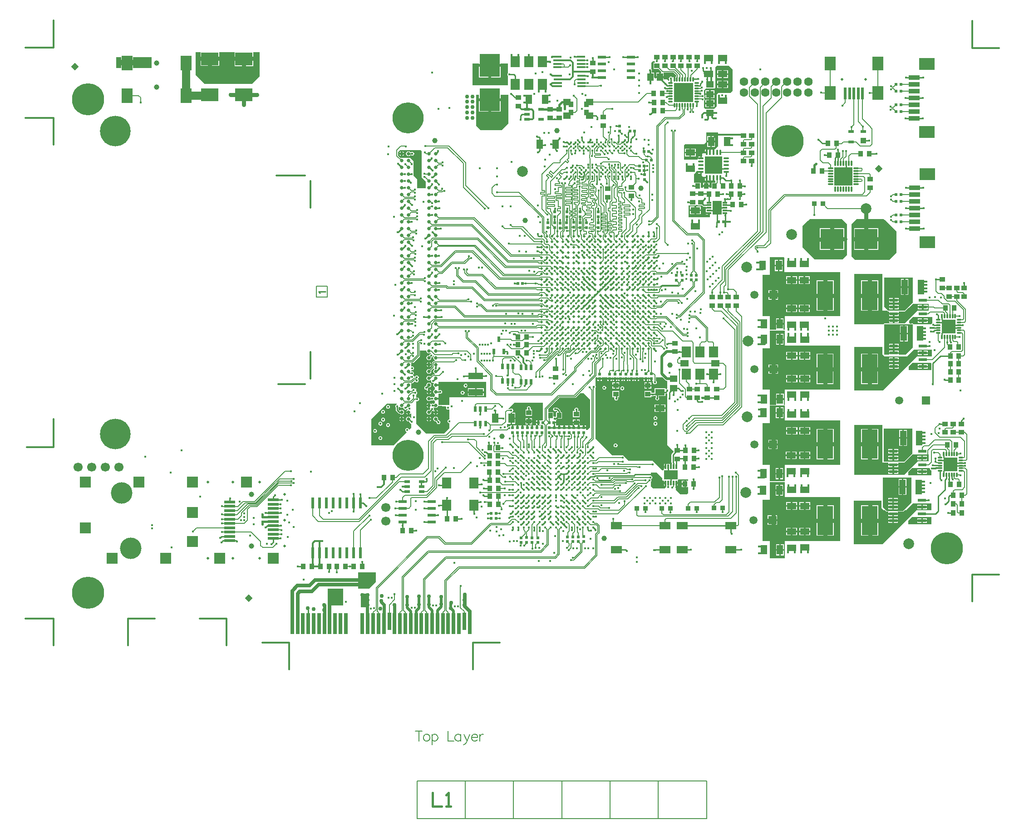
<source format=gtl>
G04*
G04 #@! TF.GenerationSoftware,Altium Limited,Altium Designer,21.6.4 (81)*
G04*
G04 Layer_Physical_Order=1*
G04 Layer_Color=255*
%FSLAX24Y24*%
%MOIN*%
G70*
G04*
G04 #@! TF.SameCoordinates,42A8AC4E-8479-4C90-829A-3F1442475C95*
G04*
G04*
G04 #@! TF.FilePolarity,Positive*
G04*
G01*
G75*
%ADD10C,0.0200*%
%ADD11C,0.0100*%
%ADD16C,0.0080*%
%ADD17C,0.0060*%
%ADD18C,0.0070*%
%ADD19C,0.0050*%
%ADD53C,0.0120*%
%ADD54C,0.0197*%
%ADD55R,0.0394X0.0354*%
%ADD56R,0.0354X0.0394*%
%ADD57R,0.0394X0.0374*%
%ADD58R,0.0374X0.0394*%
%ADD59R,0.0571X0.0453*%
%ADD60R,0.0236X0.0394*%
%ADD61R,0.0236X0.0413*%
%ADD62R,0.0413X0.0236*%
%ADD63R,0.0244X0.0244*%
%ADD64R,0.0709X0.0453*%
%ADD65R,0.0453X0.0709*%
%ADD66R,0.0244X0.0244*%
%ADD67R,0.0236X0.0236*%
%ADD68R,0.0236X0.0236*%
%ADD69R,0.0591X0.0177*%
%ADD70R,0.0984X0.0689*%
%ADD71R,0.0118X0.0335*%
%ADD72R,0.0610X0.0236*%
%ADD73R,0.1004X0.1004*%
%ADD74O,0.0118X0.0354*%
%ADD75O,0.0354X0.0118*%
%ADD76R,0.1142X0.2126*%
%ADD77R,0.0453X0.0571*%
%ADD78R,0.0453X0.1063*%
%ADD79R,0.0354X0.0374*%
%ADD80R,0.0827X0.0551*%
%ADD81R,0.1063X0.0453*%
%ADD82R,0.0787X0.0354*%
%ADD83R,0.1260X0.0965*%
%ADD84R,0.1671X0.1500*%
%ADD85C,0.0177*%
%ADD86C,0.0157*%
%ADD87R,0.1500X0.1671*%
%ADD88R,0.0787X0.1063*%
%ADD89R,0.0709X0.0787*%
%ADD90R,0.0354X0.0433*%
%ADD91R,0.0608X0.0512*%
%ADD92R,0.0669X0.0846*%
%ADD93R,0.0531X0.0492*%
%ADD94O,0.0118X0.0413*%
%ADD95O,0.0413X0.0118*%
%ADD98R,0.1280X0.1280*%
%ADD99O,0.0138X0.0413*%
%ADD100O,0.0413X0.0138*%
%ADD101C,0.0252*%
%ADD102R,0.0236X0.0807*%
%ADD103R,0.0335X0.0118*%
%ADD104R,0.0689X0.0984*%
%ADD105R,0.0394X0.0236*%
%ADD106R,0.0394X0.0394*%
%ADD107R,0.0433X0.0236*%
%ADD108R,0.0787X0.0197*%
%ADD109R,0.0787X0.0984*%
%ADD110R,0.0197X0.0906*%
%ADD111C,0.0394*%
%ADD112P,0.0557X4X360.0*%
%ADD113C,0.0354*%
%ADD114R,0.0276X0.1575*%
%ADD115R,0.0276X0.1260*%
%ADD116R,0.1319X0.1319*%
%ADD117R,0.1398X0.1398*%
%ADD118C,0.0300*%
%ADD119C,0.0400*%
%ADD120C,0.0260*%
%ADD121C,0.0240*%
%ADD122C,0.0150*%
%ADD123C,0.0180*%
%ADD124C,0.0600*%
%ADD125C,0.0160*%
%ADD126C,0.0140*%
%ADD127C,0.1575*%
%ADD128C,0.2362*%
%ADD129C,0.0591*%
%ADD130R,0.0591X0.0591*%
%ADD131C,0.0787*%
%ADD132C,0.2244*%
%ADD133C,0.2283*%
%ADD134R,0.1181X0.0866*%
%ADD135C,0.0669*%
%ADD136C,0.0630*%
%ADD137R,0.0787X0.0787*%
%ADD138C,0.0295*%
G36*
X45551Y74853D02*
X45561Y74843D01*
X45010Y74291D01*
X41535D01*
X40866Y74961D01*
Y76624D01*
X41220D01*
Y76229D01*
X42580D01*
Y76624D01*
X43720D01*
Y76210D01*
X45080D01*
Y76624D01*
X45551D01*
Y74853D01*
D02*
G37*
G36*
X37613Y75468D02*
X36271D01*
Y75790D01*
X35384D01*
Y75468D01*
X35013D01*
Y76268D01*
X35384D01*
Y75910D01*
X36271D01*
Y76268D01*
X37613D01*
Y75468D01*
D02*
G37*
G36*
X63800Y75103D02*
X63793Y75098D01*
X63762Y75052D01*
X63752Y74998D01*
X63762Y74944D01*
X63793Y74898D01*
X63800Y74893D01*
Y74200D01*
X61200D01*
Y75816D01*
X61650D01*
Y75720D01*
X63250D01*
Y75816D01*
X63800D01*
Y75103D01*
D02*
G37*
G36*
X74575Y75956D02*
X74585Y75907D01*
X74553Y75868D01*
X74485D01*
Y75414D01*
X74851D01*
X75076Y75190D01*
X75057Y75143D01*
X75017D01*
Y74868D01*
X75234D01*
Y75132D01*
X75954D01*
X76152Y74933D01*
Y74863D01*
X76132Y74849D01*
X76093D01*
X76074Y74862D01*
Y74652D01*
X75954D01*
Y74862D01*
X75935Y74849D01*
X75911Y74813D01*
X75908Y74797D01*
X75859Y74787D01*
X75854Y74795D01*
X75807Y74826D01*
X75753Y74837D01*
X75698Y74826D01*
X75652Y74795D01*
X75621Y74748D01*
X75610Y74694D01*
X75621Y74639D01*
X75652Y74593D01*
X75612Y74534D01*
X75608Y74532D01*
X75510Y74630D01*
X75234D01*
Y74748D01*
X74681D01*
Y74724D01*
X74635Y74705D01*
X74560Y74780D01*
X74525Y74815D01*
Y75143D01*
X74361D01*
Y75237D01*
X74365Y75243D01*
X74376Y75298D01*
X74365Y75353D01*
X74334Y75399D01*
X74330Y75402D01*
Y75860D01*
X74340Y75870D01*
X74430Y75960D01*
X74572D01*
X74575Y75956D01*
D02*
G37*
G36*
X63820Y71400D02*
X63320Y70900D01*
X61800D01*
X61460Y71240D01*
Y73510D01*
X61650D01*
Y73210D01*
X63250D01*
Y73510D01*
X63820D01*
Y71400D01*
D02*
G37*
G36*
X80283Y75388D02*
Y73788D01*
X80133Y73638D01*
X79233D01*
X79133Y73538D01*
Y72688D01*
X78933Y72488D01*
X78283D01*
X78183Y72588D01*
Y73056D01*
X78184Y73057D01*
X78215Y73103D01*
X78226Y73158D01*
X78215Y73213D01*
X78184Y73259D01*
X78183Y73260D01*
Y73290D01*
X78194Y73297D01*
X78225Y73343D01*
X78236Y73398D01*
X78225Y73453D01*
X78194Y73499D01*
X78183Y73506D01*
Y73838D01*
X78331Y73986D01*
X78968D01*
Y73988D01*
X78983D01*
X79033Y74038D01*
Y75538D01*
X79133Y75638D01*
X80033D01*
X80283Y75388D01*
D02*
G37*
G36*
X79223Y69738D02*
X79023Y69538D01*
Y69517D01*
X78979Y69493D01*
X78958Y69507D01*
Y69267D01*
X78838D01*
Y69507D01*
X78812Y69490D01*
X78795Y69464D01*
X78745D01*
X78728Y69490D01*
X78702Y69507D01*
Y69267D01*
X78582D01*
Y69507D01*
X78556Y69490D01*
X78539Y69464D01*
X78489D01*
X78472Y69490D01*
X78446Y69507D01*
Y69267D01*
X78386D01*
Y69207D01*
X78265D01*
Y69238D01*
X78073D01*
Y68975D01*
X78033D01*
Y68853D01*
X77973D01*
Y68793D01*
X77732D01*
X77739Y68782D01*
X77716Y68738D01*
X76723D01*
Y69788D01*
X76773Y69838D01*
X76823Y69888D01*
X78223D01*
X78373Y70038D01*
Y70738D01*
X79223D01*
Y69738D01*
D02*
G37*
G36*
X77721Y67869D02*
X77723Y67876D01*
X77732Y67890D01*
X77973D01*
Y67830D01*
X78033D01*
Y67708D01*
X77973D01*
Y67638D01*
X78123Y67488D01*
X78265D01*
Y67476D01*
X78386D01*
Y67416D01*
X78446D01*
Y67176D01*
X78472Y67193D01*
X78489Y67219D01*
X78539D01*
X78556Y67193D01*
X78582Y67176D01*
Y67416D01*
X78702D01*
Y67176D01*
X78728Y67193D01*
X78745Y67219D01*
X78795D01*
X78812Y67193D01*
X78838Y67176D01*
Y67416D01*
X78958D01*
Y67176D01*
X78979Y67190D01*
X79023Y67166D01*
Y67045D01*
X78751D01*
Y66688D01*
X78605D01*
Y66738D01*
X78131D01*
Y66688D01*
X77975D01*
Y67045D01*
X77501D01*
D01*
X77501D01*
X77473Y67073D01*
Y67688D01*
X77586Y67801D01*
X77587D01*
Y67802D01*
X77677Y67892D01*
X77721Y67869D01*
D02*
G37*
G36*
X57470Y69368D02*
Y67435D01*
X57777Y67128D01*
Y66628D01*
X57137D01*
Y67312D01*
X56877Y67572D01*
Y68632D01*
X56620Y68888D01*
X55881D01*
X55737Y69033D01*
Y69320D01*
X55857Y69440D01*
X57398D01*
X57470Y69368D01*
D02*
G37*
G36*
X77716Y65376D02*
X78046D01*
X78105Y65317D01*
X78138Y65295D01*
X78177Y65287D01*
X78344D01*
Y65280D01*
Y65252D01*
X78561D01*
Y65132D01*
X78344D01*
Y65083D01*
Y64886D01*
Y64858D01*
X78561D01*
Y64799D01*
X78621D01*
Y64689D01*
X78643D01*
Y64518D01*
X77073D01*
Y65376D01*
X77116D01*
Y65376D01*
X77610D01*
Y65408D01*
X77716D01*
Y65376D01*
D02*
G37*
G36*
X88701Y64016D02*
Y61732D01*
X88382Y61417D01*
X86310D01*
X85553Y62165D01*
X85433Y62283D01*
Y63504D01*
Y63858D01*
X85832Y64252D01*
X85959Y64378D01*
X88302D01*
X88701Y64016D01*
D02*
G37*
G36*
X91476Y64291D02*
X92323Y63465D01*
Y61890D01*
X91799Y61378D01*
X89298D01*
X89016Y61654D01*
Y64016D01*
X89379Y64378D01*
X91387D01*
X91476Y64291D01*
D02*
G37*
G36*
X93533Y58788D02*
Y58238D01*
X93183Y57888D01*
X92933Y57638D01*
X91733D01*
X91433Y57938D01*
Y60088D01*
X93533D01*
Y58788D01*
D02*
G37*
G36*
X94950Y56704D02*
X94942Y56699D01*
X94911Y56653D01*
X94911Y56650D01*
X93582D01*
X93571Y56676D01*
X93533Y56692D01*
X93430D01*
X93421Y56688D01*
X93417Y56689D01*
X93373Y56680D01*
X93329Y56689D01*
X93325Y56688D01*
X93316Y56692D01*
X93250D01*
Y56900D01*
X93528Y57178D01*
X94950D01*
Y56704D01*
D02*
G37*
G36*
X91300Y57650D02*
X91644D01*
X91695Y57600D01*
X91733Y57584D01*
X91733Y57584D01*
X91781D01*
Y57476D01*
X92491D01*
Y57584D01*
X92933D01*
X92971Y57600D01*
X92971Y57600D01*
X93221Y57850D01*
X93221Y57850D01*
X93522Y58150D01*
X94693D01*
Y57650D01*
X93900D01*
X92942Y56692D01*
X91433D01*
X91395Y56676D01*
X91384Y56650D01*
X89233D01*
Y60338D01*
X91300D01*
Y57650D01*
D02*
G37*
G36*
X93533Y54938D02*
X92993Y54398D01*
X92491D01*
Y54468D01*
X91781D01*
Y54398D01*
X91433D01*
Y56638D01*
X93316D01*
X93318Y56636D01*
X93373Y56625D01*
X93428Y56636D01*
X93430Y56638D01*
X93533D01*
Y54938D01*
D02*
G37*
G36*
X84087Y61542D02*
X84083Y61538D01*
Y60488D01*
X88183D01*
Y57238D01*
X84133D01*
Y56242D01*
X84040D01*
Y56242D01*
Y56264D01*
X84040Y56277D01*
X84040D01*
D01*
Y56277D01*
X84040D01*
D01*
Y56608D01*
X83487D01*
Y56277D01*
X83487Y56277D01*
X83487D01*
X83487Y56264D01*
X83466Y56242D01*
X83033D01*
Y57238D01*
X82483D01*
Y60288D01*
X83033D01*
Y61588D01*
X84068D01*
X84087Y61542D01*
D02*
G37*
G36*
X57809Y54673D02*
X57822Y54605D01*
X57861Y54546D01*
X57920Y54507D01*
X57988Y54494D01*
X58057Y54507D01*
X58115Y54546D01*
X58122Y54547D01*
X58154Y54508D01*
X58147Y54486D01*
X58112Y54479D01*
X58067Y54448D01*
X58036Y54402D01*
X58025Y54348D01*
X58023Y54346D01*
X57988Y54353D01*
X57920Y54339D01*
X57861Y54300D01*
X57822Y54242D01*
X57809Y54173D01*
X57822Y54105D01*
X57861Y54046D01*
X57920Y54007D01*
X57988Y53994D01*
X58057Y54007D01*
X58115Y54046D01*
X58154Y54105D01*
X58168Y54173D01*
X58162Y54202D01*
X58167Y54207D01*
X58221Y54218D01*
X58266Y54248D01*
X58297Y54294D01*
X58304Y54329D01*
X58323Y54334D01*
X58341Y54319D01*
X58359Y54296D01*
X58322Y54242D01*
X58309Y54173D01*
X58322Y54105D01*
X58361Y54046D01*
X58420Y54007D01*
X58421Y54007D01*
X58421Y53941D01*
X58381D01*
X58381Y53941D01*
X58352Y53935D01*
X58327Y53918D01*
X58243Y53834D01*
X58227Y53809D01*
X58221Y53780D01*
Y53514D01*
X58048Y53341D01*
X57988Y53353D01*
X57920Y53339D01*
X57861Y53300D01*
X57822Y53242D01*
X57809Y53173D01*
X57822Y53105D01*
X57861Y53046D01*
X57920Y53007D01*
X57988Y52994D01*
X58057Y53007D01*
X58115Y53046D01*
X58154Y53105D01*
X58168Y53173D01*
X58156Y53233D01*
X58307Y53384D01*
X58355Y53369D01*
X58356Y53364D01*
X58387Y53318D01*
Y53318D01*
X58361Y53300D01*
Y53300D01*
X58361Y53300D01*
X58361D01*
X58322Y53242D01*
X58309Y53173D01*
X58322Y53105D01*
X58361Y53046D01*
X58420Y53007D01*
X58421Y53007D01*
X58421Y52941D01*
X58297D01*
X58297Y52941D01*
X58268Y52935D01*
X58243Y52918D01*
X58243Y52918D01*
X58124Y52799D01*
X58115Y52800D01*
X58057Y52839D01*
X57988Y52853D01*
X57920Y52839D01*
X57861Y52800D01*
X57822Y52742D01*
X57809Y52673D01*
X57822Y52605D01*
X57861Y52546D01*
X57920Y52507D01*
X57988Y52494D01*
X58057Y52507D01*
X58113Y52545D01*
X58155Y52517D01*
X58145Y52468D01*
X58156Y52414D01*
X58187Y52368D01*
X58232Y52338D01*
X58287Y52327D01*
X58330Y52336D01*
X58357Y52294D01*
X58322Y52242D01*
X58309Y52173D01*
X58322Y52105D01*
X58361Y52046D01*
X58420Y52007D01*
X58420Y52007D01*
X58420Y51839D01*
X58420Y51839D01*
X58361Y51800D01*
X58322Y51742D01*
X58309Y51673D01*
X58322Y51605D01*
X58361Y51546D01*
X58420Y51507D01*
X58420Y51507D01*
X58420Y51339D01*
X58420Y51339D01*
X58361Y51300D01*
X58356Y51291D01*
X58306Y51282D01*
X58281Y51299D01*
X58227Y51310D01*
X58172Y51299D01*
X58137Y51275D01*
X58115Y51300D01*
X58115Y51300D01*
Y51300D01*
X58057Y51339D01*
X57988Y51353D01*
X57920Y51339D01*
X57861Y51300D01*
X57822Y51242D01*
X57809Y51173D01*
X57822Y51105D01*
X57861Y51046D01*
X57920Y51007D01*
X57988Y50994D01*
X58057Y51007D01*
X58115Y51046D01*
X58129Y51067D01*
X58172Y51038D01*
X58227Y51027D01*
X58281Y51038D01*
X58311Y51058D01*
X58360Y51048D01*
X58361Y51046D01*
X58420Y51007D01*
X58420Y51007D01*
X58420Y50880D01*
X58420D01*
Y50839D01*
X58420Y50839D01*
X58361Y50800D01*
X58361Y50800D01*
Y50800D01*
X58346Y50788D01*
D01*
Y50788D01*
D01*
X58301Y50819D01*
X58247Y50830D01*
X58192Y50819D01*
X58147Y50788D01*
D01*
D01*
X58115Y50800D01*
X58115Y50800D01*
Y50800D01*
X58057Y50839D01*
X58048Y50841D01*
Y50673D01*
Y50506D01*
X58057Y50507D01*
Y50507D01*
X58057D01*
D01*
X58057Y50507D01*
D01*
D01*
D01*
X58064Y50508D01*
X58088Y50469D01*
X58078Y50415D01*
X58079Y50408D01*
X58018Y50347D01*
X57988Y50353D01*
X57920Y50339D01*
X57861Y50300D01*
X57822Y50242D01*
X57809Y50173D01*
X57822Y50105D01*
X57861Y50046D01*
X57920Y50007D01*
X57988Y49994D01*
X58057Y50007D01*
X58115Y50046D01*
X58154Y50105D01*
X58168Y50173D01*
X58162Y50203D01*
X58236Y50277D01*
X58273Y50284D01*
X58307Y50307D01*
X58340Y50275D01*
D01*
X58342Y50272D01*
X58322Y50242D01*
X58321Y50233D01*
X58428D01*
Y50341D01*
X58420Y50339D01*
X58373Y50308D01*
X58341Y50341D01*
D01*
X58338Y50343D01*
X58350Y50361D01*
X58360Y50415D01*
X58350Y50469D01*
X58320Y50513D01*
X58348Y50555D01*
X58357Y50553D01*
X58361Y50546D01*
X58420Y50507D01*
X58488Y50494D01*
X58557Y50507D01*
X58615Y50546D01*
X58654Y50605D01*
X58658Y50623D01*
X58700Y50646D01*
X59244Y50616D01*
X59266Y50571D01*
X59256Y50557D01*
X59246Y50503D01*
X59256Y50449D01*
X59287Y50403D01*
X59333Y50372D01*
X59387Y50362D01*
X59441Y50372D01*
X59456Y50382D01*
X59500Y50359D01*
Y49654D01*
X59450Y49644D01*
X59404Y49613D01*
X59373Y49567D01*
X59363Y49513D01*
X59373Y49459D01*
X59404Y49413D01*
X59450Y49382D01*
X59500Y49373D01*
Y49010D01*
X59090Y48600D01*
X57800D01*
X57050Y49350D01*
Y50970D01*
X57089Y50991D01*
X57143Y50980D01*
X57197Y50991D01*
X57243Y51022D01*
X57274Y51068D01*
X57284Y51122D01*
X57274Y51176D01*
X57243Y51222D01*
X57197Y51252D01*
X57143Y51263D01*
X57089Y51252D01*
X57050Y51273D01*
Y51468D01*
X57051Y51468D01*
X57096Y51498D01*
X57127Y51544D01*
X57138Y51598D01*
X57127Y51652D01*
X57096Y51698D01*
X57051Y51729D01*
X57050Y51729D01*
Y51900D01*
X56972D01*
X56966Y51908D01*
X56921Y51939D01*
X56867Y51950D01*
X56812Y51939D01*
X56767Y51908D01*
X56761Y51900D01*
X56700D01*
Y52297D01*
X56743D01*
X56772Y52303D01*
X56797Y52319D01*
X56925Y52447D01*
X56933Y52449D01*
X56977Y52444D01*
X57000Y52410D01*
X57046Y52379D01*
X57100Y52369D01*
X57154Y52379D01*
X57200Y52410D01*
X57231Y52456D01*
X57241Y52510D01*
X57231Y52564D01*
X57200Y52610D01*
Y52644D01*
X57206Y52648D01*
X57237Y52694D01*
X57248Y52748D01*
X57237Y52802D01*
X57206Y52848D01*
X57161Y52879D01*
X57107Y52890D01*
X57052Y52879D01*
X57007Y52848D01*
X56976Y52802D01*
X56973Y52787D01*
X56924Y52774D01*
X56917Y52783D01*
X56918Y52788D01*
X56907Y52842D01*
X56876Y52888D01*
X56831Y52919D01*
X56829Y52927D01*
X56846Y52938D01*
X56877Y52984D01*
X56888Y53038D01*
X56877Y53092D01*
X56846Y53138D01*
X56801Y53169D01*
X56747Y53180D01*
X56739Y53178D01*
X56700Y53210D01*
Y53243D01*
X56739Y53275D01*
X56770Y53269D01*
X56824Y53279D01*
X56870Y53310D01*
X56901Y53356D01*
X56911Y53410D01*
X56901Y53464D01*
X56870Y53510D01*
X56824Y53541D01*
X56770Y53551D01*
X56739Y53545D01*
X56700Y53577D01*
Y53797D01*
X56810D01*
X56839Y53803D01*
X56864Y53819D01*
X57314Y54269D01*
X57331Y54294D01*
X57336Y54323D01*
Y54708D01*
X57780D01*
X57809Y54673D01*
D02*
G37*
G36*
X94908Y53759D02*
X94908Y53759D01*
Y53270D01*
X93230D01*
Y53520D01*
X93508Y53798D01*
X94876D01*
X94908Y53759D01*
D02*
G37*
G36*
X75361Y52524D02*
X75410Y52491D01*
X75469Y52479D01*
X75483D01*
Y51909D01*
X75445Y51902D01*
X75418Y51884D01*
X75374Y51907D01*
Y51927D01*
X74566D01*
Y51605D01*
X74511D01*
X74491Y51619D01*
X74437Y51630D01*
X74382Y51619D01*
X74359Y51603D01*
X74314Y51627D01*
Y51734D01*
X73821D01*
Y51260D01*
X74314D01*
Y51350D01*
X74359Y51374D01*
X74382Y51358D01*
X74437Y51347D01*
X74491Y51358D01*
X74536Y51388D01*
X74536Y51388D01*
Y51388D01*
X74541Y51390D01*
X74566Y51374D01*
Y51374D01*
X74655D01*
Y51285D01*
X74626Y51242D01*
X74615Y51188D01*
X74626Y51134D01*
X74657Y51088D01*
X74702Y51058D01*
X74757Y51047D01*
X74811Y51058D01*
X74856Y51088D01*
X74887Y51134D01*
X74898Y51188D01*
X74887Y51242D01*
X74858Y51285D01*
Y51374D01*
X75374D01*
Y51549D01*
X75381D01*
X75420Y51556D01*
X75439Y51569D01*
X75483Y51546D01*
Y47768D01*
X75976Y47275D01*
Y47260D01*
X75841Y47125D01*
X75819Y47092D01*
X75811Y47053D01*
Y46478D01*
X75819Y46439D01*
X75830Y46422D01*
X75807Y46378D01*
X75827D01*
Y46160D01*
X75707D01*
Y46378D01*
X75433D01*
Y46160D01*
X75373D01*
Y46100D01*
X75264D01*
Y45964D01*
X75225D01*
Y45908D01*
X75135D01*
X74439Y46604D01*
X72671D01*
X72264Y47011D01*
X71464D01*
X70226Y48249D01*
Y49428D01*
X70227D01*
Y51975D01*
X70238Y51992D01*
X70249Y52046D01*
X70238Y52100D01*
X70227Y52117D01*
Y52715D01*
X70240Y52728D01*
X70375D01*
Y52691D01*
X70711D01*
Y52728D01*
X71098D01*
Y52691D01*
X71434D01*
Y52728D01*
X71498D01*
Y52693D01*
X71834D01*
Y52728D01*
X71897D01*
Y52693D01*
X72233D01*
Y52728D01*
X72297D01*
Y52693D01*
X72633D01*
Y52728D01*
X72697D01*
Y52693D01*
X73033D01*
Y52728D01*
X73096D01*
Y52693D01*
X73432D01*
Y52728D01*
X73754D01*
Y52711D01*
X74090D01*
Y52728D01*
X74154D01*
Y52711D01*
X74322D01*
Y52651D01*
X74382D01*
Y52483D01*
X74438D01*
X74462Y52439D01*
X74451Y52423D01*
X74440Y52368D01*
X74451Y52313D01*
X74482Y52267D01*
X74528Y52236D01*
X74583Y52225D01*
X74638Y52236D01*
X74684Y52267D01*
X74715Y52313D01*
X74726Y52368D01*
X74715Y52423D01*
X74684Y52469D01*
X74659Y52485D01*
Y52728D01*
X75156D01*
X75361Y52524D01*
D02*
G37*
G36*
X91283Y54438D02*
X91433Y54288D01*
X93083D01*
X93583Y54788D01*
X94933D01*
Y54288D01*
X93833D01*
X91333Y51788D01*
X89233D01*
Y54988D01*
X91283D01*
Y54438D01*
D02*
G37*
G36*
X59500Y52398D02*
X62193D01*
Y51258D01*
X59500D01*
Y50700D01*
X58700D01*
Y51530D01*
X58744Y51554D01*
X58766Y51539D01*
X58820Y51529D01*
X58874Y51539D01*
X58920Y51570D01*
X58951Y51616D01*
X58961Y51670D01*
X58951Y51724D01*
X58920Y51770D01*
X58874Y51801D01*
X58820Y51811D01*
X58766Y51801D01*
X58744Y51786D01*
X58700Y51810D01*
Y52400D01*
X59500D01*
Y52398D01*
D02*
G37*
G36*
X84133Y55088D02*
X88183D01*
Y51838D01*
X84133D01*
Y50712D01*
X84050D01*
Y50712D01*
Y50744D01*
X84050Y50747D01*
X84050D01*
D01*
Y50747D01*
X84050D01*
D01*
Y51088D01*
X83497D01*
Y50747D01*
X83497Y50747D01*
X83497D01*
X83497Y50744D01*
X83466Y50712D01*
X83033D01*
Y51838D01*
X82483D01*
Y54888D01*
X83033D01*
Y56188D01*
X84133D01*
Y55088D01*
D02*
G37*
G36*
X55638Y50756D02*
X55602Y50749D01*
X55557Y50718D01*
X55526Y50672D01*
X55515Y50618D01*
X55526Y50564D01*
X55555Y50521D01*
Y50333D01*
X55555Y50333D01*
X55555D01*
X55562Y50294D01*
X55584Y50261D01*
X55745Y50101D01*
X55778Y50079D01*
X55817Y50071D01*
X55845D01*
X55861Y50046D01*
X55920Y50007D01*
X55988Y49994D01*
X56057Y50007D01*
X56115Y50046D01*
X56154Y50105D01*
X56168Y50173D01*
X56154Y50242D01*
X56115Y50300D01*
X56057Y50339D01*
X55988Y50353D01*
X55920Y50339D01*
X55861Y50300D01*
X55837Y50298D01*
X55758Y50376D01*
Y50521D01*
X55787Y50564D01*
X55789Y50572D01*
X55838Y50582D01*
X55861Y50546D01*
X55920Y50507D01*
X55988Y50494D01*
X56057Y50507D01*
X56089Y50529D01*
X56130Y50501D01*
X56129Y50493D01*
X56139Y50439D01*
X56170Y50393D01*
X56216Y50362D01*
X56270Y50352D01*
X56324Y50362D01*
X56370Y50393D01*
X56391Y50424D01*
X56419Y50419D01*
X56442Y50375D01*
X56428Y50341D01*
X56420Y50339D01*
X56361Y50300D01*
X56322Y50242D01*
X56321Y50233D01*
X56488D01*
Y50173D01*
X56548D01*
Y50006D01*
X56557Y50007D01*
X56615Y50046D01*
X56652Y50102D01*
X56700Y50087D01*
Y49759D01*
X56652Y49745D01*
X56615Y49800D01*
X56557Y49839D01*
X56488Y49853D01*
X56420Y49839D01*
X56361Y49800D01*
X56322Y49742D01*
X56309Y49673D01*
X56322Y49605D01*
X56361Y49546D01*
X56420Y49507D01*
X56488Y49494D01*
X56526Y49501D01*
X56572Y49454D01*
X56582Y49404D01*
X56613Y49358D01*
X56659Y49327D01*
X56700Y49319D01*
Y49050D01*
X56569Y48919D01*
X56521Y48933D01*
X56521Y48934D01*
X56490Y48980D01*
X56444Y49011D01*
X56390Y49021D01*
X56336Y49011D01*
X56290Y48980D01*
X56259Y48934D01*
X56249Y48880D01*
X56259Y48826D01*
X56290Y48780D01*
X56336Y48749D01*
X56337Y48749D01*
X56351Y48701D01*
X55400Y47750D01*
X53750D01*
Y49650D01*
X54906Y50806D01*
X55633D01*
X55638Y50756D01*
D02*
G37*
G36*
X66367Y49588D02*
X66226D01*
X66226Y49588D01*
D01*
D01*
X66226Y49588D01*
X66209Y49588D01*
X66200D01*
X66191D01*
X66174Y49588D01*
X66174Y49588D01*
Y49588D01*
X66083D01*
Y49420D01*
Y49252D01*
X66191D01*
Y49252D01*
X66209D01*
X66226Y49252D01*
Y49252D01*
X66226D01*
X66226D01*
Y49252D01*
D01*
D01*
D01*
X66367D01*
Y49197D01*
X66350D01*
Y49029D01*
X66230D01*
Y49197D01*
X66122D01*
D01*
D01*
X66122Y49197D01*
X66100D01*
Y49197D01*
X65992D01*
Y49029D01*
X65872D01*
Y49197D01*
X65764D01*
D01*
D01*
X65764Y49197D01*
X65741D01*
Y49197D01*
X65633D01*
Y49029D01*
X65513D01*
Y49197D01*
X65405D01*
D01*
D01*
X65405Y49197D01*
X65383D01*
Y49197D01*
X65275D01*
Y49029D01*
X65155D01*
Y49197D01*
X65047D01*
D01*
D01*
X65047Y49197D01*
X65025D01*
Y49197D01*
X64917D01*
Y49029D01*
X64797D01*
Y49197D01*
X64689D01*
D01*
D01*
X64689Y49197D01*
X64666D01*
Y49197D01*
X64558D01*
Y49029D01*
X64438D01*
Y49197D01*
X64330D01*
D01*
D01*
X64330Y49197D01*
X64308D01*
Y49197D01*
X64200D01*
Y49029D01*
X64080D01*
Y49197D01*
X63972D01*
Y49165D01*
X63933Y49134D01*
X63885Y49143D01*
X63830Y49132D01*
X63784Y49102D01*
X63774Y49087D01*
X63727Y49101D01*
Y49318D01*
X63773D01*
Y49318D01*
X63990D01*
Y49722D01*
Y50126D01*
X64067D01*
X64062Y50176D01*
X64099Y50183D01*
X64145Y50214D01*
X64176Y50261D01*
X64187Y50315D01*
X64176Y50370D01*
X64145Y50416D01*
X64099Y50447D01*
X64044Y50458D01*
X63989Y50447D01*
X63943Y50416D01*
X63927Y50392D01*
X63845D01*
X63826Y50438D01*
X64157Y50768D01*
X64267Y50878D01*
X66367D01*
Y49588D01*
D02*
G37*
G36*
X69537Y51398D02*
X69817Y51118D01*
Y50698D01*
Y49048D01*
X69797Y49028D01*
X69637Y48868D01*
X69533D01*
Y48869D01*
X69533Y48894D01*
X69533Y48904D01*
X69533D01*
D01*
Y48904D01*
X69533D01*
D01*
Y48977D01*
X69365D01*
Y49037D01*
X69305D01*
Y49205D01*
X69207D01*
X69207Y49205D01*
D01*
D01*
X69207Y49205D01*
X69197Y49205D01*
X69184D01*
X69172D01*
X69161Y49205D01*
X69161Y49205D01*
Y49205D01*
X69064D01*
Y49037D01*
X68944D01*
Y49205D01*
X69060D01*
Y49347D01*
X68567D01*
Y49205D01*
X68486D01*
X68486Y49205D01*
D01*
D01*
X68486Y49205D01*
X68475Y49205D01*
X68463D01*
X68451D01*
X68440Y49205D01*
X68440Y49205D01*
Y49205D01*
X68343D01*
Y49037D01*
X68223D01*
Y49205D01*
X68125D01*
X68125Y49205D01*
D01*
D01*
X68125Y49205D01*
X68115Y49205D01*
X68102D01*
X68090D01*
X68079Y49205D01*
X68079Y49205D01*
Y49205D01*
X67982D01*
Y49037D01*
X67862D01*
Y49205D01*
X67765D01*
X67765Y49205D01*
D01*
D01*
X67765Y49205D01*
X67754Y49205D01*
X67742D01*
X67729D01*
X67719Y49205D01*
X67719Y49205D01*
Y49205D01*
X67621D01*
Y49037D01*
X67501D01*
Y49205D01*
X67404D01*
X67404Y49205D01*
D01*
D01*
X67404Y49205D01*
X67393Y49205D01*
X67381D01*
X67369D01*
X67369D01*
X67358D01*
X67358D01*
D01*
X67335Y49205D01*
Y49252D01*
X67335D01*
Y49360D01*
X67167D01*
Y49480D01*
X67335D01*
Y49588D01*
X67335Y49588D01*
X67335D01*
X67331Y49602D01*
X67341Y49609D01*
X67344Y49614D01*
X67354Y49616D01*
X67387Y49638D01*
X67442Y49693D01*
X67772D01*
Y50187D01*
X67647D01*
Y50255D01*
X67639Y50294D01*
X67617Y50327D01*
X67617Y50327D01*
D01*
D01*
D01*
D01*
X67617Y50327D01*
D01*
D01*
X67617D01*
X67482Y50462D01*
X67449Y50484D01*
X67410Y50492D01*
X67347D01*
X67304Y50521D01*
X67250Y50531D01*
X67196Y50521D01*
X67150Y50490D01*
X67119Y50444D01*
X67109Y50390D01*
X67119Y50336D01*
X67150Y50290D01*
X67196Y50259D01*
X67250Y50249D01*
X67304Y50259D01*
X67347Y50288D01*
X67368D01*
X67423Y50233D01*
X67404Y50187D01*
X67318D01*
Y49877D01*
X67279Y49845D01*
X67240Y49853D01*
X67185Y49842D01*
X67142Y49865D01*
Y50187D01*
X66757D01*
Y50413D01*
X67575Y51232D01*
X68712D01*
X68741Y51237D01*
X68766Y51254D01*
X69090Y51578D01*
X69357D01*
X69537Y51398D01*
D02*
G37*
G36*
X93483Y47138D02*
X92883Y46538D01*
X91383D01*
Y48988D01*
X93483D01*
Y47138D01*
D02*
G37*
G36*
X91290Y46468D02*
X91735D01*
Y46378D01*
X92445D01*
Y46468D01*
X92793D01*
X92809Y46484D01*
X92883D01*
X92921Y46500D01*
X93486Y47065D01*
X94683D01*
Y46565D01*
X93890D01*
X92890Y45565D01*
X89223D01*
Y49253D01*
X91290D01*
Y46468D01*
D02*
G37*
G36*
X94793Y46039D02*
X94790Y46028D01*
X94801Y45973D01*
X94832Y45927D01*
X94878Y45896D01*
X94900Y45892D01*
Y45550D01*
X93200D01*
Y45798D01*
X93480Y46078D01*
X94761D01*
X94793Y46039D01*
D02*
G37*
G36*
X84133Y49558D02*
X88183D01*
Y46308D01*
X84133D01*
Y45102D01*
X83033D01*
Y46308D01*
X82483D01*
Y49358D01*
X83033D01*
Y50658D01*
X84133D01*
Y49558D01*
D02*
G37*
G36*
X75143Y45338D02*
Y45178D01*
X75183Y45138D01*
X75264D01*
Y45039D01*
X75373D01*
Y44979D01*
X75433D01*
Y44762D01*
X75383D01*
Y44708D01*
X75243Y44568D01*
X74463D01*
X74283Y44748D01*
Y45058D01*
X74314Y45104D01*
X74324Y45158D01*
X74314Y45212D01*
X74301Y45231D01*
X74308Y45246D01*
X74354Y45277D01*
X74385Y45323D01*
X74396Y45378D01*
X74385Y45433D01*
X74354Y45479D01*
X74308Y45510D01*
X74283Y45515D01*
Y45738D01*
X74743D01*
X75143Y45338D01*
D02*
G37*
G36*
X77043Y45218D02*
Y45155D01*
X76868D01*
Y44908D01*
Y44661D01*
X77043D01*
Y44238D01*
X76953Y44148D01*
X76453D01*
X76243Y44358D01*
X76123Y44478D01*
Y44762D01*
X76101D01*
Y44979D01*
X76161D01*
Y45039D01*
X76270D01*
Y45175D01*
X76309D01*
Y45248D01*
X77013D01*
X77043Y45218D01*
D02*
G37*
G36*
X93423Y44068D02*
Y43518D01*
X93073Y43168D01*
X92823Y42918D01*
X91623D01*
X91323Y43218D01*
Y45368D01*
X93423D01*
Y44068D01*
D02*
G37*
G36*
X94880Y41930D02*
X93180D01*
Y42180D01*
X93458Y42458D01*
X94880D01*
Y41930D01*
D02*
G37*
G36*
X91233Y43108D02*
X91383Y42958D01*
X91506D01*
X91585Y42880D01*
X91623Y42864D01*
X91623Y42864D01*
X91725D01*
Y42768D01*
X92435D01*
Y42864D01*
X92823D01*
X92861Y42880D01*
X92861Y42880D01*
X92940Y42958D01*
X93033D01*
X93533Y43458D01*
X94883D01*
Y42958D01*
X93783D01*
X91283Y40458D01*
X89183D01*
Y43658D01*
X91233D01*
Y43108D01*
D02*
G37*
G36*
X84133Y43948D02*
X88183D01*
Y40698D01*
X84133D01*
Y39448D01*
X83033D01*
Y40698D01*
X82483D01*
Y43748D01*
X83033D01*
Y45048D01*
X84133D01*
Y43948D01*
D02*
G37*
G36*
X54100Y37700D02*
X53600Y37200D01*
X52800D01*
Y38400D01*
X54100D01*
Y37700D01*
D02*
G37*
G36*
X51693Y35978D02*
X50553D01*
Y37208D01*
X51693D01*
Y35978D01*
D02*
G37*
G36*
X53500Y35863D02*
X53467Y35830D01*
X53010D01*
X53000Y36740D01*
X53010Y36750D01*
X53500D01*
Y35863D01*
D02*
G37*
%LPC*%
G36*
X42580Y76109D02*
X41960D01*
Y75637D01*
X42580D01*
Y76109D01*
D02*
G37*
G36*
X41840D02*
X41220D01*
Y75637D01*
X41840D01*
Y76109D01*
D02*
G37*
G36*
X45080Y76090D02*
X44460D01*
Y75618D01*
X45080D01*
Y76090D01*
D02*
G37*
G36*
X44340D02*
X43720D01*
Y75618D01*
X44340D01*
Y76090D01*
D02*
G37*
G36*
X63250Y75600D02*
X62510D01*
Y74774D01*
X63250D01*
Y75600D01*
D02*
G37*
G36*
X62390D02*
X61650D01*
Y74774D01*
X62390D01*
Y75600D01*
D02*
G37*
G36*
X74897Y75143D02*
X74681D01*
Y74868D01*
X74897D01*
Y75143D01*
D02*
G37*
G36*
X63250Y73090D02*
X62510D01*
Y72264D01*
X63250D01*
Y73090D01*
D02*
G37*
G36*
X62390D02*
X61650D01*
Y72264D01*
X62390D01*
Y73090D01*
D02*
G37*
G36*
X79957Y75304D02*
X79613D01*
Y75087D01*
X79957D01*
Y75304D01*
D02*
G37*
G36*
X79493D02*
X79149D01*
Y75087D01*
X79493D01*
Y75304D01*
D02*
G37*
G36*
X79957Y74967D02*
X79613D01*
Y74751D01*
X79957D01*
Y74967D01*
D02*
G37*
G36*
X79493D02*
X79149D01*
Y74751D01*
X79493D01*
Y74967D01*
D02*
G37*
G36*
X79957Y74545D02*
X79613D01*
Y74329D01*
X79957D01*
Y74545D01*
D02*
G37*
G36*
X79493D02*
X79149D01*
Y74329D01*
X79493D01*
Y74545D01*
D02*
G37*
G36*
X79957Y74209D02*
X79613D01*
Y73992D01*
X79957D01*
Y74209D01*
D02*
G37*
G36*
X79493D02*
X79149D01*
Y73992D01*
X79493D01*
Y74209D01*
D02*
G37*
G36*
X78968Y73830D02*
X78693D01*
Y73614D01*
X78968D01*
Y73830D01*
D02*
G37*
G36*
X78573D02*
X78298D01*
Y73614D01*
X78573D01*
Y73830D01*
D02*
G37*
G36*
X78968Y73494D02*
X78693D01*
Y73277D01*
X78968D01*
Y73494D01*
D02*
G37*
G36*
X78573D02*
X78298D01*
Y73277D01*
X78573D01*
Y73494D01*
D02*
G37*
G36*
X78968Y73149D02*
X78693D01*
Y72932D01*
X78968D01*
Y73149D01*
D02*
G37*
G36*
X78573D02*
X78298D01*
Y72932D01*
X78573D01*
Y73149D01*
D02*
G37*
G36*
X78968Y72812D02*
X78693D01*
Y72596D01*
X78968D01*
Y72812D01*
D02*
G37*
G36*
X78573D02*
X78298D01*
Y72596D01*
X78573D01*
Y72812D01*
D02*
G37*
G36*
X78989Y70472D02*
X78772D01*
Y70128D01*
X78989D01*
Y70472D01*
D02*
G37*
G36*
X78652D02*
X78436D01*
Y70128D01*
X78652D01*
Y70472D01*
D02*
G37*
G36*
X78989Y70008D02*
X78772D01*
Y69664D01*
X78989D01*
Y70008D01*
D02*
G37*
G36*
X78652D02*
X78436D01*
Y69664D01*
X78652D01*
Y70008D01*
D02*
G37*
G36*
X78326Y69507D02*
X78300Y69490D01*
X78274Y69451D01*
X78265Y69404D01*
Y69327D01*
X78326D01*
Y69507D01*
D02*
G37*
G36*
X77587Y69535D02*
X77243D01*
Y69319D01*
X77587D01*
Y69535D01*
D02*
G37*
G36*
X77123D02*
X76779D01*
Y69319D01*
X77123D01*
Y69535D01*
D02*
G37*
G36*
X77587Y69199D02*
X77243D01*
Y68982D01*
X77587D01*
Y69199D01*
D02*
G37*
G36*
X77123D02*
X76779D01*
Y68982D01*
X77123D01*
Y69199D01*
D02*
G37*
G36*
X77913Y68975D02*
X77835D01*
X77788Y68965D01*
X77749Y68939D01*
X77732Y68913D01*
X77913D01*
Y68975D01*
D02*
G37*
G36*
Y67770D02*
X77732D01*
X77749Y67744D01*
X77788Y67718D01*
X77835Y67708D01*
X77913D01*
Y67770D01*
D02*
G37*
G36*
X78326Y67356D02*
X78265D01*
Y67278D01*
X78274Y67232D01*
X78300Y67193D01*
X78326Y67176D01*
Y67356D01*
D02*
G37*
G36*
X78605Y67045D02*
X78428D01*
Y66858D01*
X78605D01*
Y67045D01*
D02*
G37*
G36*
X78308D02*
X78131D01*
Y66858D01*
X78308D01*
Y67045D01*
D02*
G37*
G36*
X56048Y69341D02*
Y69233D01*
X56156D01*
X56154Y69242D01*
X56115Y69300D01*
X56057Y69339D01*
X56048Y69341D01*
D02*
G37*
G36*
X55928D02*
X55920Y69339D01*
X55861Y69300D01*
X55822Y69242D01*
X55821Y69233D01*
X55928D01*
Y69341D01*
D02*
G37*
G36*
X56488Y69353D02*
X56420Y69339D01*
X56361Y69300D01*
X56322Y69242D01*
X56309Y69173D01*
X56322Y69105D01*
X56361Y69046D01*
X56420Y69007D01*
X56488Y68994D01*
X56557Y69007D01*
X56615Y69046D01*
X56632Y69071D01*
X56687D01*
X56722Y69048D01*
X56777Y69037D01*
X56831Y69048D01*
X56876Y69078D01*
X56907Y69124D01*
X56918Y69178D01*
X56907Y69232D01*
X56876Y69278D01*
X56831Y69309D01*
X56777Y69320D01*
X56722Y69309D01*
X56677Y69278D01*
X56632Y69275D01*
X56615Y69300D01*
X56557Y69339D01*
X56488Y69353D01*
D02*
G37*
G36*
X56156Y69113D02*
X56048D01*
Y69006D01*
X56057Y69007D01*
X56115Y69046D01*
X56154Y69105D01*
X56156Y69113D01*
D02*
G37*
G36*
X55928D02*
X55821D01*
X55822Y69105D01*
X55861Y69046D01*
X55920Y69007D01*
X55928Y69006D01*
Y69113D01*
D02*
G37*
G36*
X77957Y65295D02*
X77613D01*
Y65079D01*
X77957D01*
Y65295D01*
D02*
G37*
G36*
X77493D02*
X77149D01*
Y65079D01*
X77493D01*
Y65295D01*
D02*
G37*
G36*
X77957Y64959D02*
X77613D01*
Y64742D01*
X77957D01*
Y64959D01*
D02*
G37*
G36*
X77493D02*
X77149D01*
Y64742D01*
X77493D01*
Y64959D01*
D02*
G37*
G36*
X78501Y64738D02*
X78344D01*
Y64689D01*
X78501D01*
Y64738D01*
D02*
G37*
G36*
X88481Y63700D02*
X87655D01*
Y62960D01*
X88481D01*
Y63700D01*
D02*
G37*
G36*
X87535D02*
X86709D01*
Y62960D01*
X87535D01*
Y63700D01*
D02*
G37*
G36*
X88481Y62840D02*
X87655D01*
Y62100D01*
X88481D01*
Y62840D01*
D02*
G37*
G36*
X87535D02*
X86709D01*
Y62100D01*
X87535D01*
Y62840D01*
D02*
G37*
G36*
X90991Y63700D02*
X90165D01*
Y62960D01*
X90991D01*
Y63700D01*
D02*
G37*
G36*
X90045D02*
X89219D01*
Y62960D01*
X90045D01*
Y63700D01*
D02*
G37*
G36*
X90991Y62840D02*
X90165D01*
Y62100D01*
X90991D01*
Y62840D01*
D02*
G37*
G36*
X90045D02*
X89219D01*
Y62100D01*
X90045D01*
Y62840D01*
D02*
G37*
G36*
X93209Y59960D02*
X92992D01*
Y59438D01*
X93209D01*
Y59960D01*
D02*
G37*
G36*
X92872D02*
X92656D01*
Y59438D01*
X92872D01*
Y59960D01*
D02*
G37*
G36*
X93209Y59318D02*
X92992D01*
Y58797D01*
X93209D01*
Y59318D01*
D02*
G37*
G36*
X92872D02*
X92656D01*
Y58797D01*
X92872D01*
Y59318D01*
D02*
G37*
G36*
X92491Y58584D02*
X92196D01*
Y58476D01*
X92491D01*
Y58584D01*
D02*
G37*
G36*
X92076D02*
X91781D01*
Y58476D01*
X92076D01*
Y58584D01*
D02*
G37*
G36*
X92491Y58356D02*
X92196D01*
Y58248D01*
X92491D01*
Y58356D01*
D02*
G37*
G36*
X92076D02*
X91781D01*
Y58248D01*
X92076D01*
Y58356D01*
D02*
G37*
G36*
X92491Y58084D02*
X92196D01*
Y57976D01*
X92491D01*
Y58084D01*
D02*
G37*
G36*
X92076D02*
X91781D01*
Y57976D01*
X92076D01*
Y58084D01*
D02*
G37*
G36*
X92491Y57856D02*
X92196D01*
Y57748D01*
X92491D01*
Y57856D01*
D02*
G37*
G36*
X92076D02*
X91781D01*
Y57748D01*
X92076D01*
Y57856D01*
D02*
G37*
G36*
X94617Y57084D02*
X94322D01*
Y56976D01*
X94617D01*
Y57084D01*
D02*
G37*
G36*
X94202D02*
X93907D01*
Y56976D01*
X94202D01*
Y57084D01*
D02*
G37*
G36*
X94617Y56856D02*
X94322D01*
Y56748D01*
X94617D01*
Y56856D01*
D02*
G37*
G36*
X94202D02*
X93907D01*
Y56748D01*
X94202D01*
Y56856D01*
D02*
G37*
G36*
X90985Y59862D02*
X90424D01*
Y58809D01*
X90985D01*
Y59862D01*
D02*
G37*
G36*
X90304D02*
X89743D01*
Y58809D01*
X90304D01*
Y59862D01*
D02*
G37*
G36*
X94617Y58084D02*
X94322D01*
Y57976D01*
X94617D01*
Y58084D01*
D02*
G37*
G36*
X94202D02*
X93907D01*
Y57976D01*
X94202D01*
Y58084D01*
D02*
G37*
G36*
X94617Y57856D02*
X94322D01*
Y57748D01*
X94617D01*
Y57856D01*
D02*
G37*
G36*
X94202D02*
X93907D01*
Y57748D01*
X94202D01*
Y57856D01*
D02*
G37*
G36*
X90985Y58689D02*
X90424D01*
Y57636D01*
X90985D01*
Y58689D01*
D02*
G37*
G36*
X90304D02*
X89743D01*
Y57636D01*
X90304D01*
Y58689D01*
D02*
G37*
G36*
X92491Y57356D02*
X92196D01*
Y57248D01*
X92491D01*
Y57356D01*
D02*
G37*
G36*
X92076D02*
X91781D01*
Y57248D01*
X92076D01*
Y57356D01*
D02*
G37*
G36*
X92491Y57084D02*
X92196D01*
Y56976D01*
X92491D01*
Y57084D01*
D02*
G37*
G36*
X92076D02*
X91781D01*
Y56976D01*
X92076D01*
Y57084D01*
D02*
G37*
G36*
X92491Y56856D02*
X92196D01*
Y56748D01*
X92491D01*
Y56856D01*
D02*
G37*
G36*
X92076D02*
X91781D01*
Y56748D01*
X92076D01*
Y56856D01*
D02*
G37*
G36*
X93149Y56540D02*
X92932D01*
Y56018D01*
X93149D01*
Y56540D01*
D02*
G37*
G36*
X92812D02*
X92596D01*
Y56018D01*
X92812D01*
Y56540D01*
D02*
G37*
G36*
X93149Y55898D02*
X92932D01*
Y55377D01*
X93149D01*
Y55898D01*
D02*
G37*
G36*
X92812D02*
X92596D01*
Y55377D01*
X92812D01*
Y55898D01*
D02*
G37*
G36*
X92491Y55196D02*
X92196D01*
Y55088D01*
X92491D01*
Y55196D01*
D02*
G37*
G36*
X92076D02*
X91781D01*
Y55088D01*
X92076D01*
Y55196D01*
D02*
G37*
G36*
X92491Y54968D02*
X92196D01*
Y54860D01*
X92491D01*
Y54968D01*
D02*
G37*
G36*
X92076D02*
X91781D01*
Y54860D01*
X92076D01*
Y54968D01*
D02*
G37*
G36*
X92491Y54696D02*
X92196D01*
Y54588D01*
X92491D01*
Y54696D01*
D02*
G37*
G36*
X92076D02*
X91781D01*
Y54588D01*
X92076D01*
Y54696D01*
D02*
G37*
G36*
X83960Y61362D02*
X83744D01*
Y61018D01*
X83960D01*
Y61362D01*
D02*
G37*
G36*
X83624D02*
X83407D01*
Y61018D01*
X83624D01*
Y61362D01*
D02*
G37*
G36*
X83960Y60898D02*
X83744D01*
Y60554D01*
X83960D01*
Y60898D01*
D02*
G37*
G36*
X83624D02*
X83407D01*
Y60554D01*
X83624D01*
Y60898D01*
D02*
G37*
G36*
X85967Y60164D02*
X85623D01*
Y59947D01*
X85967D01*
Y60164D01*
D02*
G37*
G36*
X85503D02*
X85159D01*
Y59947D01*
X85503D01*
Y60164D01*
D02*
G37*
G36*
X85037D02*
X84693D01*
Y59947D01*
X85037D01*
Y60164D01*
D02*
G37*
G36*
X84573D02*
X84229D01*
Y59947D01*
X84573D01*
Y60164D01*
D02*
G37*
G36*
X85967Y59827D02*
X85623D01*
Y59611D01*
X85967D01*
Y59827D01*
D02*
G37*
G36*
X85503D02*
X85159D01*
Y59611D01*
X85503D01*
Y59827D01*
D02*
G37*
G36*
X85037D02*
X84693D01*
Y59611D01*
X85037D01*
Y59827D01*
D02*
G37*
G36*
X84573D02*
X84229D01*
Y59611D01*
X84573D01*
Y59827D01*
D02*
G37*
G36*
X83627Y59143D02*
X83342D01*
Y58858D01*
X83627D01*
Y59143D01*
D02*
G37*
G36*
X83222D02*
X82937D01*
Y58858D01*
X83222D01*
Y59143D01*
D02*
G37*
G36*
X87717Y59862D02*
X87157D01*
Y58809D01*
X87717D01*
Y59862D01*
D02*
G37*
G36*
X87037D02*
X86476D01*
Y58809D01*
X87037D01*
Y59862D01*
D02*
G37*
G36*
X83627Y58738D02*
X83342D01*
Y58453D01*
X83627D01*
Y58738D01*
D02*
G37*
G36*
X83222D02*
X82937D01*
Y58453D01*
X83222D01*
Y58738D01*
D02*
G37*
G36*
X85977Y58075D02*
X85633D01*
Y57859D01*
X85977D01*
Y58075D01*
D02*
G37*
G36*
X85513D02*
X85169D01*
Y57859D01*
X85513D01*
Y58075D01*
D02*
G37*
G36*
X85037D02*
X84693D01*
Y57859D01*
X85037D01*
Y58075D01*
D02*
G37*
G36*
X84573D02*
X84229D01*
Y57859D01*
X84573D01*
Y58075D01*
D02*
G37*
G36*
X87717Y58689D02*
X87157D01*
Y57636D01*
X87717D01*
Y58689D01*
D02*
G37*
G36*
X87037D02*
X86476D01*
Y57636D01*
X87037D01*
Y58689D01*
D02*
G37*
G36*
X85977Y57739D02*
X85633D01*
Y57522D01*
X85977D01*
Y57739D01*
D02*
G37*
G36*
X85513D02*
X85169D01*
Y57522D01*
X85513D01*
Y57739D01*
D02*
G37*
G36*
X85037D02*
X84693D01*
Y57522D01*
X85037D01*
Y57739D01*
D02*
G37*
G36*
X84573D02*
X84229D01*
Y57522D01*
X84573D01*
Y57739D01*
D02*
G37*
G36*
X84040Y57072D02*
X83824D01*
Y56728D01*
X84040D01*
Y57072D01*
D02*
G37*
G36*
X83704D02*
X83487D01*
Y56728D01*
X83704D01*
Y57072D01*
D02*
G37*
G36*
X58048Y53841D02*
Y53733D01*
X58156D01*
X58154Y53742D01*
X58115Y53800D01*
X58057Y53839D01*
X58048Y53841D01*
D02*
G37*
G36*
X57928D02*
X57920Y53839D01*
X57861Y53800D01*
X57822Y53742D01*
X57821Y53733D01*
X57928D01*
Y53841D01*
D02*
G37*
G36*
X58156Y53613D02*
X58048D01*
Y53506D01*
X58057Y53507D01*
X58115Y53546D01*
X58154Y53605D01*
X58156Y53613D01*
D02*
G37*
G36*
X57928D02*
X57821D01*
X57822Y53605D01*
X57861Y53546D01*
X57920Y53507D01*
X57928Y53506D01*
Y53613D01*
D02*
G37*
G36*
X57988Y52353D02*
X57920Y52339D01*
X57861Y52300D01*
X57822Y52242D01*
X57809Y52173D01*
X57817Y52133D01*
X57793Y52109D01*
X57742Y52099D01*
X57697Y52068D01*
X57666Y52022D01*
X57655Y51968D01*
X57666Y51914D01*
X57697Y51868D01*
X57742Y51838D01*
X57797Y51827D01*
X57828Y51833D01*
X57856Y51792D01*
X57822Y51742D01*
X57821Y51733D01*
X57928D01*
Y51841D01*
X57934Y51842D01*
X57907Y51883D01*
X57927Y51914D01*
X57937Y51965D01*
X57970Y51997D01*
X57988Y51994D01*
X58057Y52007D01*
X58115Y52046D01*
X58154Y52105D01*
X58168Y52173D01*
X58154Y52242D01*
X58115Y52300D01*
X58057Y52339D01*
X57988Y52353D01*
D02*
G37*
G36*
X58048Y51841D02*
Y51733D01*
X58156D01*
X58154Y51742D01*
X58115Y51800D01*
X58057Y51839D01*
X58048Y51841D01*
D02*
G37*
G36*
X58156Y51613D02*
X58048D01*
Y51506D01*
X58057Y51507D01*
X58115Y51546D01*
X58154Y51605D01*
X58156Y51613D01*
D02*
G37*
G36*
X57928D02*
X57821D01*
X57822Y51605D01*
X57861Y51546D01*
X57920Y51507D01*
X57928Y51506D01*
Y51613D01*
D02*
G37*
G36*
Y50841D02*
X57920Y50839D01*
X57861Y50800D01*
X57822Y50742D01*
X57821Y50733D01*
X57928D01*
Y50841D01*
D02*
G37*
G36*
Y50613D02*
X57821D01*
X57822Y50605D01*
X57861Y50546D01*
X57920Y50507D01*
X57928Y50506D01*
Y50613D01*
D02*
G37*
G36*
X58548Y50341D02*
Y50233D01*
X58656D01*
X58654Y50242D01*
X58615Y50300D01*
X58557Y50339D01*
X58548Y50341D01*
D02*
G37*
G36*
X58656Y50113D02*
X58548D01*
Y50006D01*
X58557Y50007D01*
X58615Y50046D01*
X58654Y50105D01*
X58656Y50113D01*
D02*
G37*
G36*
X58428D02*
X58321D01*
X58322Y50105D01*
X58361Y50046D01*
X58420Y50007D01*
X58428Y50006D01*
Y50113D01*
D02*
G37*
G36*
X58048Y49841D02*
Y49733D01*
X58156D01*
X58154Y49742D01*
X58115Y49800D01*
X58057Y49839D01*
X58048Y49841D01*
D02*
G37*
G36*
X57928D02*
X57920Y49839D01*
X57861Y49800D01*
X57822Y49742D01*
X57821Y49733D01*
X57928D01*
Y49841D01*
D02*
G37*
G36*
X58156Y49613D02*
X58048D01*
Y49506D01*
X58057Y49507D01*
X58115Y49546D01*
X58154Y49605D01*
X58156Y49613D01*
D02*
G37*
G36*
X57928D02*
X57821D01*
X57822Y49605D01*
X57861Y49546D01*
X57920Y49507D01*
X57928Y49506D01*
Y49613D01*
D02*
G37*
G36*
X58488Y49853D02*
X58420Y49839D01*
X58361Y49800D01*
X58322Y49742D01*
X58309Y49673D01*
X58322Y49605D01*
X58361Y49546D01*
X58420Y49507D01*
X58488Y49494D01*
X58503Y49497D01*
X58554Y49445D01*
X58564Y49395D01*
X58595Y49349D01*
X58641Y49318D01*
X58695Y49308D01*
X58749Y49318D01*
X58795Y49349D01*
X58826Y49395D01*
X58836Y49449D01*
X58826Y49503D01*
X58795Y49549D01*
X58749Y49580D01*
X58699Y49590D01*
X58659Y49629D01*
X58668Y49673D01*
X58654Y49742D01*
X58615Y49800D01*
X58557Y49839D01*
X58488Y49853D01*
D02*
G37*
G36*
X94617Y53696D02*
X94322D01*
Y53588D01*
X94617D01*
Y53696D01*
D02*
G37*
G36*
X94202D02*
X93907D01*
Y53588D01*
X94202D01*
Y53696D01*
D02*
G37*
G36*
X94617Y53468D02*
X94322D01*
Y53360D01*
X94617D01*
Y53468D01*
D02*
G37*
G36*
X94202D02*
X93907D01*
Y53360D01*
X94202D01*
Y53468D01*
D02*
G37*
G36*
X74262Y52591D02*
X74154D01*
Y52483D01*
X74262D01*
Y52591D01*
D02*
G37*
G36*
X74090Y52591D02*
X73982D01*
Y52483D01*
X74090D01*
Y52591D01*
D02*
G37*
G36*
X73862D02*
X73754D01*
Y52483D01*
X73862D01*
Y52591D01*
D02*
G37*
G36*
X73033Y52573D02*
X72925D01*
Y52465D01*
X73033D01*
Y52573D01*
D02*
G37*
G36*
X72805D02*
X72697D01*
Y52465D01*
X72805D01*
Y52573D01*
D02*
G37*
G36*
X72633D02*
X72525D01*
Y52465D01*
X72633D01*
Y52573D01*
D02*
G37*
G36*
X72405D02*
X72297D01*
Y52465D01*
X72405D01*
Y52573D01*
D02*
G37*
G36*
X72233D02*
X72125D01*
Y52465D01*
X72233D01*
Y52573D01*
D02*
G37*
G36*
X72005D02*
X71897D01*
Y52465D01*
X72005D01*
Y52573D01*
D02*
G37*
G36*
X71834D02*
X71726D01*
Y52465D01*
X71834D01*
Y52573D01*
D02*
G37*
G36*
X71606D02*
X71498D01*
Y52465D01*
X71606D01*
Y52573D01*
D02*
G37*
G36*
X73432Y52573D02*
X73324D01*
Y52465D01*
X73432D01*
Y52573D01*
D02*
G37*
G36*
X73204D02*
X73096D01*
Y52465D01*
X73204D01*
Y52573D01*
D02*
G37*
G36*
X71434Y52571D02*
X71326D01*
Y52463D01*
X71434D01*
Y52571D01*
D02*
G37*
G36*
X71206D02*
X71098D01*
Y52463D01*
X71206D01*
Y52571D01*
D02*
G37*
G36*
X70711D02*
X70603D01*
Y52463D01*
X70711D01*
Y52571D01*
D02*
G37*
G36*
X70483D02*
X70375D01*
Y52463D01*
X70483D01*
Y52571D01*
D02*
G37*
G36*
X71964Y52380D02*
X71777D01*
Y52203D01*
X71964D01*
Y52380D01*
D02*
G37*
G36*
X71657D02*
X71470D01*
Y52203D01*
X71657D01*
Y52380D01*
D02*
G37*
G36*
X74314Y52363D02*
X74128D01*
Y52186D01*
X74314D01*
Y52363D01*
D02*
G37*
G36*
X74008D02*
X73821D01*
Y52186D01*
X74008D01*
Y52363D01*
D02*
G37*
G36*
X71964Y52083D02*
X71777D01*
Y51906D01*
X71964D01*
Y52083D01*
D02*
G37*
G36*
X71657D02*
X71470D01*
Y51906D01*
X71657D01*
Y52083D01*
D02*
G37*
G36*
X74314Y52066D02*
X74128D01*
Y51889D01*
X74314D01*
Y52066D01*
D02*
G37*
G36*
X74008D02*
X73821D01*
Y51889D01*
X74008D01*
Y52066D01*
D02*
G37*
G36*
X70877Y52120D02*
X70822Y52109D01*
X70777Y52078D01*
X70746Y52032D01*
X70735Y51978D01*
X70746Y51924D01*
X70777Y51878D01*
X70822Y51848D01*
X70877Y51837D01*
X70931Y51848D01*
X70976Y51878D01*
X71007Y51924D01*
X71018Y51978D01*
X71007Y52032D01*
X70976Y52078D01*
X70931Y52109D01*
X70877Y52120D01*
D02*
G37*
G36*
X72197Y52070D02*
X72142Y52059D01*
X72097Y52028D01*
X72066Y51982D01*
X72055Y51928D01*
X72066Y51874D01*
X72097Y51828D01*
X72142Y51798D01*
X72197Y51787D01*
X72251Y51798D01*
X72296Y51828D01*
X72327Y51874D01*
X72338Y51928D01*
X72327Y51982D01*
X72296Y52028D01*
X72251Y52059D01*
X72197Y52070D01*
D02*
G37*
G36*
X71964Y51750D02*
X71470D01*
Y51276D01*
X71599D01*
X71623Y51232D01*
X71616Y51222D01*
X71605Y51168D01*
X71616Y51114D01*
X71647Y51068D01*
X71692Y51038D01*
X71747Y51027D01*
X71801Y51038D01*
X71846Y51068D01*
X71877Y51114D01*
X71888Y51168D01*
X71877Y51222D01*
X71848Y51265D01*
Y51276D01*
X71964D01*
Y51750D01*
D02*
G37*
G36*
X75374Y50746D02*
X75030D01*
Y50529D01*
X75374D01*
Y50746D01*
D02*
G37*
G36*
X74910D02*
X74566D01*
Y50529D01*
X74910D01*
Y50746D01*
D02*
G37*
G36*
X75374Y50409D02*
X75030D01*
Y50193D01*
X75374D01*
Y50409D01*
D02*
G37*
G36*
X74910D02*
X74566D01*
Y50193D01*
X74910D01*
Y50409D01*
D02*
G37*
G36*
X74623Y49891D02*
X74568Y49880D01*
X74522Y49849D01*
X74491Y49803D01*
X74480Y49748D01*
X74491Y49693D01*
X74522Y49647D01*
X74568Y49616D01*
X74623Y49605D01*
X74678Y49616D01*
X74724Y49647D01*
X74755Y49693D01*
X74766Y49748D01*
X74755Y49803D01*
X74724Y49849D01*
X74678Y49880D01*
X74623Y49891D01*
D02*
G37*
G36*
X74633Y49471D02*
X74578Y49460D01*
X74532Y49429D01*
X74501Y49383D01*
X74490Y49328D01*
X74501Y49273D01*
X74532Y49227D01*
X74578Y49196D01*
X74633Y49185D01*
X74688Y49196D01*
X74734Y49227D01*
X74765Y49273D01*
X74776Y49328D01*
X74765Y49383D01*
X74734Y49429D01*
X74688Y49460D01*
X74633Y49471D01*
D02*
G37*
G36*
X71707Y47880D02*
X71652Y47869D01*
X71607Y47838D01*
X71576Y47792D01*
X71565Y47738D01*
X71576Y47684D01*
X71607Y47638D01*
X71652Y47608D01*
X71707Y47597D01*
X71761Y47608D01*
X71806Y47638D01*
X71837Y47684D01*
X71848Y47738D01*
X71837Y47792D01*
X71806Y47838D01*
X71761Y47869D01*
X71707Y47880D01*
D02*
G37*
G36*
X75313Y46378D02*
X75264D01*
Y46220D01*
X75313D01*
Y46378D01*
D02*
G37*
G36*
X94617Y54696D02*
X94322D01*
Y54588D01*
X94617D01*
Y54696D01*
D02*
G37*
G36*
X94202D02*
X93907D01*
Y54588D01*
X94202D01*
Y54696D01*
D02*
G37*
G36*
X94617Y54468D02*
X94322D01*
Y54360D01*
X94617D01*
Y54468D01*
D02*
G37*
G36*
X94202D02*
X93907D01*
Y54360D01*
X94202D01*
Y54468D01*
D02*
G37*
G36*
X92491Y54196D02*
X92196D01*
Y54088D01*
X92491D01*
Y54196D01*
D02*
G37*
G36*
X92076D02*
X91781D01*
Y54088D01*
X92076D01*
Y54196D01*
D02*
G37*
G36*
X92491Y53968D02*
X92196D01*
Y53860D01*
X92491D01*
Y53968D01*
D02*
G37*
G36*
X92076D02*
X91781D01*
Y53860D01*
X92076D01*
Y53968D01*
D02*
G37*
G36*
X92491Y53696D02*
X92196D01*
Y53588D01*
X92491D01*
Y53696D01*
D02*
G37*
G36*
X92076D02*
X91781D01*
Y53588D01*
X92076D01*
Y53696D01*
D02*
G37*
G36*
X90978Y54481D02*
X90417D01*
Y53428D01*
X90978D01*
Y54481D01*
D02*
G37*
G36*
X90297D02*
X89736D01*
Y53428D01*
X90297D01*
Y54481D01*
D02*
G37*
G36*
X92491Y53468D02*
X92196D01*
Y53360D01*
X92491D01*
Y53468D01*
D02*
G37*
G36*
X92076D02*
X91781D01*
Y53360D01*
X92076D01*
Y53468D01*
D02*
G37*
G36*
X90978Y53308D02*
X90417D01*
Y52255D01*
X90978D01*
Y53308D01*
D02*
G37*
G36*
X90297D02*
X89736D01*
Y52255D01*
X90297D01*
Y53308D01*
D02*
G37*
G36*
X60679Y52270D02*
X60625Y52260D01*
X60579Y52229D01*
X60548Y52183D01*
X60538Y52129D01*
X60548Y52075D01*
X60579Y52029D01*
X60625Y51998D01*
X60679Y51988D01*
X60733Y51998D01*
X60779Y52029D01*
X60810Y52075D01*
X60820Y52129D01*
X60810Y52183D01*
X60779Y52229D01*
X60733Y52260D01*
X60679Y52270D01*
D02*
G37*
G36*
X62024Y51924D02*
X61503D01*
Y51707D01*
X62024D01*
Y51924D01*
D02*
G37*
G36*
X61383D02*
X60862D01*
Y51707D01*
X61383D01*
Y51924D01*
D02*
G37*
G36*
X60471Y51754D02*
X60417Y51744D01*
X60371Y51713D01*
X60340Y51667D01*
X60330Y51613D01*
X60340Y51559D01*
X60371Y51513D01*
X60417Y51482D01*
X60471Y51472D01*
X60525Y51482D01*
X60571Y51513D01*
X60602Y51559D01*
X60612Y51613D01*
X60602Y51667D01*
X60571Y51713D01*
X60525Y51744D01*
X60471Y51754D01*
D02*
G37*
G36*
X62024Y51587D02*
X61503D01*
Y51371D01*
X62024D01*
Y51587D01*
D02*
G37*
G36*
X61383D02*
X60862D01*
Y51371D01*
X61383D01*
Y51587D01*
D02*
G37*
G36*
X84040Y55932D02*
X83824D01*
Y55588D01*
X84040D01*
Y55932D01*
D02*
G37*
G36*
X83704D02*
X83487D01*
Y55588D01*
X83704D01*
Y55932D01*
D02*
G37*
G36*
X84040Y55468D02*
X83824D01*
Y55124D01*
X84040D01*
Y55468D01*
D02*
G37*
G36*
X83704D02*
X83487D01*
Y55124D01*
X83704D01*
Y55468D01*
D02*
G37*
G36*
X85987Y54604D02*
X85643D01*
Y54387D01*
X85987D01*
Y54604D01*
D02*
G37*
G36*
X85523D02*
X85179D01*
Y54387D01*
X85523D01*
Y54604D01*
D02*
G37*
G36*
X85047D02*
X84703D01*
Y54387D01*
X85047D01*
Y54604D01*
D02*
G37*
G36*
X84583D02*
X84239D01*
Y54387D01*
X84583D01*
Y54604D01*
D02*
G37*
G36*
X85987Y54267D02*
X85643D01*
Y54051D01*
X85987D01*
Y54267D01*
D02*
G37*
G36*
X85523D02*
X85179D01*
Y54051D01*
X85523D01*
Y54267D01*
D02*
G37*
G36*
X85047D02*
X84703D01*
Y54051D01*
X85047D01*
Y54267D01*
D02*
G37*
G36*
X84583D02*
X84239D01*
Y54051D01*
X84583D01*
Y54267D01*
D02*
G37*
G36*
X87710Y54481D02*
X87149D01*
Y53428D01*
X87710D01*
Y54481D01*
D02*
G37*
G36*
X87029D02*
X86468D01*
Y53428D01*
X87029D01*
Y54481D01*
D02*
G37*
G36*
X83627Y53683D02*
X83342D01*
Y53398D01*
X83627D01*
Y53683D01*
D02*
G37*
G36*
X83222D02*
X82937D01*
Y53398D01*
X83222D01*
Y53683D01*
D02*
G37*
G36*
X83627Y53278D02*
X83342D01*
Y52993D01*
X83627D01*
Y53278D01*
D02*
G37*
G36*
X83222D02*
X82937D01*
Y52993D01*
X83222D01*
Y53278D01*
D02*
G37*
G36*
X85987Y52915D02*
X85643D01*
Y52699D01*
X85987D01*
Y52915D01*
D02*
G37*
G36*
X85523D02*
X85179D01*
Y52699D01*
X85523D01*
Y52915D01*
D02*
G37*
G36*
X85047D02*
X84703D01*
Y52699D01*
X85047D01*
Y52915D01*
D02*
G37*
G36*
X84583D02*
X84239D01*
Y52699D01*
X84583D01*
Y52915D01*
D02*
G37*
G36*
X85987Y52579D02*
X85643D01*
Y52362D01*
X85987D01*
Y52579D01*
D02*
G37*
G36*
X85523D02*
X85179D01*
Y52362D01*
X85523D01*
Y52579D01*
D02*
G37*
G36*
X85047D02*
X84703D01*
Y52362D01*
X85047D01*
Y52579D01*
D02*
G37*
G36*
X84583D02*
X84239D01*
Y52362D01*
X84583D01*
Y52579D01*
D02*
G37*
G36*
X87710Y53308D02*
X87149D01*
Y52255D01*
X87710D01*
Y53308D01*
D02*
G37*
G36*
X87029D02*
X86468D01*
Y52255D01*
X87029D01*
Y53308D01*
D02*
G37*
G36*
X84050Y51552D02*
X83834D01*
Y51208D01*
X84050D01*
Y51552D01*
D02*
G37*
G36*
X83714D02*
X83497D01*
Y51208D01*
X83714D01*
Y51552D01*
D02*
G37*
G36*
X54990Y50711D02*
X54936Y50701D01*
X54890Y50670D01*
X54859Y50624D01*
X54849Y50570D01*
X54859Y50516D01*
X54890Y50470D01*
X54936Y50439D01*
X54990Y50429D01*
X55044Y50439D01*
X55090Y50470D01*
X55121Y50516D01*
X55131Y50570D01*
X55121Y50624D01*
X55090Y50670D01*
X55044Y50701D01*
X54990Y50711D01*
D02*
G37*
G36*
X54623Y50339D02*
X54569Y50329D01*
X54523Y50298D01*
X54492Y50252D01*
X54482Y50198D01*
X54492Y50144D01*
X54523Y50098D01*
X54569Y50067D01*
X54623Y50057D01*
X54677Y50067D01*
X54723Y50098D01*
X54754Y50144D01*
X54764Y50198D01*
X54754Y50252D01*
X54723Y50298D01*
X54677Y50329D01*
X54623Y50339D01*
D02*
G37*
G36*
X56428Y50113D02*
X56321D01*
X56322Y50105D01*
X56361Y50046D01*
X56420Y50007D01*
X56428Y50006D01*
Y50113D01*
D02*
G37*
G36*
X56048Y49841D02*
Y49733D01*
X56156D01*
X56154Y49742D01*
X56115Y49800D01*
X56057Y49839D01*
X56048Y49841D01*
D02*
G37*
G36*
X55928D02*
X55920Y49839D01*
X55861Y49800D01*
X55822Y49742D01*
X55821Y49733D01*
X55928D01*
Y49841D01*
D02*
G37*
G36*
X56156Y49613D02*
X56048D01*
Y49506D01*
X56057Y49507D01*
X56115Y49546D01*
X56154Y49605D01*
X56156Y49613D01*
D02*
G37*
G36*
X55928D02*
X55821D01*
X55822Y49605D01*
X55861Y49546D01*
X55920Y49507D01*
X55928Y49506D01*
Y49613D01*
D02*
G37*
G36*
X54633Y49769D02*
X54579Y49759D01*
X54533Y49728D01*
X54502Y49682D01*
X54492Y49628D01*
X54502Y49574D01*
X54533Y49528D01*
X54579Y49497D01*
X54633Y49487D01*
X54687Y49497D01*
X54733Y49528D01*
X54764Y49574D01*
X54774Y49628D01*
X54764Y49682D01*
X54733Y49728D01*
X54687Y49759D01*
X54633Y49769D01*
D02*
G37*
G36*
X54433Y49469D02*
X54379Y49459D01*
X54333Y49428D01*
X54302Y49382D01*
X54292Y49328D01*
X54302Y49274D01*
X54333Y49228D01*
X54379Y49197D01*
X54433Y49187D01*
X54487Y49197D01*
X54533Y49228D01*
X54564Y49274D01*
X54574Y49328D01*
X54564Y49382D01*
X54533Y49428D01*
X54487Y49459D01*
X54433Y49469D01*
D02*
G37*
G36*
X54987Y49367D02*
X54933Y49357D01*
X54887Y49326D01*
X54856Y49280D01*
X54846Y49226D01*
X54856Y49172D01*
X54887Y49126D01*
X54933Y49095D01*
X54987Y49085D01*
X55041Y49095D01*
X55087Y49126D01*
X55118Y49172D01*
X55128Y49226D01*
X55118Y49280D01*
X55087Y49326D01*
X55041Y49357D01*
X54987Y49367D01*
D02*
G37*
G36*
X54043Y48939D02*
X53989Y48929D01*
X53943Y48898D01*
X53912Y48852D01*
X53902Y48798D01*
X53912Y48744D01*
X53943Y48698D01*
X53989Y48667D01*
X54043Y48657D01*
X54097Y48667D01*
X54143Y48698D01*
X54174Y48744D01*
X54184Y48798D01*
X54174Y48852D01*
X54143Y48898D01*
X54097Y48929D01*
X54043Y48939D01*
D02*
G37*
G36*
X54433Y48419D02*
X54379Y48409D01*
X54333Y48378D01*
X54302Y48332D01*
X54292Y48278D01*
X54302Y48224D01*
X54333Y48178D01*
X54379Y48147D01*
X54433Y48137D01*
X54487Y48147D01*
X54533Y48178D01*
X54564Y48224D01*
X54574Y48278D01*
X54564Y48332D01*
X54533Y48378D01*
X54487Y48409D01*
X54433Y48419D01*
D02*
G37*
G36*
X65340Y50601D02*
X65286Y50591D01*
X65240Y50560D01*
X65209Y50514D01*
X65199Y50460D01*
X65207Y50421D01*
X65175Y50382D01*
X65083D01*
Y49908D01*
X65577D01*
Y50382D01*
X65505D01*
X65473Y50421D01*
X65481Y50460D01*
X65471Y50514D01*
X65440Y50560D01*
X65394Y50591D01*
X65340Y50601D01*
D02*
G37*
G36*
X64326Y50126D02*
X64110D01*
Y49782D01*
X64326D01*
Y50126D01*
D02*
G37*
G36*
X65577Y49752D02*
X65390D01*
Y49575D01*
X65577D01*
Y49752D01*
D02*
G37*
G36*
X65270D02*
X65083D01*
Y49575D01*
X65270D01*
Y49752D01*
D02*
G37*
G36*
X65963Y49588D02*
X65855D01*
Y49480D01*
X65963D01*
Y49588D01*
D02*
G37*
G36*
X64326Y49662D02*
X64110D01*
Y49318D01*
X64326D01*
Y49662D01*
D02*
G37*
G36*
X65577Y49455D02*
X65390D01*
Y49278D01*
X65577D01*
Y49455D01*
D02*
G37*
G36*
X65270D02*
X65083D01*
Y49278D01*
X65270D01*
Y49455D01*
D02*
G37*
G36*
X65963Y49360D02*
X65855D01*
Y49252D01*
X65963D01*
Y49360D01*
D02*
G37*
G36*
X68817Y50520D02*
X68762Y50509D01*
X68717Y50478D01*
X68686Y50432D01*
X68675Y50378D01*
X68686Y50324D01*
X68690Y50318D01*
X68667Y50274D01*
X68567D01*
Y49800D01*
X69060D01*
Y50274D01*
X68966D01*
X68943Y50318D01*
X68947Y50324D01*
X68958Y50378D01*
X68947Y50432D01*
X68916Y50478D01*
X68871Y50509D01*
X68817Y50520D01*
D02*
G37*
G36*
X69060Y49644D02*
X68874D01*
Y49467D01*
X69060D01*
Y49644D01*
D02*
G37*
G36*
X68754D02*
X68567D01*
Y49467D01*
X68754D01*
Y49644D01*
D02*
G37*
G36*
X69533Y49205D02*
X69425D01*
Y49097D01*
X69533D01*
Y49205D01*
D02*
G37*
G36*
X93089Y48870D02*
X92872D01*
Y48348D01*
X93089D01*
Y48870D01*
D02*
G37*
G36*
X92752D02*
X92536D01*
Y48348D01*
X92752D01*
Y48870D01*
D02*
G37*
G36*
X93089Y48228D02*
X92872D01*
Y47706D01*
X93089D01*
Y48228D01*
D02*
G37*
G36*
X92752D02*
X92536D01*
Y47706D01*
X92752D01*
Y48228D01*
D02*
G37*
G36*
X92445Y47486D02*
X92150D01*
Y47378D01*
X92445D01*
Y47486D01*
D02*
G37*
G36*
X92030D02*
X91735D01*
Y47378D01*
X92030D01*
Y47486D01*
D02*
G37*
G36*
X92445Y47258D02*
X92150D01*
Y47150D01*
X92445D01*
Y47258D01*
D02*
G37*
G36*
X92030D02*
X91735D01*
Y47150D01*
X92030D01*
Y47258D01*
D02*
G37*
G36*
X92445Y46986D02*
X92150D01*
Y46878D01*
X92445D01*
Y46986D01*
D02*
G37*
G36*
X92030D02*
X91735D01*
Y46878D01*
X92030D01*
Y46986D01*
D02*
G37*
G36*
X92445Y46758D02*
X92150D01*
Y46650D01*
X92445D01*
Y46758D01*
D02*
G37*
G36*
X92030D02*
X91735D01*
Y46650D01*
X92030D01*
Y46758D01*
D02*
G37*
G36*
X90985Y48937D02*
X90424D01*
Y47884D01*
X90985D01*
Y48937D01*
D02*
G37*
G36*
X90304D02*
X89743D01*
Y47884D01*
X90304D01*
Y48937D01*
D02*
G37*
G36*
X94571Y46986D02*
X94276D01*
Y46878D01*
X94571D01*
Y46986D01*
D02*
G37*
G36*
X94156D02*
X93861D01*
Y46878D01*
X94156D01*
Y46986D01*
D02*
G37*
G36*
X90985Y47764D02*
X90424D01*
Y46711D01*
X90985D01*
Y47764D01*
D02*
G37*
G36*
X90304D02*
X89743D01*
Y46711D01*
X90304D01*
Y47764D01*
D02*
G37*
G36*
X94571Y46758D02*
X94276D01*
Y46650D01*
X94571D01*
Y46758D01*
D02*
G37*
G36*
X94156D02*
X93861D01*
Y46650D01*
X94156D01*
Y46758D01*
D02*
G37*
G36*
X92445Y46258D02*
X92150D01*
Y46150D01*
X92445D01*
Y46258D01*
D02*
G37*
G36*
X92030D02*
X91735D01*
Y46150D01*
X92030D01*
Y46258D01*
D02*
G37*
G36*
X92445Y45986D02*
X92150D01*
Y45878D01*
X92445D01*
Y45986D01*
D02*
G37*
G36*
X92030D02*
X91735D01*
Y45878D01*
X92030D01*
Y45986D01*
D02*
G37*
G36*
X92445Y45758D02*
X92150D01*
Y45650D01*
X92445D01*
Y45758D01*
D02*
G37*
G36*
X92030D02*
X91735D01*
Y45650D01*
X92030D01*
Y45758D01*
D02*
G37*
G36*
X94571Y45986D02*
X94276D01*
Y45878D01*
X94571D01*
Y45986D01*
D02*
G37*
G36*
X94156D02*
X93861D01*
Y45878D01*
X94156D01*
Y45986D01*
D02*
G37*
G36*
X94571Y45758D02*
X94276D01*
Y45650D01*
X94571D01*
Y45758D01*
D02*
G37*
G36*
X94156D02*
X93861D01*
Y45650D01*
X94156D01*
Y45758D01*
D02*
G37*
G36*
X84030Y50532D02*
X83814D01*
Y50188D01*
X84030D01*
Y50532D01*
D02*
G37*
G36*
X83694D02*
X83477D01*
Y50188D01*
X83694D01*
Y50532D01*
D02*
G37*
G36*
X84030Y50068D02*
X83814D01*
Y49724D01*
X84030D01*
Y50068D01*
D02*
G37*
G36*
X83694D02*
X83477D01*
Y49724D01*
X83694D01*
Y50068D01*
D02*
G37*
G36*
X85987Y49084D02*
X85643D01*
Y48867D01*
X85987D01*
Y49084D01*
D02*
G37*
G36*
X85523D02*
X85179D01*
Y48867D01*
X85523D01*
Y49084D01*
D02*
G37*
G36*
X85047D02*
X84703D01*
Y48867D01*
X85047D01*
Y49084D01*
D02*
G37*
G36*
X84583D02*
X84239D01*
Y48867D01*
X84583D01*
Y49084D01*
D02*
G37*
G36*
X85987Y48747D02*
X85643D01*
Y48531D01*
X85987D01*
Y48747D01*
D02*
G37*
G36*
X85523D02*
X85179D01*
Y48531D01*
X85523D01*
Y48747D01*
D02*
G37*
G36*
X85047D02*
X84703D01*
Y48531D01*
X85047D01*
Y48747D01*
D02*
G37*
G36*
X84583D02*
X84239D01*
Y48531D01*
X84583D01*
Y48747D01*
D02*
G37*
G36*
X87717Y48937D02*
X87157D01*
Y47884D01*
X87717D01*
Y48937D01*
D02*
G37*
G36*
X87037D02*
X86476D01*
Y47884D01*
X87037D01*
Y48937D01*
D02*
G37*
G36*
X83607Y48153D02*
X83322D01*
Y47868D01*
X83607D01*
Y48153D01*
D02*
G37*
G36*
X83202D02*
X82917D01*
Y47868D01*
X83202D01*
Y48153D01*
D02*
G37*
G36*
X83607Y47748D02*
X83322D01*
Y47463D01*
X83607D01*
Y47748D01*
D02*
G37*
G36*
X83202D02*
X82917D01*
Y47463D01*
X83202D01*
Y47748D01*
D02*
G37*
G36*
X85987Y47285D02*
X85643D01*
Y47069D01*
X85987D01*
Y47285D01*
D02*
G37*
G36*
X85523D02*
X85179D01*
Y47069D01*
X85523D01*
Y47285D01*
D02*
G37*
G36*
X85007D02*
X84663D01*
Y47069D01*
X85007D01*
Y47285D01*
D02*
G37*
G36*
X84543D02*
X84199D01*
Y47069D01*
X84543D01*
Y47285D01*
D02*
G37*
G36*
X85987Y46949D02*
X85643D01*
Y46732D01*
X85987D01*
Y46949D01*
D02*
G37*
G36*
X85523D02*
X85179D01*
Y46732D01*
X85523D01*
Y46949D01*
D02*
G37*
G36*
X85007D02*
X84663D01*
Y46732D01*
X85007D01*
Y46949D01*
D02*
G37*
G36*
X84543D02*
X84199D01*
Y46732D01*
X84543D01*
Y46949D01*
D02*
G37*
G36*
X87717Y47764D02*
X87157D01*
Y46711D01*
X87717D01*
Y47764D01*
D02*
G37*
G36*
X87037D02*
X86476D01*
Y46711D01*
X87037D01*
Y47764D01*
D02*
G37*
G36*
X84010Y46062D02*
X83794D01*
Y45718D01*
X84010D01*
Y46062D01*
D02*
G37*
G36*
X83674D02*
X83457D01*
Y45718D01*
X83674D01*
Y46062D01*
D02*
G37*
G36*
X84010Y45598D02*
X83794D01*
Y45254D01*
X84010D01*
Y45598D01*
D02*
G37*
G36*
X83674D02*
X83457D01*
Y45254D01*
X83674D01*
Y45598D01*
D02*
G37*
G36*
X75313Y44919D02*
X75264D01*
Y44762D01*
X75313D01*
Y44919D01*
D02*
G37*
G36*
X76748Y45155D02*
X76571D01*
Y44968D01*
X76748D01*
Y45155D01*
D02*
G37*
G36*
X76270Y44919D02*
X76221D01*
Y44762D01*
X76270D01*
Y44919D01*
D02*
G37*
G36*
X76748Y44848D02*
X76571D01*
Y44661D01*
X76748D01*
Y44848D01*
D02*
G37*
G36*
X93049Y45269D02*
X92832D01*
Y44748D01*
X93049D01*
Y45269D01*
D02*
G37*
G36*
X92712D02*
X92496D01*
Y44748D01*
X92712D01*
Y45269D01*
D02*
G37*
G36*
X93049Y44628D02*
X92832D01*
Y44106D01*
X93049D01*
Y44628D01*
D02*
G37*
G36*
X92712D02*
X92496D01*
Y44106D01*
X92712D01*
Y44628D01*
D02*
G37*
G36*
X92435Y43876D02*
X92140D01*
Y43768D01*
X92435D01*
Y43876D01*
D02*
G37*
G36*
X92020D02*
X91725D01*
Y43768D01*
X92020D01*
Y43876D01*
D02*
G37*
G36*
X92435Y43648D02*
X92140D01*
Y43540D01*
X92435D01*
Y43648D01*
D02*
G37*
G36*
X92020D02*
X91725D01*
Y43540D01*
X92020D01*
Y43648D01*
D02*
G37*
G36*
X92435Y43376D02*
X92140D01*
Y43268D01*
X92435D01*
Y43376D01*
D02*
G37*
G36*
X92020D02*
X91725D01*
Y43268D01*
X92020D01*
Y43376D01*
D02*
G37*
G36*
X92435Y43148D02*
X92140D01*
Y43040D01*
X92435D01*
Y43148D01*
D02*
G37*
G36*
X92020D02*
X91725D01*
Y43040D01*
X92020D01*
Y43148D01*
D02*
G37*
G36*
X94561Y42376D02*
X94266D01*
Y42268D01*
X94561D01*
Y42376D01*
D02*
G37*
G36*
X94146D02*
X93851D01*
Y42268D01*
X94146D01*
Y42376D01*
D02*
G37*
G36*
X94561Y42148D02*
X94266D01*
Y42040D01*
X94561D01*
Y42148D01*
D02*
G37*
G36*
X94146D02*
X93851D01*
Y42040D01*
X94146D01*
Y42148D01*
D02*
G37*
G36*
X94561Y43376D02*
X94266D01*
Y43268D01*
X94561D01*
Y43376D01*
D02*
G37*
G36*
X94146D02*
X93851D01*
Y43268D01*
X94146D01*
Y43376D01*
D02*
G37*
G36*
X94561Y43148D02*
X94266D01*
Y43040D01*
X94561D01*
Y43148D01*
D02*
G37*
G36*
X94146D02*
X93851D01*
Y43040D01*
X94146D01*
Y43148D01*
D02*
G37*
G36*
X92435Y42648D02*
X92140D01*
Y42540D01*
X92435D01*
Y42648D01*
D02*
G37*
G36*
X92020D02*
X91725D01*
Y42540D01*
X92020D01*
Y42648D01*
D02*
G37*
G36*
X90985Y43327D02*
X90424D01*
Y42274D01*
X90985D01*
Y43327D01*
D02*
G37*
G36*
X90304D02*
X89743D01*
Y42274D01*
X90304D01*
Y43327D01*
D02*
G37*
G36*
X92435Y42376D02*
X92140D01*
Y42268D01*
X92435D01*
Y42376D01*
D02*
G37*
G36*
X92020D02*
X91725D01*
Y42268D01*
X92020D01*
Y42376D01*
D02*
G37*
G36*
X92435Y42148D02*
X92140D01*
Y42040D01*
X92435D01*
Y42148D01*
D02*
G37*
G36*
X92020D02*
X91725D01*
Y42040D01*
X92020D01*
Y42148D01*
D02*
G37*
G36*
X90985Y42154D02*
X90424D01*
Y41101D01*
X90985D01*
Y42154D01*
D02*
G37*
G36*
X90304D02*
X89743D01*
Y41101D01*
X90304D01*
Y42154D01*
D02*
G37*
G36*
X84000Y44842D02*
X83784D01*
Y44498D01*
X84000D01*
Y44842D01*
D02*
G37*
G36*
X83664D02*
X83447D01*
Y44498D01*
X83664D01*
Y44842D01*
D02*
G37*
G36*
X84000Y44378D02*
X83784D01*
Y44034D01*
X84000D01*
Y44378D01*
D02*
G37*
G36*
X83664D02*
X83447D01*
Y44034D01*
X83664D01*
Y44378D01*
D02*
G37*
G36*
X85997Y43564D02*
X85653D01*
Y43347D01*
X85997D01*
Y43564D01*
D02*
G37*
G36*
X85533D02*
X85189D01*
Y43347D01*
X85533D01*
Y43564D01*
D02*
G37*
G36*
X85027D02*
X84683D01*
Y43347D01*
X85027D01*
Y43564D01*
D02*
G37*
G36*
X84563D02*
X84219D01*
Y43347D01*
X84563D01*
Y43564D01*
D02*
G37*
G36*
X85997Y43227D02*
X85653D01*
Y43011D01*
X85997D01*
Y43227D01*
D02*
G37*
G36*
X85533D02*
X85189D01*
Y43011D01*
X85533D01*
Y43227D01*
D02*
G37*
G36*
X85027D02*
X84683D01*
Y43011D01*
X85027D01*
Y43227D01*
D02*
G37*
G36*
X84563D02*
X84219D01*
Y43011D01*
X84563D01*
Y43227D01*
D02*
G37*
G36*
X83557Y42593D02*
X83272D01*
Y42308D01*
X83557D01*
Y42593D01*
D02*
G37*
G36*
X83152D02*
X82867D01*
Y42308D01*
X83152D01*
Y42593D01*
D02*
G37*
G36*
X87717Y43327D02*
X87157D01*
Y42274D01*
X87717D01*
Y43327D01*
D02*
G37*
G36*
X87037D02*
X86476D01*
Y42274D01*
X87037D01*
Y43327D01*
D02*
G37*
G36*
X83557Y42188D02*
X83272D01*
Y41903D01*
X83557D01*
Y42188D01*
D02*
G37*
G36*
X83152D02*
X82867D01*
Y41903D01*
X83152D01*
Y42188D01*
D02*
G37*
G36*
X85997Y41685D02*
X85653D01*
Y41469D01*
X85997D01*
Y41685D01*
D02*
G37*
G36*
X85533D02*
X85189D01*
Y41469D01*
X85533D01*
Y41685D01*
D02*
G37*
G36*
X85037Y41675D02*
X84693D01*
Y41459D01*
X85037D01*
Y41675D01*
D02*
G37*
G36*
X84573D02*
X84229D01*
Y41459D01*
X84573D01*
Y41675D01*
D02*
G37*
G36*
X85997Y41349D02*
X85653D01*
Y41132D01*
X85997D01*
Y41349D01*
D02*
G37*
G36*
X85533D02*
X85189D01*
Y41132D01*
X85533D01*
Y41349D01*
D02*
G37*
G36*
X85037Y41339D02*
X84693D01*
Y41122D01*
X85037D01*
Y41339D01*
D02*
G37*
G36*
X84573D02*
X84229D01*
Y41122D01*
X84573D01*
Y41339D01*
D02*
G37*
G36*
X87717Y42154D02*
X87157D01*
Y41101D01*
X87717D01*
Y42154D01*
D02*
G37*
G36*
X87037D02*
X86476D01*
Y41101D01*
X87037D01*
Y42154D01*
D02*
G37*
G36*
X84050Y40462D02*
X83834D01*
Y40118D01*
X84050D01*
Y40462D01*
D02*
G37*
G36*
X83714D02*
X83497D01*
Y40118D01*
X83714D01*
Y40462D01*
D02*
G37*
G36*
X84050Y39998D02*
X83834D01*
Y39654D01*
X84050D01*
Y39998D01*
D02*
G37*
G36*
X83714D02*
X83497D01*
Y39654D01*
X83714D01*
Y39998D01*
D02*
G37*
%LPD*%
D10*
X58900Y36088D02*
Y36600D01*
Y35870D02*
Y36088D01*
X62450Y72140D02*
Y73150D01*
X63460D01*
X61650D02*
X62450D01*
Y74623D02*
Y75660D01*
X62700D02*
X63400D01*
X61478D02*
X62450D01*
X76043Y54613D02*
X76053Y54623D01*
X75469Y52632D02*
X75963D01*
X58622Y35592D02*
X58900Y35870D01*
X58622Y34646D02*
Y35592D01*
X59610Y35780D02*
Y36170D01*
X59803Y34646D02*
Y35587D01*
X59610Y35780D02*
X59803Y35587D01*
X56654Y35346D02*
Y35543D01*
X56400Y35797D02*
X56654Y35543D01*
X57047Y34646D02*
Y35557D01*
X57260Y35770D01*
X58228Y34646D02*
Y35602D01*
X58000Y35830D02*
X58228Y35602D01*
X56400Y35797D02*
Y36000D01*
Y36600D01*
X57260Y35770D02*
Y36030D01*
Y36630D01*
X58000Y35830D02*
Y36030D01*
Y36630D01*
X75108Y52993D02*
Y54273D01*
Y52993D02*
X75469Y52632D01*
X75108Y54273D02*
X75458Y54623D01*
X76053D01*
D11*
X65980Y46972D02*
X66131Y46821D01*
X76053Y54613D02*
X76403D01*
X76043D02*
X76053D01*
X77765Y74657D02*
X77796D01*
X77410D02*
X77765D01*
X76998Y72438D02*
Y72723D01*
Y72413D02*
Y72438D01*
X75738Y73790D02*
X75756D01*
X75489D02*
X75738D01*
X79291Y68086D02*
X79823D01*
X79154D02*
X79291D01*
X75738Y73397D02*
X75756D01*
X75518D02*
X75738D01*
X79296Y65192D02*
X79742D01*
X79152D02*
X79296D01*
X69867Y70187D02*
X69887Y70207D01*
X69699Y70019D02*
X69867Y70187D01*
X70753Y67678D02*
Y67698D01*
Y67658D02*
Y67678D01*
X73115Y62866D02*
X73137Y62888D01*
X72953Y62705D02*
X73115Y62866D01*
X72748Y66056D02*
X72791Y66013D01*
X72857Y65947D01*
X74323Y59160D02*
X74325D01*
X74310D02*
X74323D01*
X71564Y59356D02*
X71567Y59358D01*
X71370Y59162D02*
X71564Y59356D01*
X70435Y59014D02*
X70583Y59162D01*
X69598Y60146D02*
X69618Y60126D01*
X69795Y59949D01*
X69224Y59732D02*
X69401Y59555D01*
X96453Y56584D02*
X96919D01*
X96250D02*
X96453D01*
Y56387D02*
X96919D01*
X96250D02*
X96453D01*
X96150Y56484D02*
X96152Y56485D01*
X95855Y56189D02*
X96150Y56484D01*
X95660Y55993D02*
X95855Y56189D01*
X95791Y46845D02*
X95985Y46651D01*
X95988Y46649D01*
X96583Y46452D02*
X97051D01*
X96381D02*
X96583D01*
X96284Y46355D02*
X96381Y46452D01*
X96283Y46353D02*
X96284Y46355D01*
X96583Y46255D02*
X97051D01*
X96381D02*
X96583D01*
X95989Y46059D02*
X96283Y46353D01*
X95791Y45861D02*
X95989Y46059D01*
X74546Y58335D02*
Y58374D01*
X70976Y57980D02*
X71148Y57808D01*
X71173Y57784D01*
X70005Y57796D02*
X70189Y57980D01*
X69992Y57784D02*
X70005Y57796D01*
X74437Y51503D02*
X74823D01*
X75570Y45767D02*
X75671Y45666D01*
X75767Y45570D01*
Y45408D02*
Y45570D01*
Y44979D02*
Y45408D01*
X69280Y42096D02*
X69467Y41909D01*
X68830Y61702D02*
X69008Y61524D01*
X68090Y62864D02*
X68091Y62863D01*
X68220Y62734D01*
X67630Y62114D02*
X67661Y62083D01*
X67827Y61917D01*
X68072Y60884D02*
X68220Y60736D01*
X67656Y57809D02*
X67827Y57980D01*
X67630Y57784D02*
X67656Y57809D01*
X58227Y51173D02*
X58252D01*
X57988D02*
X58227D01*
X58197Y50415D02*
Y50438D01*
Y50382D02*
Y50415D01*
X56271Y50492D02*
X56451Y50673D01*
X68280Y46214D02*
X68296Y46230D01*
X68099Y46033D02*
X68280Y46214D01*
X68287Y45828D02*
X68296Y45836D01*
X68099Y45639D02*
X68287Y45828D01*
X67705Y46033D02*
X67864Y46191D01*
X67510Y45444D02*
X67705Y45639D01*
X67509Y45443D02*
X67510Y45444D01*
X65340Y50145D02*
Y50460D01*
Y50077D02*
Y50145D01*
X66327Y44655D02*
X66345Y44637D01*
X66524Y44458D01*
X66347Y43888D02*
X66524Y44065D01*
X66327Y43868D02*
X66347Y43888D01*
X67411Y43178D02*
X67507D01*
X67312Y42884D02*
X67492Y42704D01*
X67509Y42687D01*
X68887Y42096D02*
X69055Y41927D01*
X69083Y41899D01*
X67705Y42096D02*
X67900Y41902D01*
X67902Y41899D01*
X65157Y42698D02*
X65343Y42884D01*
X65146Y42687D02*
X65157Y42698D01*
X64930Y43297D02*
X64950Y43317D01*
X64754Y43121D02*
X64930Y43297D01*
X64753Y43120D02*
X64754Y43121D01*
X64347Y43128D02*
X64407D01*
X66308Y42667D02*
X66524Y42884D01*
X66131Y42490D02*
X66308Y42667D01*
X63960Y47810D02*
X63971Y47799D01*
X63980Y47790D01*
X56713Y49498D02*
X56717D01*
X57415Y44708D02*
Y45082D01*
X76213Y46743D02*
X76228Y46758D01*
X76161Y46691D02*
X76213Y46743D01*
X70013Y58198D02*
X70189Y58374D01*
X69992Y58177D02*
X70013Y58198D01*
X69283Y60106D02*
X69421Y59969D01*
X69441Y59949D01*
X69280Y46427D02*
X69439Y46586D01*
X68284Y46611D02*
X68296Y46624D01*
X68099Y46427D02*
X68284Y46611D01*
X68284Y45431D02*
X68296Y45443D01*
X68099Y45246D02*
X68284Y45431D01*
X68887Y42490D02*
X69067Y42309D01*
X69083Y42293D01*
X65600Y45382D02*
X65737Y45246D01*
X66907Y42884D02*
Y42898D01*
Y42812D02*
Y42884D01*
X65127Y43138D02*
X65204D01*
X65117D02*
X65127D01*
X65164Y42311D02*
X65343Y42490D01*
X65146Y42293D02*
X65164Y42311D01*
X64757Y42298D02*
X64950Y42490D01*
X71896Y67358D02*
X71925Y67330D01*
X71927Y67328D01*
X68140Y61540D02*
X68220D01*
X77973Y67588D02*
Y67830D01*
Y67588D02*
Y67588D01*
X77948Y67563D02*
X77973Y67588D01*
X77923Y67538D02*
X77948Y67563D01*
X77548Y67663D02*
X77715Y67830D01*
X77523Y67638D02*
X77548Y67663D01*
X67892Y43151D02*
X67897Y43148D01*
X67705Y43277D02*
X67892Y43151D01*
X63783Y52156D02*
Y52467D01*
Y52147D02*
Y52156D01*
X65934Y44655D02*
X65954Y44635D01*
X66131Y44458D01*
X56070Y41458D02*
Y41838D01*
Y41436D02*
Y41458D01*
X69233Y61738D02*
Y61758D01*
Y61715D02*
Y61738D01*
X66759Y42331D02*
X66918Y42490D01*
X66757Y42328D02*
X66759Y42331D01*
X79758Y64158D02*
Y64638D01*
X74126Y63400D02*
Y63408D01*
Y63099D02*
Y63400D01*
X75697Y46518D02*
X75723D01*
X75453D02*
X75697D01*
X75398Y46463D02*
X75453Y46518D01*
X75373Y46438D02*
X75398Y46463D01*
X68493Y49318D02*
X68609Y49202D01*
X68643Y49168D01*
X75738Y73987D02*
X75756D01*
X75346D02*
X75738D01*
X65960Y43894D02*
X66131Y44065D01*
X65934Y43868D02*
X65960Y43894D01*
X72745Y59355D02*
X72748Y59358D01*
X72551Y59162D02*
X72745Y59355D01*
X68811Y61304D02*
X68839Y61276D01*
X68985Y61130D01*
X95010Y52240D02*
Y53759D01*
Y52220D02*
Y52240D01*
X67654Y57021D02*
X67827Y57193D01*
X67630Y56996D02*
X67654Y57021D01*
X69205Y60539D02*
Y60579D01*
Y60539D02*
X69401Y60343D01*
X78483Y51243D02*
X79134D01*
X67550Y71791D02*
Y71820D01*
X67428Y71698D02*
X67550Y71820D01*
X67223Y71698D02*
X67428D01*
X67018D02*
X67223D01*
X67550Y71820D02*
X67550Y71820D01*
X70245Y71956D02*
X70350Y71852D01*
Y71698D02*
Y71852D01*
X69809Y71956D02*
X70245D01*
X70350Y71698D02*
X70354Y71693D01*
X76213Y47768D02*
X76223Y47758D01*
Y47363D02*
Y47758D01*
X65540Y46624D02*
X65737Y46427D01*
X70293Y45518D02*
X73057D01*
X73137Y45598D01*
X70293Y45518D02*
X71457D01*
X70202D02*
X70293D01*
X69907Y46982D02*
X70068Y46821D01*
X67177Y49410D02*
X67201Y49387D01*
Y49037D02*
Y49387D01*
X68643Y49037D02*
Y49168D01*
X68814Y49407D02*
X69004Y49217D01*
Y49037D02*
Y49217D01*
Y49037D02*
X69365D01*
X68643D02*
X69004D01*
X68283D02*
X68643D01*
X67922D02*
X68283D01*
X67561D02*
X67922D01*
X67201D02*
X67561D01*
X66840D02*
X67201D01*
X94261Y71780D02*
X94263Y71778D01*
X93634Y71780D02*
X94261D01*
X93003Y71788D02*
X93011Y71780D01*
X93634D01*
X93003Y73278D02*
X93005Y73280D01*
X93634D01*
X94261D02*
X94263Y73278D01*
X93634Y73280D02*
X94261D01*
X94285Y74780D02*
X94293Y74788D01*
X93634Y74780D02*
X94285D01*
X93013Y74768D02*
X93025Y74780D01*
X93634D01*
X94311Y63670D02*
X94323Y63658D01*
X93654Y63670D02*
X94311D01*
X93033Y63678D02*
X93041Y63670D01*
X93654D01*
X94295Y65170D02*
X94313Y65188D01*
X93654Y65170D02*
X94295D01*
X93043Y65168D02*
X93045Y65170D01*
X93654D01*
X93033Y66678D02*
X93646D01*
X93654Y66670D01*
X94275D02*
X94293Y66688D01*
X93654Y66670D02*
X94275D01*
X55988Y53173D02*
X56221Y52940D01*
X62174Y52829D02*
X62193Y52848D01*
X61443Y52829D02*
X62174D01*
X61443D02*
Y53408D01*
X60564Y52829D02*
X61283D01*
Y52848D02*
X61424D01*
X61443Y52829D01*
X60553Y52818D02*
X60564Y52829D01*
X56488Y49673D02*
X56498D01*
X56713Y49458D01*
X55620Y49260D02*
X55625D01*
X67116Y41898D02*
X67123D01*
X66918Y42096D02*
X67116Y41898D01*
X55723Y68438D02*
X55988Y68173D01*
X55723Y68438D02*
Y68448D01*
X67293Y53373D02*
X67324Y53404D01*
Y54116D01*
X64233Y55148D02*
X64528D01*
X64538Y55138D01*
X95183Y42708D02*
X95396Y42921D01*
X94206Y42708D02*
X95183D01*
X94206D02*
X94226Y42728D01*
X95396Y42921D02*
Y43996D01*
X75963Y51458D02*
X75973Y51448D01*
X75963Y51458D02*
Y51924D01*
X75673Y51178D02*
Y51634D01*
X75963Y51924D01*
X77988Y65603D02*
X78253Y65868D01*
X77963Y65603D02*
X77988D01*
X77043Y65598D02*
X77048Y65603D01*
X77363D01*
X79128Y64158D02*
X79152Y64181D01*
Y65192D01*
X79143Y63818D02*
Y64143D01*
X79128Y64158D02*
X79143Y64143D01*
X79758Y64638D02*
Y64783D01*
X79742Y64798D02*
X79758Y64783D01*
X80166Y64995D02*
X80173Y64988D01*
X79742Y64995D02*
X80166D01*
X80938Y65448D02*
X81293D01*
X80249Y65389D02*
X80308Y65448D01*
X79742Y65389D02*
X80249D01*
X77963Y65603D02*
X78177Y65389D01*
X78561D01*
X81173Y66798D02*
X81183Y66788D01*
X80828Y66798D02*
X81173D01*
X80813Y65838D02*
X80818Y65843D01*
Y66208D01*
X81163D01*
X79873D02*
X80188D01*
X79943Y65835D02*
X80100D01*
X79742D02*
X79943D01*
X80143Y66163D02*
X80188Y66208D01*
X80143Y65878D02*
Y66163D01*
X80100Y65835D02*
X80143Y65878D01*
X79208Y66218D02*
X79603D01*
X77963Y66233D02*
X78563D01*
X77363D02*
X77963D01*
X78563D02*
X78578Y66218D01*
X78561Y66201D02*
X78578Y66218D01*
X78561Y65586D02*
Y66201D01*
X80823Y67198D02*
X80828Y67193D01*
Y66798D02*
Y67193D01*
X80198Y66798D02*
X80203Y66803D01*
X79793Y67208D02*
X80203D01*
X79410Y67416D02*
X79585D01*
X79793Y67208D01*
X79823Y67548D02*
X79823Y67548D01*
X79823Y67548D02*
Y67830D01*
X77383Y66808D02*
X77393Y66798D01*
X77738D01*
X77715Y67830D02*
X77973D01*
X74520Y58361D02*
Y58374D01*
X76983Y72418D02*
Y72438D01*
Y72418D02*
X76993Y72408D01*
X76998Y72413D01*
X77935Y74214D02*
Y74320D01*
X78073Y74458D01*
X77901Y74180D02*
X77935Y74214D01*
X77668Y74180D02*
X77901D01*
X78123Y75278D02*
Y75468D01*
Y75278D02*
X78233Y75168D01*
X78372D01*
X78513Y75027D01*
X78683Y75197D02*
Y75478D01*
X78503Y75017D02*
X78513Y75027D01*
X78433Y74947D02*
X78503Y75017D01*
X78433Y74648D02*
Y74947D01*
Y74462D02*
Y74648D01*
Y74462D02*
X78633Y74262D01*
X74134Y57587D02*
X74283Y57438D01*
X74134Y57587D02*
X74143D01*
X74126D02*
X74134D01*
X46032Y42808D02*
X46057Y42783D01*
X79742Y65586D02*
Y65835D01*
X65947Y43158D02*
X66012D01*
X65937D02*
X65947D01*
X70126Y45443D02*
X70202Y45518D01*
X69871Y45443D02*
X70126D01*
X96250Y55410D02*
X96310Y55350D01*
X96250Y55410D02*
Y55717D01*
X58543Y53173D02*
X58770Y53400D01*
X58488Y53173D02*
X58543D01*
X72830Y67290D02*
X72841Y67301D01*
Y67500D01*
X70636Y67815D02*
X70656D01*
X74126Y59162D02*
X74323D01*
X74325Y59160D02*
X74518D01*
X74323Y59162D02*
X74325Y59160D01*
X74327Y59158D01*
X74518Y59160D02*
X74520Y59162D01*
X73006Y60736D02*
X73210Y60940D01*
X72945Y60736D02*
X73006D01*
X62869Y49722D02*
Y50309D01*
X65920Y54680D02*
X66101D01*
X66252Y54831D01*
X68811Y55028D02*
X69008Y55224D01*
X68811Y55028D02*
Y55028D01*
X69604Y56608D02*
X69795Y56799D01*
X69587Y56608D02*
X69604D01*
X66000Y63155D02*
Y63280D01*
X72210Y57980D02*
X72360Y57830D01*
X72157Y57980D02*
X72210D01*
X69990Y57380D02*
Y57388D01*
X69992Y57390D01*
X69992D01*
X70189Y57587D01*
X74126Y61926D02*
X74330Y62130D01*
X74126Y61917D02*
Y61926D01*
X69590Y57780D02*
X69595D01*
X69598Y57784D01*
Y57784D01*
X69795Y57980D01*
X70055Y58634D02*
X70189Y58768D01*
X71570Y59350D02*
Y59355D01*
X71567Y59358D02*
Y59358D01*
X75381Y51651D02*
X75500Y51770D01*
X74970Y51651D02*
X75381D01*
X74823Y51503D02*
X74970Y51651D01*
X74757Y51437D02*
X74823Y51503D01*
X74757Y51188D02*
Y51437D01*
X66540Y54580D02*
X66646Y54686D01*
Y54831D01*
X58740Y66920D02*
Y66921D01*
X58488Y67173D02*
X58740Y66921D01*
X57988Y66678D02*
X58240Y66930D01*
X57988Y66673D02*
Y66678D01*
X58230Y67430D02*
X58245D01*
X58488Y67673D01*
X58027Y68173D02*
X58270Y67930D01*
X57988Y68173D02*
X58027D01*
X56741Y65420D02*
X56750D01*
X56488Y65673D02*
X56741Y65420D01*
X55993Y65173D02*
X56220Y65400D01*
X55988Y65173D02*
X55993D01*
X56136Y62286D02*
X56260Y62410D01*
X56134Y62286D02*
X56136D01*
X56134D02*
X56197Y62348D01*
X56021Y62173D02*
X56134Y62286D01*
X56741Y62420D02*
X56750D01*
X56488Y62673D02*
X56741Y62420D01*
X55710Y63400D02*
X55715D01*
X55988Y63673D01*
X57720Y62930D02*
X57963Y63173D01*
X57988D01*
X58488Y63673D02*
X58853D01*
X56750Y60910D02*
Y60911D01*
X56488Y61173D02*
X56750Y60911D01*
X46270Y43728D02*
X46575D01*
X67627Y55812D02*
X67827Y56012D01*
X67627Y55808D02*
Y55812D01*
X71488Y57862D02*
X71527D01*
X71370Y57980D02*
X71488Y57862D01*
X56512Y67173D02*
X56657Y67028D01*
X56712Y67673D02*
X56717Y67668D01*
X56488Y67673D02*
X56712D01*
X70976Y58768D02*
X71173Y58571D01*
X70768Y58188D02*
X70777D01*
X70583Y58374D02*
X70768Y58188D01*
X70779Y58571D02*
X70976Y58374D01*
X69401Y57980D02*
X69795Y58374D01*
X70583Y58768D02*
X70767Y58584D01*
Y58568D02*
Y58584D01*
X68985Y61130D02*
X69008D01*
X77685Y75957D02*
X77686Y75956D01*
X76496D02*
X76504Y75964D01*
Y76271D01*
X77685Y75957D02*
Y76271D01*
X77094Y75988D02*
X77126Y75956D01*
X77094Y75988D02*
Y76271D01*
X75896Y75956D02*
X75913Y75973D01*
Y76271D01*
X75323Y75960D02*
X75326Y75956D01*
X75323Y75960D02*
Y76271D01*
X73929Y61327D02*
X74126Y61524D01*
Y61524D01*
X67902Y41899D02*
X67927Y41924D01*
Y41928D01*
X67480D02*
X67487D01*
X67312Y42096D02*
X67480Y41928D01*
X67509Y41899D02*
X67509Y41899D01*
X71370Y55224D02*
X71575Y55019D01*
X56267Y51918D02*
X56488Y52140D01*
Y52173D01*
X74737Y45148D02*
X74906Y44979D01*
X72945Y59162D02*
X73142Y59358D01*
X70976Y59162D02*
X71173Y59358D01*
X66252Y55224D02*
X66252D01*
X67317Y55038D02*
Y55058D01*
X67457Y55198D01*
X68820Y56218D02*
X69008Y56406D01*
X68807Y56218D02*
X68820D01*
X58488Y53420D02*
Y53673D01*
X58487Y53418D02*
X58488Y53420D01*
X71567Y59752D02*
Y59752D01*
X71370Y59555D02*
X71567Y59752D01*
Y60146D02*
Y60146D01*
X71370Y59949D02*
X71567Y60146D01*
X72352Y61718D02*
X72367D01*
X72157Y61524D02*
X72352Y61718D01*
X56428Y55173D02*
X56488D01*
X71370Y58768D02*
X71567Y58571D01*
X72443Y61238D02*
X72551Y61130D01*
X72387Y61238D02*
X72443D01*
X71709Y60736D02*
X71764D01*
X70389Y62870D02*
X70417D01*
X70583Y62705D01*
X68862Y62851D02*
X69008Y62705D01*
X68862Y62851D02*
Y62851D01*
X66646Y59162D02*
X66673D01*
X66794Y59041D01*
X66626Y58393D02*
X66646Y58374D01*
X70583Y60736D02*
X70741Y60894D01*
X70027Y60898D02*
X70189Y60736D01*
X69674Y45246D02*
X69871Y45443D01*
X74906Y44979D02*
X75373D01*
X64407Y45788D02*
X64556Y45639D01*
X47098Y40894D02*
X47102Y40898D01*
X46575Y40894D02*
X47098D01*
X43346Y43807D02*
X43386Y43846D01*
X43346Y43571D02*
Y43807D01*
X46057Y42783D02*
X46575D01*
X46002Y41708D02*
X46133Y41839D01*
X46575D01*
X43854Y40736D02*
X43902Y40688D01*
X43346Y40736D02*
X43854D01*
X42752Y40618D02*
X42870Y40736D01*
X43346D01*
X42662Y40938D02*
X42775Y41051D01*
X43346D01*
X78561Y64995D02*
X78955D01*
X57988Y50173D02*
X58197Y50382D01*
X58247Y50678D02*
Y50688D01*
Y50678D02*
X58252Y50673D01*
X58488D01*
X58227Y51168D02*
X58247D01*
X58252Y51173D01*
X57797Y51968D02*
X57988Y52160D01*
Y52173D01*
X58287Y52468D02*
Y52472D01*
X58488Y52673D01*
Y55173D02*
X58602D01*
X57988Y55647D02*
Y55673D01*
Y58673D02*
X58251Y58410D01*
X58721Y59173D02*
X58737Y59188D01*
X58488Y59173D02*
X58721D01*
X58752Y59673D02*
X58757Y59668D01*
X58488Y59673D02*
X58752D01*
X58711Y61173D02*
X58717Y61178D01*
X58488Y61173D02*
X58711D01*
X58712Y61673D02*
X58717Y61668D01*
X58488Y61673D02*
X58712D01*
X58211D02*
X58217Y61678D01*
X57988Y61673D02*
X58211D01*
X57988Y64673D02*
X58211D01*
X58691Y65173D02*
X58697Y65178D01*
X58488Y65173D02*
X58691D01*
X58722Y65673D02*
X58727Y65668D01*
X58488Y65673D02*
X58722D01*
X58221Y66173D02*
X58227Y66178D01*
X57988Y66173D02*
X58221D01*
X58021Y68673D02*
X58197Y68848D01*
X57988Y68673D02*
X58021D01*
X58667Y69352D02*
Y69368D01*
X58488Y69173D02*
X58667Y69352D01*
X56771Y69173D02*
X56777Y69178D01*
X56488Y69173D02*
X56771D01*
X55988Y68173D02*
X55993Y68168D01*
X56488Y67173D02*
X56512D01*
X56211Y66673D02*
X56217Y66678D01*
X55988Y66673D02*
X56211D01*
X56711Y64173D02*
X56717Y64178D01*
X56488Y64173D02*
X56711D01*
X55988Y62173D02*
X56021D01*
X56173Y60858D02*
X56187D01*
X55988Y60673D02*
X56173Y60858D01*
X56731Y59673D02*
X56737Y59678D01*
X56488Y59673D02*
X56731D01*
X56011Y59173D02*
X56197Y59358D01*
X55988Y59173D02*
X56011D01*
X56021Y57673D02*
X56207Y57858D01*
X55988Y57673D02*
X56021D01*
X56732Y56673D02*
X56747Y56658D01*
X56488Y56673D02*
X56732D01*
X55988Y56173D02*
X56001D01*
X95384Y56780D02*
X95856D01*
X74713Y59162D02*
X74717Y59158D01*
X74520Y59162D02*
X74713D01*
X73732Y60343D02*
X73882Y60493D01*
X69280Y47214D02*
Y47225D01*
X74126Y60736D02*
X74323Y60933D01*
X74126Y60736D02*
X74126D01*
X68220Y62705D02*
Y62734D01*
X72551Y56012D02*
X72551D01*
X72551Y56799D02*
X72551D01*
X72551Y58374D02*
X72551D01*
X73338Y59555D02*
X73535Y59752D01*
X73338Y59555D02*
Y59555D01*
X72945Y60736D02*
X72945D01*
X70583D02*
X70583D01*
X70976Y60343D02*
X70976D01*
X70189D02*
X70189D01*
X69598Y60539D02*
X69795Y60343D01*
X69401Y57980D02*
Y57980D01*
X69205Y57784D02*
X69401Y57980D01*
X71370D02*
Y57980D01*
X69401Y58374D02*
Y58374D01*
X69205Y58177D02*
X69401Y58374D01*
X71370D02*
Y58374D01*
Y58768D02*
Y58768D01*
X69598Y58571D02*
Y58571D01*
X69795Y58768D01*
X69205Y58571D02*
X69401Y58768D01*
Y58768D01*
X70583Y59555D02*
X70779Y59752D01*
X70583Y59162D02*
X70779Y59358D01*
X70189Y59555D02*
Y59555D01*
Y59162D02*
Y59162D01*
X69992Y59358D02*
X70189Y59162D01*
X69795Y59555D02*
Y59555D01*
X69598Y59358D02*
X69795Y59162D01*
Y59162D02*
Y59162D01*
X69205Y59358D02*
X69401Y59162D01*
Y59162D02*
Y59162D01*
Y59555D02*
Y59555D01*
X67827Y56012D02*
Y56012D01*
Y56406D02*
Y56406D01*
Y57193D02*
Y57193D01*
Y57587D02*
Y57587D01*
X67630Y57390D02*
X67827Y57587D01*
Y57980D02*
Y57980D01*
X68811Y57784D02*
X69008Y57980D01*
X68811Y57784D02*
Y57784D01*
Y58571D02*
X69008Y58768D01*
X72397Y70531D02*
X72510Y70417D01*
X70161Y67967D02*
X70169D01*
X70321Y67815D01*
X70024Y69704D02*
X70177Y69857D01*
X70006Y69704D02*
X70024D01*
X74507Y63387D02*
X74520Y63374D01*
Y63099D02*
Y63374D01*
X70636Y69704D02*
X70747Y69594D01*
Y69577D02*
Y69594D01*
X69717Y70027D02*
X69725Y70019D01*
X70006D01*
X69691D02*
X69699D01*
X71757Y71217D02*
X71775Y71199D01*
X71990D01*
X66967Y69857D02*
X66979Y69870D01*
X67295D01*
X67587Y70307D02*
Y70317D01*
X67295Y70016D02*
X67587Y70307D01*
X67295Y69870D02*
Y70016D01*
Y69479D02*
X67397Y69377D01*
X67295Y69479D02*
Y69870D01*
X67957Y69707D02*
X67960Y69704D01*
X68117D01*
X67937Y70017D02*
X67939Y70019D01*
X68117D01*
X68287Y69877D02*
X68429Y70019D01*
X68145D02*
X68267Y69897D01*
X68117Y70019D02*
X68145D01*
X68617Y69887D02*
X68637D01*
X68747Y69997D01*
Y70019D01*
X68429D02*
X68432D01*
X69257Y69585D02*
X69376Y69704D01*
X69070D02*
X69217Y69557D01*
X69061Y69704D02*
X69070D01*
X70807Y69849D02*
Y69857D01*
Y69849D02*
X70951Y69704D01*
Y69733D01*
X72510Y70417D02*
X72617D01*
Y70723D01*
Y70110D02*
Y70417D01*
X72955Y70379D02*
X73102Y70527D01*
Y70835D01*
X72617Y70723D02*
X72718Y70825D01*
X72526Y70019D02*
X72617Y70110D01*
X71917Y70040D02*
Y70507D01*
X71896Y70019D02*
X71917Y70040D01*
X72229Y70019D02*
X72397Y70187D01*
X72211Y70019D02*
X72229D01*
X67919Y67317D02*
X67934D01*
X68117Y67500D01*
X68577Y68275D02*
Y68317D01*
X68432Y68130D02*
X68577Y68275D01*
X68279Y67319D02*
Y67347D01*
X68432Y67500D01*
X70006Y67347D02*
Y67500D01*
X69677Y67317D02*
X69691Y67332D01*
Y67500D01*
X69908Y62817D02*
X69927D01*
X69795Y62705D02*
X69908Y62817D01*
X72526Y67500D02*
X72677Y67650D01*
X69227Y67267D02*
X69277D01*
X69061Y67815D02*
X69159Y67717D01*
X68697Y67267D02*
Y67450D01*
X68577Y67960D02*
Y67967D01*
X68432Y67815D02*
X68577Y67960D01*
X68697Y67450D02*
X68747Y67500D01*
X69074Y67487D02*
X69364D01*
X69376Y67500D01*
X69061D02*
X69074Y67487D01*
X69008Y61524D02*
Y61524D01*
X71173Y62902D02*
X71370Y62705D01*
Y62705D02*
Y62705D01*
X69159Y67717D02*
X69167D01*
X70425Y64890D02*
Y65136D01*
X70437Y65147D01*
X71055Y65719D02*
Y65933D01*
Y65719D02*
X71057Y65717D01*
Y65647D02*
Y65717D01*
X67236Y64910D02*
Y65127D01*
X67247Y65137D01*
X68142Y64910D02*
Y65122D01*
X68147Y65127D01*
X69086Y64910D02*
Y65107D01*
X69087Y65107D01*
X69598Y59752D02*
X69697Y59654D01*
X69795Y59555D01*
X69697Y59654D02*
X69697D01*
X69401Y59949D02*
X69697Y59654D01*
X70976Y58374D02*
X71075Y58276D01*
X71173Y58177D01*
X71075Y58276D02*
X71370Y57980D01*
X69795Y59555D02*
X69992Y59358D01*
X70976Y59555D02*
X71370Y59949D01*
X70779Y59358D02*
X70976Y59555D01*
X69795Y58374D02*
X69992Y58571D01*
X70189Y58768D02*
X70386Y58965D01*
X68887Y44458D02*
X69083Y44655D01*
X66327Y45443D02*
X66524Y45246D01*
X66327Y45443D02*
Y45443D01*
X66721Y45049D02*
X66918Y44852D01*
X66721Y45049D02*
Y45049D01*
X66524Y44852D02*
Y44852D01*
X66327Y45049D02*
X66524Y44852D01*
X66327Y43474D02*
X66524Y43671D01*
X66721Y43474D02*
X66918Y43671D01*
X66721Y43868D02*
X66918Y44065D01*
X66721Y44655D02*
X66918Y44458D01*
X67312Y44852D02*
X67509Y45049D01*
X67312Y44458D02*
X67312D01*
X67509Y44655D01*
X68099Y43671D02*
X68296Y43474D01*
X68296D01*
X68493Y43671D02*
X68690Y43474D01*
X68690D01*
X68099Y43277D02*
X68296Y43080D01*
X68296D01*
X68493Y44065D02*
X68690Y43868D01*
X68690D01*
X68493Y45246D02*
X68690Y45443D01*
X68887Y45246D02*
Y45246D01*
X69083Y45443D01*
X68493Y45639D02*
X68690Y45836D01*
X69280Y45246D02*
X69477Y45443D01*
X69280Y45639D02*
X69477Y45836D01*
X68887Y45639D02*
X69083Y45836D01*
X68493Y46033D02*
X68690Y46230D01*
X68887Y46033D02*
Y46033D01*
X69083Y46230D01*
X69280Y46033D02*
X69477Y46230D01*
X67705Y44458D02*
X67705D01*
X67902Y44655D01*
X67705Y44852D02*
X67902Y45049D01*
X67312Y45246D02*
X67509Y45443D01*
X66918Y45246D02*
Y45246D01*
X66327Y46230D02*
X66524Y46033D01*
X66327Y46230D02*
Y46230D01*
X66524Y45639D02*
Y45639D01*
X65934Y46230D02*
X66131Y46033D01*
X65934Y46230D02*
Y46230D01*
Y45836D02*
X66131Y45639D01*
X65934Y45836D02*
Y45836D01*
X66131Y45246D02*
Y45246D01*
X65934Y45443D02*
X66131Y45246D01*
X65934Y45049D02*
X66131Y44852D01*
X65934Y45049D02*
Y45049D01*
Y43474D02*
X66131Y43671D01*
X65146Y43474D02*
X65343Y43671D01*
X64753Y43474D02*
X64950Y43671D01*
X64753Y43868D02*
X64950Y44065D01*
X64753Y42687D02*
X64950Y42884D01*
X66012Y43158D02*
X66131Y43277D01*
X65540Y42687D02*
X65737Y42884D01*
X69083Y43080D02*
X69083D01*
X68887Y43277D02*
X69083Y43080D01*
X67902Y42293D02*
X67902D01*
X67705Y42490D02*
X67902Y42293D01*
X67312Y43277D02*
X67312D01*
X67312Y42884D02*
X67312D01*
X67312Y42490D02*
X67312D01*
X67509Y42293D01*
X69280Y42884D02*
X69477Y42687D01*
X69280Y43671D02*
X69482Y43469D01*
X69280Y42490D02*
X69477Y42293D01*
X69477D01*
X69674Y42490D02*
X69674D01*
X69871Y42293D01*
X69280Y42096D02*
X69280D01*
X68887Y44852D02*
X69083Y45049D01*
X65146Y44655D02*
X65343Y44458D01*
X64950Y45246D02*
Y45246D01*
X65343Y45639D02*
Y45639D01*
X65146Y46230D02*
X65343Y46033D01*
X65737Y45246D02*
Y45246D01*
X65540Y44655D02*
X65737Y44458D01*
X65343Y44852D02*
Y44852D01*
X65540Y45049D02*
Y45049D01*
Y45049D02*
X65737Y44852D01*
X65343Y46427D02*
Y46427D01*
X65146Y46624D02*
X65343Y46427D01*
X64950Y46821D02*
Y46821D01*
X64753Y47017D02*
X64950Y46821D01*
X66131Y46821D02*
Y46821D01*
X66721Y45443D02*
X66918Y45246D01*
X65934Y46624D02*
X66131Y46427D01*
X67312D02*
X67312D01*
X67509Y46624D01*
X67705Y46821D02*
X67902Y47017D01*
X68099Y46427D02*
X68099D01*
X68099Y46821D02*
X68296Y47017D01*
X68493Y46821D02*
X68690Y47017D01*
X68887Y46427D02*
X69083Y46624D01*
X68887Y46821D02*
X69083Y47017D01*
X69280Y46427D02*
X69280D01*
X65737Y47214D02*
Y47214D01*
X65934Y47411D02*
X66131Y47214D01*
X64359Y47411D02*
X64556Y47214D01*
X64359Y47411D02*
Y47411D01*
X69674Y47214D02*
X69871Y47411D01*
X64556Y45246D02*
Y45246D01*
X64359Y45443D02*
X64556Y45246D01*
X64407Y43128D02*
X64556Y43277D01*
X64359Y42687D02*
X64556Y42884D01*
X64359Y43474D02*
X64556Y43671D01*
X65540Y42293D02*
X65737Y42490D01*
X64753Y41899D02*
X64950Y42096D01*
X65146Y41899D02*
X65343Y42096D01*
X66131Y42490D02*
X66131D01*
X66327Y42293D02*
X66524Y42490D01*
X66327Y41899D02*
X66524Y42096D01*
X69871Y47411D02*
X70068Y47608D01*
Y42884D02*
X70262D01*
X70267Y42888D01*
X70068Y42490D02*
X70258D01*
X70267Y42498D01*
X64556Y41499D02*
Y41702D01*
Y41499D02*
X64557Y41498D01*
X64162Y41564D02*
Y41702D01*
X64117Y41518D02*
X64162Y41564D01*
X65343Y47608D02*
Y47792D01*
X63978Y42490D02*
X64162D01*
X70068Y41702D02*
X70227Y41544D01*
Y41538D02*
Y41544D01*
X70068Y46033D02*
X70242D01*
X70247Y46028D01*
X72945Y62705D02*
X72953D01*
X72945Y55224D02*
X72970D01*
X73137Y55058D01*
X67433Y55224D02*
Y55224D01*
X66721Y46624D02*
X66918Y46427D01*
X67312Y46821D02*
X67509Y47017D01*
X65333Y47225D02*
X65343Y47214D01*
X65735Y47217D02*
X65737Y47214D01*
X68099Y47214D02*
X68120Y47235D01*
X66914Y46821D02*
X66918D01*
X66747Y46988D02*
X66914Y46821D01*
X66357Y46988D02*
X66524Y46821D01*
X68814Y55818D02*
X69008Y56012D01*
X67457Y55198D02*
Y55208D01*
X72551Y58374D02*
X72748Y58177D01*
X71717Y51513D02*
X71747Y51484D01*
Y51168D02*
Y51484D01*
X74068Y51497D02*
X74428D01*
X68814Y50375D02*
X68817Y50378D01*
X72197Y51908D02*
Y51928D01*
X63997Y42718D02*
X64162Y42884D01*
X63997Y42708D02*
Y42718D01*
X63948Y43277D02*
X64162D01*
X63937Y43288D02*
X63948Y43277D01*
X64549Y46040D02*
X64556Y46033D01*
X64949Y45640D02*
X64950Y45639D01*
X67631Y60538D02*
X67827Y60343D01*
X67617Y58558D02*
X67617D01*
X67827Y58768D01*
X70583Y61524D02*
Y61524D01*
X70386Y61721D02*
X70583Y61524D01*
Y59949D02*
X70779Y60146D01*
X70976Y59949D02*
X71173Y60146D01*
X70976Y60343D02*
X71173Y60539D01*
X71370Y60343D02*
X71567Y60539D01*
X69992D02*
X70189Y60343D01*
X67657Y61298D02*
X67658D01*
X67827Y61130D01*
X65607Y43148D02*
X65737Y43277D01*
X68493Y42490D02*
X68690Y42293D01*
X68690D01*
X68099Y42490D02*
X68296Y42293D01*
X68296D01*
X65146Y43868D02*
X65343Y44065D01*
X65540Y43868D02*
X65737Y44065D01*
X64359Y43868D02*
X64556Y44065D01*
X68220Y61524D02*
Y61540D01*
Y61524D02*
Y61532D01*
X72841Y70019D02*
Y70266D01*
X72955Y70379D01*
X69992Y59752D02*
X70189Y59555D01*
X69981Y60129D02*
X70008D01*
X70189Y59949D01*
X70583Y60343D02*
X70583D01*
X70779Y60539D01*
X67705Y44065D02*
X67902Y43868D01*
X67902D01*
X67918Y43852D01*
X67312Y44065D02*
X67341Y44035D01*
Y43890D02*
Y44035D01*
X65204Y43138D02*
X65343Y43277D01*
X66131Y41461D02*
Y41702D01*
X68493Y41505D02*
Y41702D01*
X68487Y41498D02*
X68493Y41505D01*
X67312Y43277D02*
X67411Y43178D01*
X67902Y41899D02*
X68099Y41702D01*
X74732Y75972D02*
Y76271D01*
X74716Y75956D02*
X74732Y75972D01*
X96919Y56584D02*
X97172D01*
X55988Y53173D02*
X55991D01*
X67705Y45246D02*
Y45246D01*
X67509Y45443D02*
X67705Y45246D01*
X66791Y42697D02*
X66907Y42812D01*
X58763Y43324D02*
X59306D01*
X58737Y43298D02*
X58763Y43324D01*
X49134Y34646D02*
Y35661D01*
X56654Y34646D02*
Y35421D01*
X65597Y43531D02*
X65737Y43671D01*
X65597Y43478D02*
Y43531D01*
X74136Y69339D02*
X74166D01*
X74307Y69198D01*
X69127Y47378D02*
X69280Y47225D01*
X73137Y45598D02*
X74557D01*
X72157Y58768D02*
X72354Y58571D01*
Y58571D02*
Y58571D01*
X74520Y54815D02*
Y54831D01*
X70583Y57980D02*
X70779Y57784D01*
X71370Y58374D02*
X71567Y58177D01*
X69795Y55224D02*
Y55224D01*
X69627Y55028D02*
Y55056D01*
X69795Y55224D01*
X69598Y56209D02*
X69795Y56406D01*
X72551Y56799D02*
X72748Y56602D01*
X61306Y43324D02*
X61540Y43558D01*
X61797D01*
X59126Y44798D02*
X59306Y44978D01*
X63907Y42418D02*
X63978Y42490D01*
X66325Y45838D02*
X66524Y45639D01*
X66247Y45838D02*
X66325D01*
X95660Y56977D02*
Y57253D01*
X56488Y58173D02*
X56691D01*
X56717Y58198D01*
X69224Y59732D02*
X69244Y59752D01*
X69598Y60106D02*
Y60146D01*
X56221Y52940D02*
X56240D01*
X56270Y53455D02*
X56488Y53673D01*
X56270Y53450D02*
Y53455D01*
X56488Y55148D02*
Y55173D01*
X56260Y54920D02*
X56488Y55148D01*
X55983Y54673D02*
X55988D01*
X55710Y54400D02*
X55983Y54673D01*
X55943Y56173D02*
X55988D01*
X55670Y55900D02*
X55943Y56173D01*
X57633Y57173D02*
X57988D01*
X57620Y57160D02*
X57633Y57173D01*
X58917D02*
X58920Y57170D01*
X58488Y57173D02*
X58917D01*
X58488Y57673D02*
X58630D01*
X58741D01*
X58630D02*
X58907D01*
X58910Y57670D01*
X58488Y55673D02*
X58503D01*
X58750Y55920D01*
X57988Y55673D02*
X58013D01*
X58240Y55900D01*
X58488Y55173D02*
X58807D01*
X58810Y55170D01*
X55741Y51920D02*
X55988Y51673D01*
X55720Y51920D02*
X55741D01*
X58488Y51673D02*
X58817D01*
X58820Y51670D01*
X66056Y63099D02*
X66252D01*
X66000Y63155D02*
X66056Y63099D01*
X66646Y61476D02*
Y61524D01*
X66510Y61340D02*
X66646Y61476D01*
X64280Y59640D02*
X64513D01*
X67722Y59660D02*
X67827Y59555D01*
X67640Y59660D02*
X67722D01*
X67371Y60798D02*
X67433Y60736D01*
X68030Y61650D02*
X68140Y61540D01*
X58251Y63410D02*
X58488Y63173D01*
X58220Y63410D02*
X58251D01*
X67289Y60880D02*
X67433Y60736D01*
X67240Y60880D02*
X67289D01*
X58251Y58410D02*
X58270D01*
X66646Y56799D02*
X66815Y56630D01*
X66840D01*
X66760Y47372D02*
X66918Y47214D01*
X67312D02*
Y47278D01*
X67120Y47470D02*
X67312Y47278D01*
X67510Y47410D02*
X67705Y47214D01*
X67510Y47410D02*
Y47420D01*
X65339Y50076D02*
X65340Y50077D01*
X63980Y47790D02*
X64162Y47608D01*
X63980Y47790D02*
X63980D01*
X67630Y56209D02*
X67827Y56406D01*
X68478Y47608D02*
X68493D01*
X68290Y47420D02*
X68478Y47608D01*
X73732Y58768D02*
X73929Y58571D01*
Y58571D02*
Y58571D01*
X74520Y58374D02*
X74546D01*
X70583Y55224D02*
Y55257D01*
X70440Y55400D02*
X70583Y55257D01*
X67240Y49710D02*
X67267Y49683D01*
X67315Y49710D02*
X67545Y49940D01*
X67240Y49710D02*
X67315D01*
X67545Y49940D02*
Y50255D01*
X67410Y50390D02*
X67545Y50255D01*
X67250Y50390D02*
X67410D01*
X73580Y62860D02*
X73732Y62708D01*
X75756Y74381D02*
Y74690D01*
X75753Y74694D02*
X75756Y74690D01*
X75755Y74186D02*
X75756Y74184D01*
X74405Y73054D02*
X74525Y72934D01*
X95050Y56600D02*
X95066Y56584D01*
X94850Y56120D02*
X95058D01*
X95660Y55717D02*
Y55993D01*
X97051Y46452D02*
X97364D01*
X97051Y46255D02*
X97369D01*
X97370Y46255D01*
X95791Y46845D02*
Y47121D01*
X95988Y46649D02*
X96283Y46353D01*
X95515Y46649D02*
X95988D01*
X95791Y45586D02*
Y45861D01*
X95515Y45310D02*
Y45861D01*
Y45310D02*
X95640Y45185D01*
X95988Y45313D02*
Y45586D01*
X95880Y45205D02*
X95988Y45313D01*
X96185Y45085D02*
Y45235D01*
Y45586D01*
X96381Y45314D02*
Y45586D01*
Y45314D02*
X96470Y45225D01*
X66120Y41450D02*
X66131Y41461D01*
X65737Y41540D02*
Y41702D01*
X74520Y59949D02*
X74739D01*
X74780Y59990D01*
X71764Y59949D02*
X71911Y60097D01*
X71960D01*
X71547Y60898D02*
X71709Y60736D01*
X55817Y50173D02*
X55988D01*
X55657Y50333D02*
Y50618D01*
Y50333D02*
X55817Y50173D01*
X67907Y45118D02*
Y45630D01*
X67705Y45639D02*
X67916D01*
X68099D01*
X67907Y45630D02*
X67916Y45639D01*
X56451Y50673D02*
X56488D01*
X46575Y43728D02*
X47198D01*
X47199Y43728D01*
X46575Y43728D02*
Y43964D01*
X46679Y44068D01*
X46575Y40634D02*
Y40894D01*
X46419Y40478D02*
X46575Y40634D01*
Y42783D02*
X47124D01*
X47129Y42788D01*
X46575Y41839D02*
X47119D01*
X47129Y41848D01*
X69674Y41547D02*
Y41702D01*
Y41547D02*
X69733Y41488D01*
X69733Y41488D01*
X69907D01*
X59306Y43324D02*
Y43881D01*
X59313Y43888D01*
X59318Y42338D02*
Y43312D01*
X59306Y43324D02*
X59318Y43312D01*
X59948Y42338D02*
X60383D01*
X60393Y42348D01*
X56070Y41436D02*
X56078Y41428D01*
X56070Y41838D02*
Y42118D01*
X57673D02*
X58196D01*
Y42618D02*
X58673D01*
X57653Y43118D02*
X58196D01*
X69233Y61758D02*
X69253Y61738D01*
Y61672D02*
Y61738D01*
Y61672D02*
X69401Y61524D01*
X68099Y42884D02*
X68293Y42690D01*
Y42688D02*
Y42690D01*
X68493Y42884D02*
X68683Y42693D01*
Y42688D02*
Y42693D01*
X64753Y45443D02*
X64950Y45246D01*
X65207Y44988D02*
X65343Y44852D01*
X65157Y44988D02*
X65207D01*
X62869Y50309D02*
X62880Y50320D01*
X66646Y59936D02*
Y59949D01*
X66463Y59754D02*
X66646Y59936D01*
X57988Y60176D02*
X58239Y60427D01*
X65961Y62311D02*
X66252D01*
X65960Y62310D02*
X65961Y62311D01*
X65966Y62316D01*
X66051D01*
X61773Y50007D02*
Y50350D01*
X61768Y49044D02*
X61773Y49050D01*
X63507Y54625D02*
X63717D01*
X63752Y54479D02*
Y54590D01*
X63717Y54625D02*
X63752Y54590D01*
X63783Y52147D02*
X63787Y52143D01*
X64753Y46230D02*
X64950Y46033D01*
X64753Y46230D02*
Y46230D01*
X62723Y49577D02*
X62869Y49722D01*
X63445D02*
X63448Y49719D01*
X62869Y49722D02*
X63445D01*
X62204Y47232D02*
X62448Y46988D01*
X64757Y44651D02*
X64950Y44458D01*
X64757Y44651D02*
Y44968D01*
X63787Y52143D02*
Y52156D01*
X62028Y45178D02*
X62448D01*
X62011Y45195D02*
X62028Y45178D01*
X62093Y47232D02*
X62204D01*
X62024Y44578D02*
X62458D01*
X62066Y43998D02*
X62468D01*
X61980Y44084D02*
X62066Y43998D01*
X62021Y44581D02*
X62024Y44578D01*
X62384Y47642D02*
X62448Y47578D01*
X62384Y47642D02*
Y47650D01*
X63770Y52857D02*
X63783Y52870D01*
Y53420D01*
X66519Y58247D02*
X66646Y58374D01*
X68814Y49988D02*
Y50037D01*
Y50375D01*
X71567Y59358D02*
X71570Y59355D01*
X72877Y65776D02*
Y65778D01*
Y65968D01*
X95880Y44479D02*
Y45205D01*
X95396Y43996D02*
X95880Y44479D01*
X94677Y43208D02*
X94690Y43194D01*
X94206Y43208D02*
X94677D01*
X94206Y43708D02*
X94695D01*
X94708Y43695D01*
X95514Y46256D02*
X95515Y46255D01*
X95002Y46256D02*
X95514D01*
X94262Y55028D02*
X94773D01*
X95303Y57378D02*
X95384Y57297D01*
Y56977D02*
Y57297D01*
X95058Y56120D02*
X95128Y56190D01*
X95384D01*
X95072Y56387D02*
X95384D01*
X95066Y56584D02*
X95384D01*
X95010Y53759D02*
X95571Y54320D01*
X94763Y54528D02*
X94773Y54518D01*
X94262Y54528D02*
X94763D01*
X66166Y69818D02*
X66527D01*
X66114Y69870D02*
X66166Y69818D01*
X66114Y69870D02*
Y70377D01*
X66073Y70418D02*
X66114Y70377D01*
X65937Y70418D02*
X66073D01*
X65927Y70428D02*
X65937Y70418D01*
X66114Y69399D02*
Y69870D01*
X65983Y69268D02*
X66114Y69399D01*
X69217Y70179D02*
X69376Y70019D01*
X69217Y70179D02*
Y70377D01*
X68923Y70158D02*
X69061Y70019D01*
X68923Y70158D02*
Y70178D01*
X64325Y74268D02*
Y74916D01*
X63893Y74998D02*
X64243D01*
X64325Y74916D01*
X69156Y76298D02*
X69159Y76296D01*
X68683Y76298D02*
X69156D01*
X69189Y74896D02*
X69665D01*
X69673Y74888D01*
X70013Y75833D02*
Y76198D01*
X72826Y76288D02*
X72836Y76278D01*
X72253Y76288D02*
X72826D01*
X72836Y76278D02*
X73333D01*
X74957Y74714D02*
X75353Y74318D01*
X74169Y72934D02*
X74525D01*
X74163Y72928D02*
X74169Y72934D01*
X76408Y72413D02*
Y72723D01*
X76403Y72408D02*
X76408Y72413D01*
X74253Y72058D02*
Y72063D01*
X74528Y72338D01*
X75460Y73339D02*
X75518Y73397D01*
X75353Y74318D02*
X75491Y74180D01*
X75738D01*
X75340Y73994D02*
X75346Y73987D01*
X74243Y72068D02*
X74253Y72058D01*
X77663Y72678D02*
X77668Y72683D01*
Y72999D01*
X78609Y74262D02*
X78633D01*
X78483Y74388D02*
X78609Y74262D01*
X73831Y67282D02*
X74033Y67079D01*
Y67078D02*
Y67079D01*
X74520Y61524D02*
X74724D01*
X90428Y69158D02*
X90853D01*
X90863Y69168D01*
X80203Y66803D02*
Y67208D01*
X74724Y61524D02*
X74860Y61660D01*
X78886Y52968D02*
X78893Y52961D01*
X78413Y52968D02*
X78886D01*
X76891Y54613D02*
X76893Y54615D01*
X76403Y54613D02*
X76891D01*
X71752Y40082D02*
X72439D01*
X72533Y39988D01*
X76592Y40082D02*
X77227D01*
X77233Y40088D01*
X80174Y40082D02*
X80927D01*
X80933Y40088D01*
X76592Y41854D02*
X80174D01*
X78893Y52368D02*
X78893Y52368D01*
Y52961D01*
X79380D01*
X79383Y52958D01*
X75483Y55158D02*
X75578Y55253D01*
X76053D01*
X76161Y44714D02*
Y44979D01*
Y44714D02*
X76170Y44705D01*
X77438Y44908D02*
Y45233D01*
X77443Y45238D01*
X77438Y44543D02*
Y44908D01*
Y44543D02*
X77443Y44538D01*
X77428Y46138D02*
X77823D01*
X77448Y46758D02*
X77803D01*
X76161Y46160D02*
Y46691D01*
X76228Y46758D02*
X76818D01*
X76798Y46738D02*
X76818Y46758D01*
X76798Y46138D02*
Y46738D01*
X75570Y45767D02*
Y46160D01*
X75964D02*
Y46427D01*
X75913Y46478D02*
X75964Y46427D01*
X76828Y47368D02*
Y47743D01*
X76823Y47748D02*
X76828Y47743D01*
X76228Y47368D02*
X76828D01*
X76223Y47363D02*
X76228Y47368D01*
X75913Y47053D02*
X76223Y47363D01*
X75913Y46478D02*
Y47053D01*
X75767Y46160D02*
Y46474D01*
X75723Y46518D02*
X75767Y46474D01*
X75373Y46160D02*
Y46438D01*
Y44728D02*
Y44979D01*
X75143Y44628D02*
X75273D01*
X75373Y44728D01*
X77458Y47368D02*
X77803D01*
X74533Y40038D02*
X74583D01*
X74627Y40082D01*
X75334D01*
X72551Y56012D02*
X72748Y55815D01*
X48379Y38822D02*
X48772D01*
X48363Y38838D02*
X48379Y38822D01*
X50662Y38439D02*
Y38832D01*
Y38439D02*
X50663Y38438D01*
X56708Y41458D02*
X57053D01*
X57063Y41468D01*
X55553Y42618D02*
X56070D01*
X61306Y42725D02*
Y43324D01*
Y42725D02*
X61313Y42718D01*
X61306Y44978D02*
X61416Y44868D01*
X61873D02*
X61893Y44888D01*
X61416Y44868D02*
X61873D01*
X62448Y45178D02*
Y45768D01*
X62438Y45778D02*
X62448Y45768D01*
X58488Y49656D02*
X58695Y49449D01*
X62448Y47578D02*
Y47603D01*
X62383Y47668D02*
Y47928D01*
X52453Y43499D02*
Y44168D01*
X52953Y43499D02*
Y44138D01*
Y43499D02*
X53152D01*
X53383Y43268D01*
X52453Y42888D02*
Y43499D01*
X58737Y44798D02*
X59126D01*
X55893Y44488D02*
X56047Y44334D01*
X80174Y41307D02*
Y41854D01*
Y41307D02*
X80243Y41238D01*
X74520Y54815D02*
X74677Y54658D01*
X53092Y38822D02*
Y39167D01*
X53093Y39168D01*
X75963Y51924D02*
X76317D01*
X76503Y51738D01*
X76643D01*
X76648Y51743D01*
X57673Y43618D02*
X58196D01*
X66514Y73188D02*
X66593Y73267D01*
Y73428D01*
X66633Y73468D01*
X66863D01*
X66514Y73188D02*
X66694Y73008D01*
X66853D01*
X66903Y71813D02*
X67018Y71698D01*
X70710Y76278D02*
X71253D01*
X71263Y76288D01*
X72223Y67268D02*
Y67278D01*
X72211Y67280D02*
X72223Y67268D01*
X72211Y67280D02*
Y67500D01*
X69376Y67815D02*
X69390D01*
X69543Y67968D01*
X71581Y67310D02*
X71593Y67298D01*
X71581Y67310D02*
Y67500D01*
X71896Y67358D02*
Y67500D01*
X69277Y67267D02*
X69376Y67367D01*
Y67500D01*
X70321Y67003D02*
Y67500D01*
X70636Y67815D02*
X70753Y67698D01*
Y67658D02*
X70773Y67678D01*
X69376Y67500D02*
X69393Y67516D01*
Y67798D01*
X69376Y67815D02*
X69393Y67798D01*
X77773Y50928D02*
X78073D01*
X77703Y50998D02*
X77773Y50928D01*
X77703Y50998D02*
Y51233D01*
X88630Y67715D02*
Y68463D01*
X88433Y67518D02*
X88630Y67715D01*
X88039Y68463D02*
Y69067D01*
X88038Y69068D02*
X88039Y69067D01*
X87842Y68463D02*
Y68872D01*
X88038Y69068D01*
Y69473D01*
X88033Y69478D02*
X88038Y69473D01*
X87398Y69078D02*
X87408Y69068D01*
X87053Y69078D02*
X87398D01*
X86883Y69928D02*
X87283D01*
X86593Y70218D02*
X86883Y69928D01*
X89906Y70133D02*
X90308D01*
X90313Y70128D01*
X64813Y72068D02*
X65201D01*
X64733Y71988D02*
X64813Y72068D01*
X64733Y71688D02*
Y71988D01*
X64318Y73303D02*
X64563D01*
X64033Y73588D02*
X64318Y73303D01*
X57833Y45248D02*
X57843Y45258D01*
X57474Y45082D02*
X57807D01*
X57415D02*
X57474D01*
X57843Y45118D02*
Y45258D01*
X57807Y45082D02*
X57843Y45118D01*
X65015Y52111D02*
Y52160D01*
X65123Y52268D02*
Y52417D01*
X65015Y52160D02*
X65123Y52268D01*
Y52417D02*
Y52476D01*
X95660Y56977D02*
X95856Y56780D01*
X81683Y68278D02*
Y68622D01*
X95571Y54320D02*
X96279D01*
X95881Y52549D02*
X96280D01*
X95850Y52580D02*
X95881Y52549D01*
X95890Y49315D02*
X95896Y49321D01*
X97110D02*
Y49570D01*
X97260Y49720D01*
X95491Y49315D02*
X95890D01*
X96125Y42785D02*
X96496D01*
X96120Y42780D02*
X96125Y42785D01*
X95930Y43415D02*
X96147Y43632D01*
Y43963D01*
X96258Y44075D01*
X96486D01*
X95220Y59950D02*
X95680D01*
X97290Y59314D02*
Y59660D01*
Y59314D02*
X97303Y59301D01*
X56047Y44334D02*
X56411D01*
X56471D01*
X62392Y47659D02*
X62448Y47603D01*
X62383Y47668D02*
X62392Y47659D01*
X62384Y47650D02*
X62392Y47659D01*
X62424Y47690D01*
X74546Y58324D02*
Y58335D01*
X74693Y58188D01*
X74520Y58361D02*
X74546Y58335D01*
X61773Y49050D02*
Y49346D01*
Y49406D01*
X63783Y52467D02*
Y52476D01*
X78513Y75027D02*
X78594Y75108D01*
X78683Y75197D01*
X49979Y58922D02*
X49954Y58971D01*
X49881Y59044D01*
X50393D01*
D16*
X71152Y60912D02*
X71173Y60933D01*
X70976Y60736D02*
X71152Y60912D01*
X72945Y56406D02*
X73128Y56223D01*
X73142Y56209D01*
X73732Y57193D02*
X73925Y57000D01*
X74126Y56799D01*
X73140Y57398D02*
Y57785D01*
Y57391D02*
Y57398D01*
X72945Y57587D02*
X73133Y57398D01*
X73140Y57391D01*
X69219Y57011D02*
X69401Y57193D01*
X69205Y56996D02*
X69219Y57011D01*
X74323Y58178D02*
X74327D01*
X74322D02*
X74323D01*
X73338Y60343D02*
X73501Y60505D01*
X74126Y58374D02*
X74317Y58182D01*
X74322Y58178D01*
X71929Y59721D02*
X71960Y59752D01*
X71764Y59555D02*
X71929Y59721D01*
X65826Y59640D02*
X65848D01*
X65110D02*
X65826D01*
X64870D02*
X65110D01*
X64867D02*
X64870D01*
X73831Y67951D02*
Y68276D01*
Y67636D02*
Y67951D01*
X73577Y67697D02*
X73600Y67675D01*
X73638Y67636D01*
X70425Y64317D02*
Y64536D01*
Y64316D02*
Y64317D01*
X69086Y64327D02*
Y64555D01*
Y64327D02*
Y64327D01*
X67236Y64317D02*
Y64555D01*
Y64308D02*
Y64317D01*
X68142Y64102D02*
Y64317D01*
X95188Y46753D02*
X95193Y46758D01*
X95183Y46748D02*
X95188Y46753D01*
X69527Y64317D02*
X69559Y64285D01*
X69086Y64327D02*
X69087Y64327D01*
X73517Y57015D02*
X73695Y57193D01*
X73338D02*
X73517Y57015D01*
X73695Y57193D02*
X73732D01*
X74544Y57587D02*
X74683Y57448D01*
X74520Y57587D02*
X74544D01*
X73767Y69353D02*
Y69567D01*
X95384Y55446D02*
X95490Y55340D01*
X96053Y55320D02*
Y55717D01*
X95747Y57546D02*
X95856Y57436D01*
Y57253D02*
Y57436D01*
X96250Y57253D02*
Y58030D01*
X72945Y59555D02*
X73142Y59752D01*
X72945Y57980D02*
X73140Y57785D01*
X74129Y59949D02*
X74330Y60150D01*
X74126Y59949D02*
X74129D01*
X42785Y43256D02*
X42805D01*
X42782Y43258D02*
X42785Y43256D01*
X74836Y20314D02*
Y23070D01*
X78379Y20314D02*
Y23070D01*
X71292Y20314D02*
Y23070D01*
X74836Y20314D02*
Y23070D01*
X67749Y20314D02*
Y23070D01*
X71292Y20314D02*
Y23070D01*
X64206Y20314D02*
Y23070D01*
X67749Y20314D02*
Y23070D01*
X60662Y20314D02*
Y23070D01*
X64206Y20314D02*
Y23070D01*
X60662Y20314D02*
Y23070D01*
X57119Y20314D02*
X78379D01*
X57119D02*
Y23070D01*
X78379D01*
X74716Y60933D02*
X74716D01*
X74520Y60736D02*
X74716Y60933D01*
X72945Y58374D02*
X73142Y58177D01*
X72945Y58374D02*
X72945D01*
X69597Y57008D02*
X69610D01*
X69795Y57193D01*
X97051Y45861D02*
X97069D01*
X74077Y59949D02*
X74126D01*
X74520Y57587D02*
X74520D01*
X72945Y55618D02*
X72945D01*
X72945Y56012D02*
X72945D01*
X73142Y55815D01*
X74126Y56012D02*
X74126D01*
X72945Y56406D02*
X72945D01*
X72945Y56799D02*
X72945D01*
X74126D02*
X74126D01*
X74126Y58374D02*
X74126D01*
X73535Y58571D02*
Y58571D01*
X73338Y58768D02*
X73535Y58571D01*
X70976Y60736D02*
X70976D01*
X71764Y59555D02*
Y59555D01*
X73338Y59162D02*
Y59162D01*
X73929Y59752D02*
Y59752D01*
X73732Y59555D02*
X73929Y59752D01*
X72945Y60343D02*
X73142Y60539D01*
X72945Y60343D02*
X72945D01*
X67433Y61524D02*
Y61524D01*
X71990Y70814D02*
X72167Y70637D01*
X71990Y70814D02*
Y70845D01*
X69559Y64102D02*
Y64285D01*
X70425Y64316D02*
X70427Y64317D01*
X70425Y64102D02*
Y64316D01*
X69086Y64102D02*
Y64327D01*
X68142Y64317D02*
Y64555D01*
X67227Y64317D02*
X67236Y64308D01*
Y64102D02*
Y64308D01*
X67630Y64063D02*
Y64314D01*
X67627Y64317D02*
X67630Y64314D01*
X72945Y55618D02*
X73142Y55421D01*
X73732Y55224D02*
X73928Y55028D01*
X73937D01*
X72945Y56799D02*
X73142Y56602D01*
X67207Y61753D02*
X67433Y61527D01*
X73638Y67636D02*
X73831D01*
X74126Y56012D02*
X74323Y55815D01*
X74126Y56799D02*
X74159D01*
X72157Y55213D02*
Y55224D01*
Y55213D02*
X72350Y55020D01*
X96065Y47665D02*
Y47765D01*
Y47510D02*
Y47765D01*
Y47510D02*
X96185Y47391D01*
Y47121D02*
Y47391D01*
X96381Y47121D02*
Y48015D01*
X96150Y58130D02*
X96250Y58030D01*
X95696Y58130D02*
X96150D01*
X95410Y58416D02*
X95696Y58130D01*
X94262Y58416D02*
X95410D01*
X66724Y64102D02*
Y64324D01*
X66730Y64330D01*
X68614Y64122D02*
Y64326D01*
X68610Y64330D02*
X68614Y64326D01*
X49743Y59422D02*
X50543D01*
Y58622D02*
Y59422D01*
X49743Y58622D02*
X50543D01*
X49743D02*
Y59422D01*
X66243Y59564D02*
X66252Y59555D01*
X65848Y59640D02*
X65849Y59639D01*
X65826D02*
X65849D01*
X65946D01*
X66022Y59564D02*
X66243D01*
X65946Y59639D02*
X66022Y59564D01*
X73140Y57375D02*
Y57391D01*
X67433Y61524D02*
Y61527D01*
X67236Y61721D02*
X67433Y61524D01*
X95384Y55446D02*
Y55993D01*
X94262Y57916D02*
X95050D01*
X95144Y57822D01*
X95900D01*
X94266Y57420D02*
X94673D01*
X95373Y57548D02*
X95376Y57546D01*
X95747D01*
X94801Y57548D02*
X95373D01*
X94673Y57420D02*
X94801Y57548D01*
X96053Y55182D02*
Y55320D01*
Y55182D02*
X96275Y54960D01*
X94262Y54028D02*
X94958D01*
X95856Y54926D01*
Y55717D01*
X94216Y47318D02*
Y47556D01*
X94351Y47691D01*
X94696D01*
X95509Y46458D02*
X95515Y46452D01*
X95273Y46458D02*
X95509D01*
X95183Y46548D02*
X95273Y46458D01*
X95183Y46548D02*
Y46748D01*
X94216Y46318D02*
X94703D01*
X94894Y46509D01*
Y47327D01*
X95022Y47455D01*
X95900D01*
X95988Y47367D01*
Y47121D02*
Y47367D01*
X94216Y46818D02*
X94623D01*
X94643Y46838D01*
Y47375D01*
X95034Y47765D01*
X73338Y62311D02*
X73503Y62476D01*
Y62478D01*
X71764Y58768D02*
X71960Y58571D01*
X74057Y68987D02*
X74194D01*
X74320Y68708D02*
Y68861D01*
X74194Y68987D02*
X74320Y68861D01*
X73781Y69339D02*
X73806Y69314D01*
X73767Y69353D02*
X73781Y69339D01*
Y69136D02*
X73933Y68984D01*
X74054D01*
X73781Y69136D02*
Y69339D01*
X74031Y68276D02*
X74033Y68278D01*
X74036Y67951D02*
X74043Y67958D01*
X73141Y56208D02*
X73142Y56209D01*
X73113Y56208D02*
X73141D01*
X96259Y48138D02*
X96381Y48015D01*
X94696Y47691D02*
X95143Y48138D01*
X95034Y47765D02*
X96065D01*
X95143Y48138D02*
X96259D01*
X73811Y67951D02*
X73831D01*
X74036D01*
X73801Y68276D02*
X73831D01*
X74031D01*
D17*
X35837Y73448D02*
X36673D01*
X65147Y45881D02*
X65166Y45861D01*
X65343Y45684D01*
X73540Y62900D02*
X73568Y62873D01*
X73580Y62860D01*
X71967Y62918D02*
X71977Y62907D01*
X72157Y62728D01*
X69945Y69016D02*
X70006Y69077D01*
X69942Y69013D02*
X69945Y69016D01*
X69598Y61720D02*
X69795Y61524D01*
X72553Y55618D02*
X72728Y55443D01*
X72753Y55418D01*
X73732Y62311D02*
X73805D01*
X73931Y62437D01*
X70967Y67808D02*
X71087Y67928D01*
Y67948D01*
X73732Y61917D02*
X73929Y62114D01*
X72551Y61917D02*
X72748Y62114D01*
X72551Y61917D02*
X72551D01*
X71835Y69871D02*
X72062D01*
X72211Y70019D01*
X71686D02*
X71835Y69871D01*
X71581Y70019D02*
X71686D01*
X71415Y69871D02*
X71581Y69704D01*
X72157Y62705D02*
Y62728D01*
X73732Y62705D02*
X73743D01*
X73732Y61130D02*
X73929Y61327D01*
Y61327D01*
X73338Y61130D02*
X73535Y61327D01*
Y61327D01*
X73338Y61524D02*
X73535Y61721D01*
X70006Y69077D02*
Y69390D01*
X70321Y70019D02*
Y70182D01*
X70337Y70197D01*
X67236Y62902D02*
X67433Y62705D01*
X67236Y62902D02*
Y62902D01*
X73732Y62705D02*
Y62708D01*
X72945Y61524D02*
X73142Y61721D01*
X71370Y61524D02*
X71567Y61721D01*
Y61721D01*
X65343Y45639D02*
Y45684D01*
X71415Y69871D02*
Y70202D01*
X71409Y70208D02*
X71415Y70202D01*
X71409Y70208D02*
Y70245D01*
X72551Y55618D02*
X72553D01*
X72157Y56012D02*
X72341Y55828D01*
X69942Y69013D02*
X69957Y68998D01*
X69963D01*
X73338Y61917D02*
Y61940D01*
X73537Y62138D01*
X36673Y73448D02*
X36813Y73308D01*
Y72928D02*
Y73308D01*
D18*
X62310Y43566D02*
X62458Y43418D01*
X62108Y43566D02*
X62310D01*
X62089Y43585D02*
X62108Y43566D01*
X62398Y46448D02*
X62438Y46408D01*
X61813Y46448D02*
X62398D01*
X57250Y26750D02*
Y26000D01*
X57000Y26750D02*
X57500D01*
X57768Y26500D02*
X57696Y26464D01*
X57625Y26393D01*
X57589Y26285D01*
Y26214D01*
X57625Y26107D01*
X57696Y26035D01*
X57768Y26000D01*
X57875D01*
X57946Y26035D01*
X58018Y26107D01*
X58053Y26214D01*
Y26285D01*
X58018Y26393D01*
X57946Y26464D01*
X57875Y26500D01*
X57768D01*
X58218D02*
Y25750D01*
Y26393D02*
X58289Y26464D01*
X58360Y26500D01*
X58467D01*
X58539Y26464D01*
X58610Y26393D01*
X58646Y26285D01*
Y26214D01*
X58610Y26107D01*
X58539Y26035D01*
X58467Y26000D01*
X58360D01*
X58289Y26035D01*
X58218Y26107D01*
X59396Y26750D02*
Y26000D01*
X59824D01*
X60335Y26500D02*
Y26000D01*
Y26393D02*
X60264Y26464D01*
X60192Y26500D01*
X60085D01*
X60014Y26464D01*
X59942Y26393D01*
X59906Y26285D01*
Y26214D01*
X59942Y26107D01*
X60014Y26035D01*
X60085Y26000D01*
X60192D01*
X60264Y26035D01*
X60335Y26107D01*
X60571Y26500D02*
X60785Y26000D01*
X60999Y26500D02*
X60785Y26000D01*
X60713Y25857D01*
X60642Y25786D01*
X60571Y25750D01*
X60535D01*
X61124Y26285D02*
X61553D01*
Y26357D01*
X61517Y26428D01*
X61481Y26464D01*
X61410Y26500D01*
X61303D01*
X61231Y26464D01*
X61160Y26393D01*
X61124Y26285D01*
Y26214D01*
X61160Y26107D01*
X61231Y26035D01*
X61303Y26000D01*
X61410D01*
X61481Y26035D01*
X61553Y26107D01*
X61713Y26500D02*
Y26000D01*
Y26285D02*
X61749Y26393D01*
X61820Y26464D01*
X61892Y26500D01*
X61999D01*
D19*
X71564Y62506D02*
X71567Y62508D01*
X71370Y62311D02*
X71564Y62506D01*
X67444Y63488D02*
Y64598D01*
Y63109D02*
Y63488D01*
X71677Y68225D02*
Y68368D01*
X70951Y69390D02*
X71143Y69198D01*
X71173Y69167D01*
X73732Y57587D02*
X73931Y57388D01*
X73338Y57587D02*
X73537Y57388D01*
X71764Y57980D02*
X71941Y57803D01*
X43346Y43248D02*
X43959D01*
X47428Y45822D02*
X47873D01*
X45210Y43604D02*
X47428Y45822D01*
X89853Y71158D02*
X89873Y71138D01*
X89833Y71728D02*
Y73608D01*
X60211Y49406D02*
X61399D01*
X64738Y40593D02*
Y40674D01*
X65495Y40668D02*
X65570Y40593D01*
X60703Y56128D02*
Y56138D01*
X70613Y66704D02*
X70627Y66717D01*
X73134Y68010D02*
X73457D01*
X70987Y54820D02*
Y54831D01*
X66337Y47378D02*
X66512Y47202D01*
X69207Y55048D02*
X69383Y55224D01*
X64854Y48595D02*
Y48675D01*
X64864Y48438D02*
Y48585D01*
X68225Y54826D02*
X68227Y54828D01*
X66917Y48278D02*
X67054Y48416D01*
X60593Y60668D02*
Y60688D01*
X66256Y59158D02*
X66257Y59158D01*
X66660Y61145D02*
X66667Y61138D01*
X67049Y60746D02*
X67057Y60738D01*
X66255Y61920D02*
X66257Y61917D01*
X66642Y61913D02*
X66647Y61908D01*
X66646Y56428D02*
X66657D01*
X57100Y52568D02*
X57127D01*
X71673Y44793D02*
X72017D01*
X64734Y40931D02*
X64755Y40952D01*
X69257Y41702D02*
Y41708D01*
X96865Y44885D02*
Y45050D01*
X72702Y60100D02*
Y60160D01*
X77083Y51873D02*
Y52238D01*
X62942Y52821D02*
X63357D01*
X49883Y43499D02*
Y43829D01*
Y43272D02*
Y43499D01*
X64152Y52471D02*
X64157Y52476D01*
X64132Y52450D02*
X64152Y52471D01*
X62147Y49406D02*
X62325D01*
X68348Y75663D02*
X68353Y75668D01*
X68213Y75528D02*
X68348Y75663D01*
X63908Y44065D02*
X64162D01*
X63892D02*
X63908D01*
X63098Y43418D02*
Y43998D01*
Y43408D02*
Y43418D01*
X65087Y40603D02*
Y40641D01*
Y40518D02*
Y40603D01*
X68954Y40660D02*
X68957Y40657D01*
X68960Y40654D01*
X73112Y62479D02*
X73142Y62508D01*
X72945Y62311D02*
X73112Y62479D01*
X59123Y66428D02*
X59128Y66423D01*
X59143Y66408D01*
X73338Y55618D02*
X73503Y55453D01*
X73535Y55421D01*
X76928Y49193D02*
X77488Y49753D01*
X73732Y57980D02*
X73884Y57829D01*
X73929Y57784D01*
X67267Y57027D02*
X67433Y57193D01*
X67236Y56996D02*
X67267Y57027D01*
X68479Y55441D02*
X68614Y55576D01*
X68477Y55438D02*
X68479Y55441D01*
X65484Y48595D02*
Y48675D01*
Y48595D02*
X65489Y48590D01*
X65494Y48585D01*
X67426Y54838D02*
X67427Y54838D01*
X65169Y48595D02*
Y48675D01*
X65179Y48428D02*
Y48585D01*
Y47406D02*
Y48428D01*
X67037Y54831D02*
Y54838D01*
X64742Y47452D02*
X64965Y47230D01*
X64532Y48428D02*
Y48580D01*
Y48188D02*
Y48428D01*
X68608Y55230D02*
X68617Y55238D01*
X68407Y55028D02*
X68608Y55230D01*
X67767Y48420D02*
Y48458D01*
Y48278D02*
Y48420D01*
X68429Y55826D02*
X68614Y56012D01*
X68410Y55808D02*
X68429Y55826D01*
X66120Y48446D02*
X66124D01*
X66117D02*
X66120D01*
X66124Y48420D02*
Y48438D01*
Y47636D02*
Y48420D01*
X65737Y47608D02*
X65737Y47609D01*
X65717Y47588D02*
X65737Y47608D01*
X67027Y55224D02*
Y55238D01*
Y55210D02*
Y55224D01*
X64197Y48408D02*
Y48660D01*
X68614Y54838D02*
X68627D01*
X68597D02*
X68614D01*
X68030Y60478D02*
X68085D01*
X68027D02*
X68030D01*
X56188Y64373D02*
X57127D01*
X66252Y61142D02*
X66253D01*
X66240D02*
X66252D01*
X66253D02*
X66258Y61137D01*
X66267Y61128D01*
X68059Y60121D02*
X68077Y60138D01*
X68054Y60116D02*
X68059Y60121D01*
X67039Y59548D02*
X67047D01*
X67009D02*
X67039D01*
X66252Y59948D02*
X66257D01*
X65887D02*
X66252D01*
X66863Y60112D02*
X67033Y59942D01*
X67037Y59938D01*
X67433Y58368D02*
X67437D01*
X67427D02*
X67433D01*
X57605Y55910D02*
X57642Y55872D01*
X57655Y55860D01*
X56677Y56173D02*
X56824Y56026D01*
X73732Y56406D02*
X73904Y56234D01*
X73929Y56209D01*
X56488Y52678D02*
X56493D01*
X56487D02*
X56488D01*
X56477Y53168D02*
X56480Y53165D01*
X56607Y53038D01*
X74938Y55573D02*
X74942Y55567D01*
X74943Y55567D01*
X74717Y55398D02*
X74735Y55380D01*
X74757Y55358D01*
X56490Y51672D02*
X56517Y51698D01*
X56487Y51668D02*
X56490Y51672D01*
X69269Y55486D02*
X69401Y55618D01*
X69264Y55481D02*
X69269Y55486D01*
X73338Y57980D02*
X73502Y57817D01*
X73547Y57772D01*
X52183Y38832D02*
X52452D01*
X51872D02*
X52183D01*
X60591Y34804D02*
Y35540D01*
Y34646D02*
Y34804D01*
X55088Y34803D02*
Y36010D01*
Y34655D02*
Y34803D01*
X78413Y51863D02*
X78483D01*
X78438Y66798D02*
Y66820D01*
Y66710D02*
Y66798D01*
X67312Y45639D02*
X67509Y45836D01*
X70005Y55435D02*
X70189Y55618D01*
X69992Y55421D02*
X70005Y55435D01*
X71535Y53246D02*
X71542Y53254D01*
X71527Y53239D02*
X71535Y53246D01*
X70767Y54110D02*
Y54138D01*
Y53512D02*
Y54110D01*
X67705Y42884D02*
X67884Y42705D01*
X67902Y42687D01*
X63187Y42748D02*
X63207Y42768D01*
X63182Y42744D02*
X63187Y42748D01*
X65736Y42097D02*
X65737Y42098D01*
X65556Y41918D02*
X65736Y42097D01*
X66142Y42084D02*
X66147Y42088D01*
X65933Y41875D02*
X66142Y42084D01*
X65979Y40947D02*
Y40948D01*
Y40943D02*
Y40947D01*
X68107Y42108D02*
X68109Y42106D01*
X68290Y41925D01*
X42792Y43268D02*
X42805Y43256D01*
X42812Y43248D02*
X43346D01*
X72295Y60526D02*
X72307Y60538D01*
X72157Y60389D02*
X72295Y60526D01*
X74414Y46353D02*
X74456D01*
X71912D02*
X74414D01*
X71907Y46358D02*
X71907Y46358D01*
X71912Y46353D01*
X74126Y53218D02*
Y53598D01*
Y53209D02*
Y53218D01*
X74124Y53207D02*
X74126Y53209D01*
X73922Y53005D02*
X74124Y53207D01*
X73338Y54628D02*
Y54831D01*
Y54618D02*
Y54628D01*
X73922Y52645D02*
X74240D01*
X73264D02*
X73922D01*
X72963D02*
X73264D01*
X72865D02*
X72963D01*
X72465D02*
X72865D01*
X72065D02*
X72465D01*
X71666D02*
X72065D01*
X71658D02*
X71666D01*
X71658D02*
X71668Y52635D01*
X71687Y52617D01*
X73557Y52509D02*
Y52628D01*
Y52498D02*
Y52509D01*
X64007Y49758D02*
X64046Y49718D01*
X64187Y49577D01*
X67167Y49410D02*
X67177D01*
X67137D02*
X67167D01*
X66017Y49420D02*
Y49608D01*
Y49360D02*
Y49420D01*
X69004Y49025D02*
X69010D01*
X68643D02*
X69004D01*
X68283D02*
X68643D01*
X67922D02*
X68283D01*
X67561D02*
X67922D01*
X67201D02*
X67561D01*
X67120D02*
X67201D01*
X63974Y63956D02*
X63993Y63938D01*
X64139Y63792D01*
X65170Y55135D02*
X65255Y55220D01*
X65168Y55133D02*
X65170Y55135D01*
X72685Y59735D02*
X72698Y59748D01*
X72551Y59601D02*
X72685Y59735D01*
X72217Y59949D02*
X72344Y60076D01*
X75746Y73604D02*
X75749Y73600D01*
X75756Y73594D01*
X75738Y73604D02*
X75746D01*
X75135D02*
X75738D01*
X73338Y56406D02*
X73517Y56227D01*
X73535Y56209D01*
X64149Y45246D02*
X64156Y45239D01*
X64157Y45238D01*
X68929Y59555D02*
X68968Y59516D01*
X68772Y59713D02*
X68811Y59673D01*
X68929Y59555D01*
X40934Y41681D02*
X43346D01*
X40666Y41413D02*
X40934Y41681D01*
X76223Y58328D02*
X76333Y58218D01*
X75513Y58328D02*
X76223D01*
X91933Y64313D02*
X92068Y64178D01*
X92306D01*
X91933Y64543D02*
X92068Y64678D01*
X92306D01*
X91933Y65808D02*
X92073Y65668D01*
X92306D01*
X91933Y66038D02*
X92073Y66178D01*
X92306D01*
X76439Y57164D02*
X78230Y58955D01*
X76398Y57264D02*
X78130Y58996D01*
X74314Y58580D02*
X74755D01*
X55470Y36392D02*
Y36800D01*
X55088Y36010D02*
X55470Y36392D01*
X79016Y53788D02*
X79598D01*
X79803Y53583D01*
Y52047D02*
Y53583D01*
X79629Y51873D02*
X79803Y52047D01*
X79134Y51873D02*
X79629D01*
X79623Y57088D02*
X80472Y56239D01*
Y50906D02*
Y56239D01*
X79495Y49928D02*
X80472Y50906D01*
X77313Y49928D02*
X79495D01*
X77488Y49753D02*
X79517D01*
X80591Y50827D01*
Y56490D01*
X77548Y49583D02*
X79544D01*
X80709Y50748D01*
Y56687D01*
X79383Y58013D02*
X80709Y56687D01*
X80827Y50669D02*
Y56794D01*
X79556Y49398D02*
X80827Y50669D01*
X77613Y49398D02*
X79556D01*
X80945Y50570D02*
Y57216D01*
X79603Y49228D02*
X80945Y50570D01*
X80563Y57598D02*
X80945Y57216D01*
X80563Y57598D02*
Y58013D01*
X80718Y41913D02*
Y45553D01*
X80543Y45728D02*
X80718Y45553D01*
X80043Y44358D02*
Y45428D01*
X79523Y44308D02*
Y45488D01*
X70803Y71873D02*
Y72260D01*
X71024Y72480D01*
X71457D01*
X68437Y72205D02*
X68740D01*
X68858Y72323D01*
Y73191D01*
X68622Y73428D02*
X68858Y73191D01*
X69809Y72980D02*
X73365D01*
X88346Y72717D02*
X88573Y72943D01*
Y73608D01*
X90368Y73647D02*
X90955D01*
Y75813D01*
X86811Y73661D02*
X86825Y73647D01*
X87451D01*
Y75813D01*
X87265Y65150D02*
X90100D01*
X86915Y65500D02*
X87265Y65150D01*
X86299Y64685D02*
Y65486D01*
X84096Y66181D02*
X89816D01*
X84163Y66063D02*
X90128D01*
X90403Y66338D01*
X83091Y64990D02*
X84163Y66063D01*
X82964Y65049D02*
X84096Y66181D01*
X82964Y62796D02*
Y65049D01*
X82753Y63408D02*
Y72168D01*
X82543Y63428D02*
Y72688D01*
X82753Y72168D02*
X83900Y73315D01*
X82543Y72688D02*
X83113Y73258D01*
X83091Y62618D02*
Y64990D01*
X90403Y66338D02*
Y66670D01*
X82106Y62264D02*
X82736D01*
X81953Y62200D02*
X82126Y62027D01*
Y61959D02*
Y62027D01*
X82043Y62417D02*
X82585D01*
X82964Y62796D01*
X81953Y62327D02*
X82043Y62417D01*
X81953Y62200D02*
Y62327D01*
X82736Y62264D02*
X83091Y62618D01*
X79973Y60628D02*
X82753Y63408D01*
X79973Y59208D02*
Y60628D01*
X79803Y60688D02*
X82543Y63428D01*
X89816Y66181D02*
X90003Y66368D01*
Y67408D01*
X89893Y67518D02*
X90003Y67408D01*
X89378Y67518D02*
X89893D01*
X82313Y63428D02*
Y74052D01*
X79683Y60798D02*
X82313Y63428D01*
X82123Y63478D02*
Y72798D01*
X79543Y60898D02*
X82123Y63478D01*
X79543Y59898D02*
Y60898D01*
X79683Y59798D02*
Y60798D01*
X79803Y59528D02*
Y60688D01*
X52953Y39837D02*
Y41506D01*
X97340Y44669D02*
Y45765D01*
X70189Y54844D02*
X70387Y55042D01*
Y55088D01*
X70189Y54831D02*
Y54844D01*
X70352Y54832D02*
X70549Y55028D01*
X70352Y54763D02*
Y54832D01*
X70257Y54667D02*
X70352Y54763D01*
X70319Y54567D02*
X70583Y54831D01*
X70569Y54650D02*
X70795D01*
X70482Y54563D02*
X70569Y54650D01*
X70482Y54066D02*
Y54563D01*
X69930Y54567D02*
X70319D01*
X70055Y54667D02*
X70257D01*
X70420Y56012D02*
X70583D01*
X69993Y56158D02*
X70010Y56175D01*
X70257D01*
X70420Y56012D01*
X47013Y45280D02*
X48066D01*
X46469Y44736D02*
X47013Y45280D01*
X54123Y43858D02*
X55318Y45053D01*
Y45378D01*
X53613Y43858D02*
X54123D01*
X55858Y45628D02*
X57563D01*
X55593Y45363D02*
X55858Y45628D01*
X55333Y45363D02*
X55593D01*
X55318Y45378D02*
X55333Y45363D01*
X68797Y63598D02*
Y64512D01*
X68537Y64480D02*
Y66847D01*
X68415Y64358D02*
X68537Y64480D01*
X68627Y65155D02*
X68797D01*
X68627Y65027D02*
Y65155D01*
Y65027D02*
X68797D01*
Y64898D02*
Y65027D01*
X68627Y64898D02*
X68797D01*
X68627Y64769D02*
Y64898D01*
Y64769D02*
X68797D01*
Y64641D02*
Y64769D01*
X68627Y64641D02*
X68797D01*
X68627Y64512D02*
Y64641D01*
Y64512D02*
X68797D01*
X68329Y64986D02*
X68447D01*
Y64857D02*
Y64986D01*
X68329Y64857D02*
X68447D01*
X68329Y64728D02*
Y64857D01*
Y64728D02*
X68447D01*
Y64599D02*
Y64728D01*
X68329Y64599D02*
X68447D01*
X68020Y65629D02*
X68447D01*
Y65501D02*
Y65629D01*
X68020Y65501D02*
X68447D01*
X68627Y66680D02*
X68797D01*
X68627Y66551D02*
Y66680D01*
Y66551D02*
X68922D01*
Y66423D02*
Y66551D01*
X68627Y66423D02*
X68922D01*
X68627Y66294D02*
Y66423D01*
Y66294D02*
X68922D01*
Y66165D02*
Y66294D01*
X68627Y66165D02*
X68922D01*
X68627Y66036D02*
Y66165D01*
Y66036D02*
X68922D01*
Y65908D02*
Y66036D01*
X68627Y65908D02*
X68922D01*
X68627Y65779D02*
Y65908D01*
Y65779D02*
X68945D01*
X68257Y66830D02*
X68447D01*
Y66701D02*
Y66830D01*
X68020Y66701D02*
X68447D01*
X68020Y66572D02*
Y66701D01*
Y66572D02*
X68447D01*
Y66444D02*
Y66572D01*
X68020Y66444D02*
X68447D01*
X64357Y47020D02*
X64556Y46821D01*
X64124Y47020D02*
X64357D01*
X64349Y46240D02*
X64556Y46033D01*
X63741Y46240D02*
X64349D01*
X60313Y45738D02*
X61053Y46478D01*
X59123Y45738D02*
X60313D01*
X58563Y45178D02*
X59123Y45738D01*
X58563Y44638D02*
Y45178D01*
X57833Y43908D02*
X58563Y44638D01*
X56723Y43908D02*
X57833D01*
X56663Y43848D02*
X56723Y43908D01*
X56663Y43258D02*
Y43848D01*
X56523Y43118D02*
X56663Y43258D01*
X56070Y43118D02*
X56523D01*
X73353Y42538D02*
X79963D01*
X73278Y42613D02*
X73353Y42538D01*
X79963D02*
X80303Y42878D01*
X73278Y42613D02*
Y43118D01*
X80303Y42878D02*
Y45448D01*
X58443Y45318D02*
X59233Y46108D01*
X58443Y44708D02*
Y45318D01*
X60863Y48168D02*
X61343D01*
X61479Y48032D01*
Y47614D02*
Y48032D01*
Y47614D02*
X62110Y46983D01*
X74819Y55573D02*
X74938D01*
X74773Y55618D02*
X74819Y55573D01*
X74520Y55618D02*
X74773D01*
X74763Y56198D02*
X75318Y55643D01*
X74333Y56198D02*
X74763D01*
X75318Y55073D02*
Y55643D01*
X74520Y56406D02*
X74745D01*
X75013Y56138D01*
X73921Y56610D02*
X74832D01*
X75134Y56308D01*
X75143D01*
X75279Y56813D02*
X75411Y56681D01*
X74533Y56813D02*
X75279D01*
X74520Y56799D02*
X74533Y56813D01*
X74289Y57030D02*
X74675D01*
X74743Y57098D02*
X75383D01*
X75424Y57198D02*
X76704Y55918D01*
X74525Y57198D02*
X75424D01*
X74520Y57193D02*
X74525Y57198D01*
X74675Y57030D02*
X74743Y57098D01*
X76704Y55918D02*
X76913D01*
X74126Y57193D02*
X74289Y57030D01*
X73277Y53208D02*
Y54063D01*
Y53008D02*
Y53208D01*
X72945Y54395D02*
X73277Y54063D01*
X73033Y53347D02*
Y54124D01*
X72920Y53234D02*
X73033Y53347D01*
X72756Y54401D02*
X73033Y54124D01*
X72326Y53939D02*
Y54331D01*
X72287Y53899D02*
X72326Y53939D01*
X72157Y54500D02*
X72326Y54331D01*
X70543Y53288D02*
X70767Y53512D01*
X70543Y52985D02*
Y53288D01*
X68339Y54300D02*
X68870Y54831D01*
X68167Y54300D02*
X68339D01*
X68013Y54320D02*
Y54488D01*
X68012Y53103D02*
Y54318D01*
X68013Y54320D01*
Y54488D02*
X68102Y54577D01*
X68065Y54667D02*
X68288D01*
X67850Y53300D02*
Y54452D01*
X68065Y54667D01*
X68102Y54577D02*
X68336D01*
X68076Y54831D02*
X68220D01*
X67626Y54381D02*
X68076Y54831D01*
X67509Y54381D02*
X67626D01*
X66182Y54174D02*
X66617D01*
X66177Y54168D02*
X66182Y54174D01*
X66617D02*
X67039Y54596D01*
X66470Y54020D02*
X66622D01*
X67433Y54831D01*
X65870Y53115D02*
X67408Y54653D01*
X67039Y54596D02*
Y54831D01*
X67627Y55028D02*
X67717Y55118D01*
X67627Y54768D02*
Y55028D01*
X67512Y54653D02*
X67627Y54768D01*
X67408Y54653D02*
X67512D01*
X65870Y52780D02*
Y53115D01*
X66117Y53206D02*
X67464Y54553D01*
X66117Y52788D02*
Y53206D01*
X67464Y54553D02*
X67593D01*
X72955Y63502D02*
Y63894D01*
X72551Y63099D02*
X72955Y63502D01*
X70976Y63274D02*
X71080Y63378D01*
X70976Y63099D02*
Y63274D01*
X71233Y63387D02*
X71406D01*
X71233Y63235D02*
Y63387D01*
X72550Y45978D02*
X72753D01*
X72533Y45688D02*
X72583Y45738D01*
X72743D01*
X70273Y45688D02*
X72533D01*
X72473Y46055D02*
X72550Y45978D01*
X70660Y46055D02*
X72473D01*
X71541Y45383D02*
X74248D01*
X71342Y45185D02*
X71541Y45383D01*
X70500Y45185D02*
X71342D01*
X71591Y45246D02*
X72914D01*
X71440Y45095D02*
X71591Y45246D01*
X71668Y45133D02*
X72511D01*
X71540Y45005D02*
X71668Y45133D01*
X74248Y45383D02*
X74253Y45378D01*
X70224Y45639D02*
X70273Y45688D01*
X70068Y45639D02*
X70224D01*
X72914Y45246D02*
X72927Y45233D01*
X70219Y45095D02*
X71440D01*
X70068Y45246D02*
X70219Y45095D01*
X72989Y45073D02*
X73083Y45168D01*
X72571Y45073D02*
X72989D01*
X73083Y45168D02*
X73903D01*
X72511Y45133D02*
X72571Y45073D01*
X70181Y45005D02*
X71540D01*
X70180Y45006D02*
X70181Y45005D01*
X69828Y45006D02*
X70180D01*
X69674Y44852D02*
X69828Y45006D01*
X73376Y44591D02*
X73385D01*
X72593Y43808D02*
X73376Y44591D01*
X71943Y43808D02*
X72593D01*
X71633Y43498D02*
X71943Y43808D01*
X69946Y43498D02*
X71633D01*
X69725Y43277D02*
X69946Y43498D01*
X69674Y43277D02*
X69725D01*
X73343Y44788D02*
X73352D01*
X72503Y43948D02*
X73343Y44788D01*
X71863Y43948D02*
X72503D01*
X71593Y43678D02*
X71863Y43948D01*
X70075Y43678D02*
X71593D01*
X70068Y43671D02*
X70075Y43678D01*
X72386Y44228D02*
X73097Y44938D01*
X70231Y44228D02*
X72386D01*
X70068Y44065D02*
X70231Y44228D01*
X70596Y44094D02*
X72475D01*
X73325Y44943D01*
X73968D02*
X74183Y45158D01*
X73325Y44943D02*
X73968D01*
X70381Y43878D02*
X70596Y44094D01*
X69881Y43878D02*
X70381D01*
X69674Y43671D02*
X69881Y43878D01*
X70454Y43277D02*
X70583Y43148D01*
X71233D02*
X71235D01*
X70583D02*
X71233D01*
X80163Y42358D02*
X80563Y42758D01*
X79341Y43540D02*
X79523Y43723D01*
X79095Y43540D02*
X79341D01*
X78928Y43373D02*
X79095Y43540D01*
X78928Y43128D02*
Y43373D01*
X78973Y43578D02*
X79313Y43918D01*
X77203Y43578D02*
X78973D01*
X77028Y43403D02*
X77203Y43578D01*
X75213Y42628D02*
X79823D01*
X75098Y42743D02*
X75213Y42628D01*
X75098Y42743D02*
Y43118D01*
X72350Y43375D02*
Y43654D01*
X71953Y42978D02*
X72350Y43375D01*
X70513Y42978D02*
X71953D01*
X70413Y43078D02*
X70513Y42978D01*
X69479Y43078D02*
X70413D01*
X69280Y43277D02*
X69479Y43078D01*
X69859Y42698D02*
X71863D01*
X73913Y44748D01*
X73884Y45149D02*
X73903Y45168D01*
X69860Y44251D02*
X69861D01*
X69674Y44065D02*
X69860Y44251D01*
X73260Y46187D02*
X73293Y46153D01*
X73474D01*
X69828Y46187D02*
X73260D01*
X69674Y46033D02*
X69828Y46187D01*
X70453Y45848D02*
X70660Y46055D01*
X69882Y45848D02*
X70453D01*
X69878Y47010D02*
X69907Y46982D01*
X69674Y45639D02*
X69882Y45848D01*
X70483Y46827D02*
X72228D01*
X70273Y46617D02*
X70483Y46827D01*
X69864Y46617D02*
X70273D01*
X69674Y46427D02*
X69864Y46617D01*
X70328Y46427D02*
X70423Y46522D01*
X72236D01*
X70068Y46427D02*
X70328D01*
X69674Y47829D02*
X70063Y48218D01*
X69486Y47782D02*
X69963Y48259D01*
Y51812D01*
X70063Y48218D02*
Y52002D01*
X69486Y47026D02*
Y47782D01*
X69674Y47608D02*
Y47829D01*
X69577Y48308D02*
Y48348D01*
X69280Y48012D02*
X69577Y48308D01*
X69280Y47608D02*
Y48012D01*
X69113Y47617D02*
Y48195D01*
X69267Y48348D01*
X68887Y47391D02*
X69113Y47617D01*
X65737Y47609D02*
Y48182D01*
Y47608D02*
Y47609D01*
Y48182D02*
X65797Y48242D01*
Y48438D01*
X65552Y47422D02*
Y48094D01*
X62238Y48413D02*
X62712Y48887D01*
X59697Y48413D02*
X62238D01*
X62712Y48887D02*
X63744D01*
X62507Y48921D02*
Y49224D01*
X62416Y48831D02*
X62507Y48921D01*
X62325Y49406D02*
X62507Y49224D01*
X62325Y49406D02*
X62383Y49348D01*
X62507Y49224D02*
X63356D01*
X67502Y51408D02*
X68670D01*
X66544Y49587D02*
Y50450D01*
X67502Y51408D01*
X70273Y53714D02*
X70582Y54023D01*
X70273Y52869D02*
Y53714D01*
X68712Y51308D02*
X70273Y52869D01*
X67543Y51308D02*
X68712D01*
X66644Y50409D02*
X67543Y51308D01*
X66644Y49589D02*
Y50409D01*
Y49589D02*
X66813Y49420D01*
X68670Y51408D02*
X70173Y52911D01*
X68683Y53249D02*
Y53462D01*
X66972Y51538D02*
X68683Y53249D01*
X62963Y51538D02*
X66972D01*
X68783Y53421D02*
X69930Y54567D01*
X68783Y53208D02*
Y53421D01*
X67013Y51438D02*
X68783Y53208D01*
X62922Y51438D02*
X67013D01*
X62543Y51817D02*
X62922Y51438D01*
X62543Y51817D02*
Y52887D01*
X61513Y53917D02*
X62543Y52887D01*
X61513Y53917D02*
Y54867D01*
X60743Y55637D02*
X61513Y54867D01*
X60743Y55637D02*
Y56088D01*
X60703Y56128D02*
X60743Y56088D01*
X68643Y49168D02*
Y49237D01*
X68814Y49407D01*
X67167Y49410D02*
Y49420D01*
Y49071D02*
X67201Y49037D01*
X63843Y61305D02*
X66319D01*
X63802Y61205D02*
X65997D01*
X61175Y63973D02*
X63843Y61305D01*
X61133Y63873D02*
X63802Y61205D01*
X60513Y66718D02*
X62083Y65148D01*
X60513Y66718D02*
Y66858D01*
X60683Y66838D02*
X62363Y65158D01*
X60513Y66858D02*
Y68458D01*
Y66738D02*
Y66858D01*
X66297Y66463D02*
Y67667D01*
X66350Y67721D01*
X66183Y66206D02*
Y66334D01*
X55988Y52673D02*
X56188Y52473D01*
X56702D01*
X56897Y52668D01*
X57077D01*
X57107Y52698D01*
Y52748D01*
X55988Y52173D02*
X56188Y52373D01*
X56743D01*
X56930Y52560D01*
X57092D01*
X57100Y52568D01*
X60843Y56048D02*
X60923Y56128D01*
X60843Y55678D02*
Y56048D01*
Y55678D02*
X61613Y54908D01*
Y53958D02*
Y54908D01*
Y53958D02*
X62643Y52928D01*
Y51858D02*
Y52928D01*
Y51858D02*
X62963Y51538D01*
X68683Y53462D02*
X69889Y54668D01*
X70054D01*
X70055Y54667D01*
X70549Y55028D02*
X70683D01*
X70783Y55128D01*
Y55418D01*
X70583Y55618D02*
X70783Y55418D01*
X59163Y35607D02*
Y37809D01*
X59016Y35460D02*
X59163Y35607D01*
X59016Y34646D02*
Y35460D01*
X79673Y59398D02*
X79803Y59528D01*
X79673Y58978D02*
Y59398D01*
X79383Y59498D02*
X79683Y59798D01*
X79383Y58978D02*
Y59498D01*
X79883Y58978D02*
X79973Y58888D01*
Y58643D02*
Y58888D01*
X79673Y58978D02*
X79883D01*
X80353Y59208D02*
X80563Y58998D01*
Y58643D02*
Y58998D01*
X79973Y59208D02*
X80353D01*
X78793Y59148D02*
X79543Y59898D01*
X66153Y58144D02*
X66319D01*
X66107Y58098D02*
X66153Y58144D01*
X63058Y58153D02*
X63113Y58098D01*
X66107D01*
X62918Y57993D02*
X66239D01*
X62913Y57998D02*
X62918Y57993D01*
X62838Y58153D02*
X63058D01*
X62683Y57998D02*
X62838Y58153D01*
X57988Y56673D02*
X58279Y56964D01*
X65957D01*
X59373Y69598D02*
X60513Y68458D01*
X58413Y69598D02*
X59373D01*
X57988Y69173D02*
X58413Y69598D01*
X60683Y66838D02*
Y68518D01*
X59453Y69748D02*
X60683Y68518D01*
X57733Y69748D02*
X59453D01*
X56488Y68673D02*
X56733Y68428D01*
X56263Y68398D02*
Y68408D01*
Y68398D02*
X56488Y68173D01*
Y68663D02*
Y68673D01*
Y68173D02*
Y68213D01*
X60693Y56138D02*
X60703Y56128D01*
X60923Y56098D02*
Y56128D01*
X60693Y56138D02*
X60703D01*
X58681Y56373D02*
X65924D01*
X58688Y56473D02*
X65860D01*
X58410Y56865D02*
X65969D01*
X65152Y51812D02*
X65367Y52027D01*
X63903Y51812D02*
X65152D01*
X67248Y52698D02*
X67293Y52743D01*
X66847Y52698D02*
X67248D01*
X66844Y59750D02*
X67039Y59555D01*
X66840Y59750D02*
X66844D01*
X66415Y58046D02*
X66433Y58028D01*
X66319Y58144D02*
X66415Y58048D01*
Y58046D02*
Y58048D01*
X66239Y57993D02*
X66252Y57980D01*
X62062Y58368D02*
X66246D01*
X66252Y58374D01*
X62103Y58468D02*
X66053D01*
X61191Y59380D02*
X62103Y58468D01*
X66053D02*
X66153Y58568D01*
X66710D02*
X66904Y58374D01*
X61912Y58518D02*
X62062Y58368D01*
X61912Y58518D02*
X61912D01*
X61150Y59280D02*
X61912Y58518D01*
X66904Y58374D02*
X67039D01*
X61423Y59838D02*
X62393Y58868D01*
X66445Y58968D02*
X66646Y58768D01*
X66163Y58968D02*
X66445D01*
X66063Y58868D02*
X66163Y58968D01*
X62393Y58868D02*
X66063D01*
X60523Y59838D02*
X61423D01*
X60113Y60248D02*
X60523Y59838D01*
X60113Y60248D02*
Y60668D01*
X60203Y60758D01*
X61382Y59738D02*
X62352Y58768D01*
X66252D01*
X59344Y59280D02*
X61150D01*
X70150Y53985D02*
Y54169D01*
X70214Y54233D01*
X69983Y53818D02*
X70150Y53985D01*
X70214Y54316D02*
X70307Y54408D01*
X70214Y54233D02*
Y54316D01*
X69983Y53025D02*
Y53818D01*
X70795Y54650D02*
X70976Y54831D01*
X70587Y54195D02*
X71021Y54630D01*
X71967Y53248D02*
Y55022D01*
X69837Y52878D02*
X69983Y53025D01*
X70173Y53758D02*
X70482Y54066D01*
X70173Y52911D02*
Y53758D01*
X63868Y62541D02*
X65729D01*
X63854Y62556D02*
X63868Y62541D01*
X62853Y66918D02*
X62993D01*
X62623Y66688D02*
X62853Y66918D01*
X62843Y66048D02*
X64744D01*
X62623Y66268D02*
Y66688D01*
Y66268D02*
X62843Y66048D01*
X64744D02*
X66319Y64473D01*
X62993Y66328D02*
X64593D01*
X76258Y57164D02*
X76439D01*
X76258Y57264D02*
X76398D01*
X76193Y57329D02*
X76258Y57264D01*
X76193Y57099D02*
X76258Y57164D01*
X73757Y58374D02*
X73933Y58198D01*
X79410Y66996D02*
X79608Y66798D01*
X79410Y66996D02*
Y67416D01*
X73357Y58374D02*
X73533Y58198D01*
X73338Y58374D02*
X73357D01*
X73732D02*
X73757D01*
X74703Y61298D02*
X74733D01*
X74535Y61130D02*
X74703Y61298D01*
X74520Y61130D02*
X74535D01*
X74304Y63968D02*
X74833Y64497D01*
X74153Y63968D02*
X74304D01*
X76243Y60315D02*
Y60468D01*
X76163Y60235D02*
X76243Y60315D01*
X76503D02*
Y60468D01*
Y60315D02*
X76593Y60225D01*
X73732Y59162D02*
X73915Y58978D01*
X76423Y59518D02*
Y59701D01*
X76331Y59426D02*
X76423Y59518D01*
Y59701D02*
X76593Y59871D01*
X74520Y60343D02*
X74524Y60338D01*
X74643Y60533D02*
X74738Y60438D01*
X74317Y60533D02*
X74643D01*
X76234Y61069D02*
X76757D01*
X76203Y61188D02*
X76551D01*
X76757Y61069D02*
X76760Y61071D01*
X69629Y75784D02*
X69633Y75788D01*
X69159Y75784D02*
X69629D01*
X78045Y73196D02*
X78083Y73158D01*
X77668Y73196D02*
X78045D01*
X78088Y73393D02*
X78093Y73398D01*
X77668Y73393D02*
X78088D01*
X78016Y73786D02*
X78031Y73801D01*
X77668Y73786D02*
X78016D01*
X77958Y73983D02*
X78023Y74048D01*
X77668Y73983D02*
X77958D01*
X73537Y57388D02*
X73543D01*
X96962Y45586D02*
X97006Y45541D01*
X72551Y54831D02*
X72559Y54823D01*
X73525Y44788D02*
X73548Y44765D01*
X73352Y44788D02*
X73525D01*
X73352D02*
X73407D01*
X74456Y46353D02*
X74464Y46361D01*
X71907Y46358D02*
X71907D01*
X71650Y44963D02*
X72432D01*
X70583Y57193D02*
X70787Y56989D01*
Y56652D02*
Y56989D01*
X71764Y55618D02*
X71960Y55421D01*
X71021Y54630D02*
X71130D01*
X70587Y54028D02*
Y54195D01*
X68930Y54498D02*
X69263Y54831D01*
X69401D01*
X68757Y54498D02*
X68930D01*
X67593Y54553D02*
X67827Y54787D01*
X66688Y54388D02*
X66837Y54537D01*
X66117Y54388D02*
X66688D01*
X71527Y53238D02*
X71527Y53239D01*
X71542D01*
X71296D02*
X71527D01*
X71258Y52993D02*
X71266Y52985D01*
X71258Y52993D02*
Y53201D01*
X71296Y53239D01*
X71666Y52988D02*
Y53144D01*
X71770Y53248D01*
Y53248D01*
X71753Y53231D02*
X71770Y53248D01*
X71967D01*
X72122Y53044D02*
Y53227D01*
X72065Y52988D02*
X72122Y53044D01*
X71953Y53262D02*
X71967Y53248D01*
X71967Y53249D01*
X72597Y53119D02*
Y53238D01*
X72465Y52988D02*
X72597Y53119D01*
X72920Y53043D02*
Y53234D01*
X72865Y52988D02*
X72920Y53043D01*
X74320Y53007D02*
X74322Y53005D01*
X64760Y40396D02*
Y40593D01*
X68960Y40654D02*
Y40660D01*
X68490Y41017D02*
X68498Y41025D01*
X65827Y40198D02*
Y40445D01*
X65975Y40593D01*
X65597Y40138D02*
Y40566D01*
X65570Y40593D02*
X65597Y40566D01*
X65933Y40994D02*
X65979Y40948D01*
X65980Y40947D01*
X65556Y40961D02*
X65570Y40947D01*
X65556Y40961D02*
Y41468D01*
X97197Y56977D02*
X97270Y57050D01*
X96919Y56977D02*
X97197D01*
X95900Y57822D02*
X95920D01*
X95772D02*
X95900D01*
X95806Y57916D02*
X95900Y57822D01*
X96310Y55350D02*
X96340Y55320D01*
X58107Y65673D02*
X58230Y65550D01*
X57988Y65673D02*
X58107D01*
X58135Y65320D02*
X58220D01*
X57988Y65173D02*
X58135Y65320D01*
X75323Y75641D02*
X75353D01*
X75660Y75335D01*
X77213Y74657D02*
Y74932D01*
X77016Y74657D02*
Y75563D01*
X77094Y75641D01*
X70493Y67311D02*
X70517Y67287D01*
X73182Y67330D02*
X73389D01*
X73182Y67033D02*
Y67330D01*
X72849Y66700D02*
X73182Y67033D01*
X72430Y66510D02*
Y66710D01*
Y66510D02*
X72532Y66408D01*
X74531Y62311D02*
X74710Y62490D01*
X74520Y62311D02*
X74531D01*
X74188Y61130D02*
X74357Y61298D01*
X74520Y61930D02*
X74670Y62080D01*
X74520Y61917D02*
Y61930D01*
X72945Y59949D02*
X73135Y60140D01*
X66247Y55220D02*
X66252Y55224D01*
X59834Y53864D02*
X59980Y54010D01*
X58381Y53864D02*
X59834D01*
X66044Y55410D02*
X66252Y55618D01*
X66470Y54020D02*
X66480Y54010D01*
X70390Y55570D02*
Y55810D01*
X70189Y55369D02*
X70390Y55570D01*
X70189Y55224D02*
Y55369D01*
X71180Y54680D02*
Y55025D01*
X71130Y54630D02*
X71180Y54680D01*
X70746Y56228D02*
Y56473D01*
X70650Y56569D02*
X70746Y56473D01*
X70650Y56569D02*
X70650D01*
X70583Y56637D02*
X70650Y56569D01*
X71007Y55198D02*
X71180Y55025D01*
X72167Y55608D02*
X72377Y55398D01*
X68288Y54667D02*
X68407Y54786D01*
X68870Y54831D02*
X69008D01*
X70070Y56680D02*
X70189Y56799D01*
X70070Y56600D02*
Y56680D01*
X72157Y57587D02*
X72354Y57390D01*
X70583Y57587D02*
X70780Y57389D01*
Y57380D02*
Y57389D01*
X71801Y62311D02*
X72000Y62510D01*
X71764Y62311D02*
X71801D01*
X71560Y62510D02*
X71565D01*
X71567Y62508D01*
X70976Y57587D02*
X71173Y57390D01*
X71080Y56625D02*
X71085D01*
X71067Y56638D02*
X71080Y56625D01*
X71067Y56638D02*
Y56688D01*
X71085Y56625D02*
X71090Y56630D01*
X70987Y56768D02*
X71067Y56688D01*
X66837Y54537D02*
Y55020D01*
X67827Y54787D02*
Y54831D01*
X66862Y57370D02*
X67039Y57193D01*
X57660Y67470D02*
X57680D01*
X57690Y67460D01*
X57701D01*
X57988Y67173D01*
X57782Y69173D02*
X57988D01*
X57687Y69268D02*
X57782Y69173D01*
X56188Y65973D02*
X56927D01*
X55988Y66173D02*
X56188Y65973D01*
Y65873D02*
X56912D01*
X55988Y65673D02*
X56188Y65873D01*
X55988Y64173D02*
X56188Y64373D01*
X55988Y64673D02*
X56179Y64482D01*
X57020D01*
X56488Y64673D02*
X56688Y64873D01*
X57072D01*
X56688Y64973D02*
X57072D01*
X55988Y61173D02*
X56188Y61373D01*
X56892D01*
X55988Y61673D02*
X56188Y61473D01*
X56688Y63373D02*
X56992D01*
X56488Y63173D02*
X56688Y63373D01*
X56179Y62864D02*
X56792D01*
X55988Y62673D02*
X56179Y62864D01*
X68054Y60116D02*
X68220Y59949D01*
X55988Y63173D02*
X56188Y62973D01*
X56817D01*
X58853Y63673D02*
X58860Y63680D01*
X58488Y64673D02*
X58688Y64473D01*
X57988Y62680D02*
X58273Y62964D01*
X57988Y62673D02*
Y62680D01*
X58488Y60173D02*
X58503D01*
X46469Y44736D02*
X46493Y44760D01*
X46575Y41209D02*
X46884D01*
X57722Y67673D02*
X57988D01*
X74667Y59608D02*
X74758D01*
X74269Y62311D02*
X74317Y62359D01*
Y62433D01*
X57988Y59673D02*
X58179Y59482D01*
X66842Y60539D02*
X67039Y60343D01*
X67277Y60518D02*
X67433Y60362D01*
X56688Y66473D02*
X56892D01*
X56488Y66673D02*
X56688Y66473D01*
X56892Y66373D02*
X56957Y66308D01*
X56688Y66373D02*
X56892D01*
X56488Y66173D02*
X56688Y66373D01*
X57988Y59173D02*
X58179Y59364D01*
X96919Y56190D02*
X97016D01*
X68008Y59343D02*
X68038D01*
X68220Y59162D01*
X71370Y56799D02*
X71567Y56602D01*
X70417Y56558D02*
X70569Y56406D01*
X70583Y56637D02*
Y56799D01*
X70787Y56652D02*
X70788Y56650D01*
X54209Y35542D02*
X54291Y35460D01*
Y34646D02*
Y35460D01*
X73167Y64438D02*
Y65198D01*
X56488Y65173D02*
X56688Y64973D01*
X57072Y64873D02*
X57137Y64808D01*
X56623Y58808D02*
X56937D01*
X56488Y58673D02*
X56623Y58808D01*
X66932Y56893D02*
X67017Y56808D01*
X66818Y56893D02*
X66932D01*
X66747Y56964D02*
X66818Y56893D01*
X65957Y56964D02*
X66747D01*
X58922Y68373D02*
X58987Y68308D01*
X74126Y62311D02*
X74269D01*
X67312Y41702D02*
X67354Y41744D01*
X69008Y55560D02*
Y55618D01*
X66487Y57478D02*
X66595Y57587D01*
X66646D01*
X55988Y50673D02*
X56197Y50882D01*
X72157Y60343D02*
Y60389D01*
X71764Y58374D02*
X71960Y58177D01*
X72551Y57587D02*
X72739Y57398D01*
X70583Y57193D02*
X70779Y56996D01*
X70976Y57193D02*
X71173Y56996D01*
X70976Y56406D02*
X71173Y56209D01*
X71370Y57193D02*
X71567Y56996D01*
X71567Y56208D02*
X71577D01*
X71370Y56406D02*
X71567Y56208D01*
X71370Y56406D02*
X71370D01*
X71370Y57193D02*
X71370D01*
X70976Y56012D02*
X71173Y55815D01*
X69207Y56188D02*
X69401Y56406D01*
X67237Y55816D02*
X67433Y56012D01*
X67237Y55808D02*
Y55816D01*
X66492Y55858D02*
X66646Y56012D01*
X66447Y55858D02*
X66492D01*
X66487Y55459D02*
X66646Y55618D01*
X68437Y56188D02*
Y56228D01*
X68614Y56406D01*
X68027Y56228D02*
X68043D01*
X68220Y56406D01*
X67236Y56209D02*
X67433Y56406D01*
X66415Y54994D02*
X66646Y55224D01*
X66837Y55020D02*
X67027Y55210D01*
X69400Y56012D02*
X69401D01*
X72310Y59708D02*
X72327D01*
X72157Y59555D02*
X72310Y59708D01*
X58297Y53780D02*
X58381Y53864D01*
X58297Y53482D02*
Y53780D01*
X71770Y59162D02*
X71957Y59348D01*
X71764Y59162D02*
X71770D01*
X57988Y53111D02*
Y53173D01*
X58297Y52864D02*
X58772D01*
X57988Y52673D02*
X58106D01*
X74520Y61524D02*
X74559Y61563D01*
X67919Y63509D02*
Y63931D01*
X67939Y63748D02*
X68102D01*
X67444Y64598D02*
X67675Y64828D01*
X67433Y63099D02*
X67444Y63109D01*
X75570Y44712D02*
Y44979D01*
X64107Y44458D02*
X64162D01*
X65494Y48426D02*
Y48585D01*
X42802Y41368D02*
X42804Y41366D01*
X43346D01*
X42805Y42311D02*
X43346D01*
X42802Y42018D02*
X42825Y41996D01*
X43346D01*
X42782Y42678D02*
X42835Y42626D01*
X43346D01*
X56792Y62864D02*
X56848Y62808D01*
X72945Y61130D02*
X72948D01*
X73117Y61298D01*
X96366Y45570D02*
X96381Y45586D01*
X97051Y46058D02*
X97147D01*
X96775Y45586D02*
X96962D01*
X96447Y57719D02*
X96550Y57822D01*
X96447Y57253D02*
Y57719D01*
X96644Y57253D02*
X96801D01*
X96644Y55583D02*
Y55717D01*
X73732Y60794D02*
X73877Y60938D01*
X73732Y60736D02*
Y60794D01*
X65957Y56964D02*
X66127D01*
X66207Y57218D02*
X66217Y57208D01*
X67034Y59166D02*
X67039Y59162D01*
X66120Y60048D02*
X66184Y60112D01*
X66257Y59948D02*
X66267Y59958D01*
X65887Y59948D02*
X66047D01*
X66227Y60748D02*
X66237Y60738D01*
X67036Y61527D02*
X67039Y61524D01*
X66257Y61917D02*
X66267D01*
X66252D02*
X66257D01*
X66267Y61908D01*
X66646Y61917D02*
Y61949D01*
X57988Y64173D02*
X58188Y63973D01*
X68811Y60146D02*
X69008Y59949D01*
X69992Y55815D02*
X70189Y56012D01*
X71370D02*
X71370D01*
X71370Y56799D02*
X71370D01*
X71370Y57587D02*
X71370D01*
X71567Y57390D01*
X74126Y57980D02*
X74126D01*
X72551D02*
X72748Y57784D01*
X72551Y57980D02*
X72551D01*
X72551Y57587D02*
X72551D01*
X72157Y58374D02*
X72354Y58177D01*
X72945Y59949D02*
X72945D01*
X72551Y60736D02*
X72551D01*
X70976Y62311D02*
X71173Y62508D01*
X72157Y62311D02*
X72354Y62508D01*
X70976Y61917D02*
X70976D01*
X70976Y61524D02*
X71173Y61721D01*
X71370Y61917D02*
X71567Y62114D01*
X71764Y61524D02*
X71960Y61721D01*
X70976Y61524D02*
Y61524D01*
Y61130D02*
X71173Y61327D01*
X71370Y61130D02*
X71567Y61327D01*
X68811Y58177D02*
X69008Y58374D01*
X67630Y56602D02*
X67827Y56799D01*
X67039Y55618D02*
Y55618D01*
X67433Y56012D02*
Y56012D01*
X67039Y56012D02*
Y56012D01*
X67433Y56406D02*
Y56406D01*
X67039Y56406D02*
Y56406D01*
X67433Y56799D02*
Y56799D01*
X67236Y56602D02*
X67433Y56799D01*
Y57193D02*
Y57193D01*
Y57587D02*
Y57587D01*
X67236Y57390D02*
X67433Y57587D01*
X68417Y57390D02*
X68614Y57587D01*
X68417Y57784D02*
X68614Y57980D01*
X68417Y57784D02*
Y57784D01*
Y58177D02*
X68614Y58374D01*
X68417Y58177D02*
Y58177D01*
Y58571D02*
Y58571D01*
X68614Y58768D01*
X68417Y59752D02*
X68614Y59555D01*
X68417Y60146D02*
X68614Y59949D01*
X67039Y61524D02*
Y61524D01*
X68329Y65087D02*
Y65216D01*
X68327Y65167D02*
Y65357D01*
X68020Y65372D02*
X68312D01*
X68327Y65357D01*
X68020Y65758D02*
X68347D01*
Y65757D02*
X68417D01*
X68447Y65787D01*
Y65997D01*
X68020Y66315D02*
X68439D01*
X68027Y66157D02*
X68437D01*
X68027Y66007D02*
X68437D01*
X68257Y66830D02*
Y66937D01*
X68020Y66315D02*
Y66444D01*
X68257Y66937D02*
X68329Y67009D01*
X68797Y66680D02*
X68852Y66735D01*
Y66951D01*
X69088D01*
Y67080D01*
X68852D02*
X69088D01*
X68852D02*
Y67187D01*
X69057D01*
X68020Y65372D02*
Y65501D01*
Y65629D02*
Y65758D01*
X68329Y64406D02*
Y64599D01*
Y64986D02*
Y65087D01*
X68797Y65155D02*
Y65488D01*
X68657Y65487D02*
X68797D01*
X68537Y66847D02*
X68697Y67007D01*
X68329Y67009D02*
Y67119D01*
X68437Y66007D02*
X68447Y65997D01*
X68027Y66007D02*
Y66157D01*
X68437D02*
X68447Y66167D01*
Y66307D01*
X68439Y66315D02*
X68447Y66307D01*
X67919Y65947D02*
X67919Y63931D01*
X68329Y67119D02*
X68582Y67372D01*
X68329Y65087D02*
Y65114D01*
X67499Y67093D02*
Y67244D01*
Y66707D02*
X67729D01*
Y66836D01*
X67263D02*
X67729D01*
X67263D02*
Y66964D01*
X67599D01*
Y67093D01*
X67499D02*
X67599D01*
X67499Y65295D02*
Y65731D01*
X67323D02*
X67499D01*
X67323D02*
Y65859D01*
X67729D01*
Y65988D01*
X67323D02*
X67729D01*
X67323D02*
Y66117D01*
X67729D01*
Y66246D01*
X67263D02*
X67729D01*
X67263D02*
Y66374D01*
X67499D01*
Y66707D01*
X67507Y65274D02*
X67675D01*
X67499Y65295D02*
X67507Y65287D01*
X72377Y69867D02*
X72526Y69718D01*
Y69704D02*
Y69718D01*
X70951Y67373D02*
Y67500D01*
X70493Y69672D02*
Y69831D01*
X71122Y70079D02*
X71227Y70184D01*
Y70549D01*
X70951Y70127D02*
X71029Y70204D01*
X70951Y70019D02*
Y70127D01*
X72526Y68130D02*
Y68152D01*
X73027Y68117D02*
X73134Y68010D01*
X72077Y69570D02*
X72211Y69704D01*
X67819Y66335D02*
Y66591D01*
X67819Y66932D01*
X67819Y66335D02*
X67819Y63931D01*
X67663Y63031D02*
X67827Y62867D01*
Y62705D02*
Y62867D01*
X68432Y69217D02*
X68507Y69142D01*
X68432Y69217D02*
Y69390D01*
X68747Y69237D02*
Y69390D01*
X67499Y67244D02*
X67630Y67374D01*
X67675Y65125D02*
Y65274D01*
X67444Y65125D02*
X67675D01*
X67444Y64977D02*
Y65125D01*
Y64977D02*
X67675D01*
Y64828D02*
Y64977D01*
X68325Y63497D02*
Y64402D01*
X68582Y67634D02*
X68747Y67799D01*
X68582Y67372D02*
Y67634D01*
X70025Y63031D02*
X70189Y62867D01*
X69037Y67327D02*
X69067Y67297D01*
Y67197D02*
Y67297D01*
X68926Y67327D02*
X69037D01*
X68890Y67363D02*
X68926Y67327D01*
X68657Y65617D02*
X68917D01*
X68657Y65487D02*
Y65617D01*
X68917D02*
X68945Y65646D01*
Y65779D01*
X66297Y66077D02*
X66503D01*
Y66206D01*
Y66334D02*
Y66463D01*
X66297D02*
X66503D01*
X66297Y65097D02*
X66676Y64718D01*
X66297Y65097D02*
Y66077D01*
X67630Y67374D02*
X67735Y67479D01*
X67662Y67552D02*
X67735Y67479D01*
X67560Y67654D02*
X67662Y67552D01*
X67560Y67654D02*
X67665Y67759D01*
X67767Y67657D01*
X67924Y67815D01*
X66942Y67889D02*
X67120Y67711D01*
X66837Y67784D02*
X66942Y67889D01*
X66837Y67784D02*
X67015Y67606D01*
X67092Y67529D01*
X66987Y67424D02*
X67092Y67529D01*
X66732Y67679D02*
X66987Y67424D01*
X66627Y67575D02*
X66732Y67679D01*
X66627Y67575D02*
X66805Y67396D01*
X66597Y67187D02*
X66805Y67396D01*
X66918Y66191D02*
Y67139D01*
X66687Y66191D02*
X66918D01*
X66687Y66042D02*
Y66191D01*
Y66042D02*
X67233D01*
Y65894D02*
Y66042D01*
X66687Y65894D02*
X67233D01*
X66687Y65745D02*
Y65894D01*
Y65745D02*
X67233D01*
Y65597D02*
Y65745D01*
X66687Y65597D02*
X67233D01*
X66687Y65448D02*
Y65597D01*
Y65448D02*
X67233D01*
Y65300D02*
Y65448D01*
X66687Y65300D02*
X67233D01*
X66687Y65152D02*
Y65300D01*
Y65152D02*
X66918D01*
Y64939D02*
Y65152D01*
X66297Y67667D02*
X67135Y68506D01*
X66597Y64997D02*
Y67187D01*
X66918Y67139D02*
X67769Y67990D01*
X66918Y64939D02*
X67039Y64817D01*
X67769Y67990D02*
X67969D01*
X67039Y63945D02*
Y64817D01*
X67969Y67990D02*
X68109Y68130D01*
X68117D01*
X67039Y63945D02*
X67236Y63748D01*
X67924Y67815D02*
X68117D01*
X68415Y63768D02*
X68614D01*
X72841Y67815D02*
X73084D01*
X73124Y67775D01*
X69977Y68317D02*
X70006Y68288D01*
Y68130D02*
Y68288D01*
X69251Y62067D02*
X69401Y61917D01*
X70189Y62705D02*
Y62867D01*
X70314Y69704D02*
X70321D01*
X72841Y69685D02*
Y69704D01*
X72725Y69569D02*
X72841Y69685D01*
X71764Y62311D02*
Y62330D01*
X71896Y67798D02*
Y67815D01*
Y67798D02*
X72027Y67667D01*
X69376Y69168D02*
Y69390D01*
X73014Y68130D02*
X73027Y68117D01*
X72841Y68130D02*
X73014D01*
X72526Y67815D02*
X72677Y67965D01*
X71753Y69561D02*
X71896Y69704D01*
X71122Y67671D02*
X71266Y67815D01*
X69061Y68130D02*
X69064D01*
X69061D02*
X69124Y68067D01*
X68877Y68317D02*
X69189D01*
X69376Y68130D01*
X68747D02*
X68890Y67986D01*
X68747Y67799D02*
Y67815D01*
X71266Y69390D02*
X71441Y69215D01*
X71437Y68070D02*
Y68307D01*
Y68070D02*
X71581Y67926D01*
Y67815D02*
Y67926D01*
X71370Y61130D02*
Y61130D01*
X70321Y68123D02*
Y68130D01*
X70636Y69377D02*
Y69390D01*
X70386Y62114D02*
X70583Y61917D01*
X70949Y69390D02*
X70951D01*
X69598Y62867D02*
Y62902D01*
X69795Y63099D01*
X69207Y62900D02*
X69401Y62705D01*
X69376Y68117D02*
Y68130D01*
X68627Y69567D02*
X68747Y69687D01*
Y69704D01*
X69992Y61721D02*
X70189Y61524D01*
X69992Y62508D02*
X70189Y62311D01*
X70189D01*
X69598Y62508D02*
X69795Y62311D01*
X69205Y62508D02*
X69401Y62311D01*
X68220D02*
X68220D01*
X68260Y69533D02*
X68432Y69704D01*
X72357Y62899D02*
X72551Y62705D01*
X69538Y63727D02*
X69559Y63748D01*
X69376Y63727D02*
X69538D01*
X69086Y63747D02*
X69086Y63748D01*
X68887Y63747D02*
X69086D01*
X68717Y63517D02*
X68797Y63598D01*
X68325Y63203D02*
Y63497D01*
X66724Y63748D02*
X66922D01*
X69376Y63124D02*
X69401Y63099D01*
X68614D02*
Y63440D01*
X68220Y63099D02*
X68325Y63203D01*
X67039Y63099D02*
Y63099D01*
X70386Y62508D02*
X70583Y62311D01*
X67588Y68506D02*
X67626Y68544D01*
Y68717D01*
X68117Y69207D02*
Y69390D01*
X67626Y68717D02*
X68117Y69207D01*
X67135Y68506D02*
X67588D01*
X68260Y68851D02*
Y69533D01*
X71122Y67440D02*
Y67671D01*
X72211Y69390D02*
X72249D01*
X72367Y69507D01*
X69376Y63487D02*
X69576D01*
Y63287D02*
Y63487D01*
X69376Y63287D02*
X69576D01*
X69376Y63124D02*
Y63287D01*
X69967Y68317D02*
X69977D01*
X67236Y63295D02*
Y63748D01*
X67039Y63099D02*
X67236Y63295D01*
X69537Y69557D02*
X69691Y69403D01*
Y69390D02*
Y69403D01*
X68917Y69857D02*
X68918Y69856D01*
Y69561D02*
Y69856D01*
Y69561D02*
X69061Y69417D01*
Y69390D02*
Y69417D01*
X69280Y44458D02*
X69315D01*
X69482Y44625D01*
X67705Y43671D02*
X67705D01*
X68099Y44458D02*
X68099D01*
X68296Y44655D01*
X68493Y44458D02*
X68493D01*
X68690Y44655D01*
X68493Y44852D02*
X68690Y45049D01*
X68099Y44852D02*
X68296Y45049D01*
X66721Y45836D02*
X66918Y45639D01*
X66721Y45836D02*
Y45836D01*
X67312Y46033D02*
X67509Y46230D01*
X66721Y46230D02*
X66918Y46033D01*
X66721Y46230D02*
Y46230D01*
X68493Y43277D02*
X68493D01*
X67705Y42884D02*
X67705D01*
X68887Y43671D02*
X69083Y43474D01*
X69280Y44065D02*
X69477Y43868D01*
X69280Y43277D02*
X69280D01*
X69674Y42096D02*
X69674D01*
X68493D02*
X68493D01*
X68099D02*
X68099D01*
X66721Y43080D02*
X66918Y43277D01*
X66327Y43080D02*
X66524Y43277D01*
X65540Y45836D02*
X65737Y45639D01*
X65540Y46230D02*
X65737Y46033D01*
X66646Y57587D02*
Y57609D01*
X69280Y44852D02*
X69447Y45019D01*
X72157Y55618D02*
X72167Y55609D01*
X71370Y56012D02*
X71563Y55818D01*
X70569Y56406D02*
X70583D01*
X65179Y47406D02*
X65347Y47238D01*
X66517Y47222D02*
X66524Y47214D01*
Y47608D02*
Y47608D01*
X70976Y55218D02*
Y55224D01*
X70987Y54808D02*
Y54820D01*
X70993Y54814D01*
X70976Y54831D02*
X70987Y54820D01*
X70997Y55218D02*
X71012Y55203D01*
X74240Y52645D02*
X74247Y52638D01*
X69827Y52888D02*
X69837Y52878D01*
X71764Y57587D02*
X71960Y57390D01*
X67719Y55116D02*
X67827Y55224D01*
X68196Y55618D02*
X68220D01*
X67806D02*
X67827D01*
X68614Y55576D02*
Y55618D01*
X67283Y55468D02*
X67433Y55618D01*
X67237Y55468D02*
X67283D01*
X68210Y56012D02*
X68220D01*
X68037Y55838D02*
X68210Y56012D01*
X68407Y55808D02*
X68410D01*
X69795Y55597D02*
Y55618D01*
X69647Y55448D02*
X69795Y55597D01*
X69383Y55224D02*
X69401D01*
X67887Y52978D02*
X68012Y53103D01*
X68336Y54577D02*
X68597Y54838D01*
X71687Y52168D02*
Y52617D01*
X72963Y52645D02*
X72967Y52648D01*
X73547Y52638D02*
X73557Y52628D01*
X73918Y52126D02*
X74068D01*
X66337Y47378D02*
Y47718D01*
X66544Y47926D01*
X68493Y42096D02*
X68494Y42095D01*
X62918Y42370D02*
X63165D01*
X63167Y42368D01*
X62918Y42744D02*
X63182D01*
X64932Y45633D02*
X64937Y45628D01*
X56892Y66473D02*
X56957Y66538D01*
X56488Y59173D02*
X56688Y58973D01*
X67667Y60108D02*
X67827Y59949D01*
X56912Y65873D02*
X56977Y65808D01*
X56927Y65973D02*
X56977Y66023D01*
X57020Y64482D02*
X57117Y64578D01*
X56817Y62973D02*
X56837Y62993D01*
Y63038D01*
X56688Y63473D02*
X57047D01*
X57057Y63483D01*
Y63538D01*
X56488Y63673D02*
X56688Y63473D01*
X56942Y61873D02*
X57007Y61808D01*
X56942Y61973D02*
X57007Y62038D01*
X56488Y61673D02*
X56688Y61873D01*
X56942D01*
X56488Y62173D02*
X56688Y61973D01*
X56942D01*
X56997Y57023D02*
Y57038D01*
X56947Y56973D02*
X56997Y57023D01*
X56962Y57473D02*
X57027Y57538D01*
X56488Y57173D02*
X56688Y57373D01*
X56488Y57673D02*
X56688Y57473D01*
X56962D01*
X56797Y54373D02*
X56812Y54358D01*
Y54308D02*
Y54358D01*
X56812Y54473D02*
X56812Y54473D01*
Y54538D01*
X67433Y61130D02*
Y61142D01*
X67735Y60828D02*
X67827Y60736D01*
X67677Y60828D02*
X67735D01*
X68220Y60343D02*
X68220D01*
X67433Y59555D02*
Y59582D01*
X67827Y59162D02*
Y59208D01*
X67277Y59318D02*
X67433Y59162D01*
X67667Y58228D02*
X67807Y58368D01*
X67817D01*
X67287Y58228D02*
X67427Y58368D01*
X67277Y57818D02*
X67417Y57958D01*
X67427D01*
X68023Y59752D02*
X68220Y59555D01*
X67433Y60343D02*
Y60362D01*
X68811Y60539D02*
X69008Y60343D01*
X68085Y60478D02*
X68220Y60343D01*
X68047Y57413D02*
X68220Y57587D01*
X68047Y57408D02*
Y57413D01*
X68417Y59358D02*
X68614Y59162D01*
X68023Y58571D02*
X68220Y58768D01*
X73338Y56012D02*
X73517Y55834D01*
X74520Y55945D02*
Y56012D01*
X56607Y53038D02*
X56747D01*
X58488Y58173D02*
X58497D01*
X57988Y62673D02*
X57995Y62680D01*
X70010Y61309D02*
X70189Y61130D01*
X70000Y61309D02*
X70010D01*
X70179Y61130D02*
X70189D01*
X70000Y61309D02*
X70179Y61130D01*
X68057Y62475D02*
X68220Y62311D01*
X68137Y63497D02*
X68325D01*
X67819Y63550D02*
Y63931D01*
X67821Y63104D02*
X67827Y63099D01*
X67039Y62705D02*
Y62867D01*
X66876Y63031D02*
X67039Y62867D01*
X68415Y63053D02*
X68502Y62966D01*
X68415Y63053D02*
Y64358D01*
X68502Y62817D02*
X68614Y62705D01*
X68502Y62817D02*
Y62966D01*
X58488Y66173D02*
X58688Y66373D01*
X58488Y66673D02*
X58688Y66473D01*
X73338Y60736D02*
X73527Y60924D01*
Y60958D01*
X74520Y59555D02*
X74613D01*
X74667Y59608D01*
X74126Y59555D02*
X74133D01*
X58688Y68473D02*
X58927D01*
X58987Y68533D01*
Y68538D01*
X58488Y68173D02*
X58688Y68373D01*
X58922D01*
X58488Y68673D02*
X58688Y68473D01*
X74126Y61130D02*
X74188D01*
X74520Y60343D02*
X74552Y60375D01*
X68844Y62475D02*
X69008Y62311D01*
X68417Y60518D02*
X68438D01*
X68614Y60343D01*
X67821Y63104D02*
Y63411D01*
X67919Y63509D01*
X67663Y63031D02*
Y63394D01*
X67819Y63550D01*
X78990Y66861D02*
X79154Y67025D01*
Y67416D01*
X55927Y69728D02*
X56247D01*
X55643Y69445D02*
X55927Y69728D01*
X55643Y69018D02*
Y69445D01*
Y69018D02*
X55988Y68673D01*
X65556Y41366D02*
Y41468D01*
Y41918D01*
X66117Y47628D02*
X66124Y47636D01*
X62355Y42370D02*
X62564D01*
X62372Y42744D02*
X62564D01*
X62327Y42698D02*
X62372Y42744D01*
X67687Y59302D02*
X67827Y59162D01*
X67687Y59302D02*
Y59308D01*
X70727Y56208D02*
X70746Y56228D01*
X69124Y68067D02*
X69127D01*
X69197Y67997D01*
X69064Y68130D02*
X69127Y68067D01*
X70277Y68367D02*
X70371Y68273D01*
X57988Y58173D02*
X58195Y57966D01*
X70321Y69390D02*
X70369Y69437D01*
Y69549D02*
X70493Y69672D01*
X70369Y69437D02*
Y69549D01*
X68132Y68723D02*
X68262Y68593D01*
X68171Y68502D02*
X68262Y68593D01*
X68041Y68632D02*
X68171Y68502D01*
X67120Y67711D02*
X68041Y68632D01*
X68132Y68723D02*
X68260Y68851D01*
X66240Y61142D02*
X66252Y61130D01*
X57988Y53173D02*
X58297Y53482D01*
X58106Y52673D02*
X58297Y52864D01*
X56488Y54673D02*
X56688Y54473D01*
X56812D01*
X56488Y54173D02*
X56688Y54373D01*
X56797D01*
X67630Y63709D02*
X67800D01*
X67467Y41238D02*
Y41464D01*
Y41238D02*
Y41548D01*
X67312Y41702D02*
X67467Y41548D01*
X67567Y41564D02*
X67705Y41702D01*
X73732Y56012D02*
X73929Y55815D01*
X72157Y56799D02*
X72354Y56602D01*
X72157Y56406D02*
X72354Y56209D01*
X66876Y63031D02*
Y63208D01*
X70976Y55618D02*
X71176Y55418D01*
X71370Y54831D02*
X71404D01*
X71557Y54678D01*
X73338Y56799D02*
X73537Y56601D01*
X72157Y57193D02*
X72354Y56996D01*
X57441Y34646D02*
Y35460D01*
X57588Y35607D01*
X61573Y39548D02*
X61718D01*
X57835Y34646D02*
Y35460D01*
X57688Y35607D02*
X57835Y35460D01*
X57588Y35607D02*
Y37033D01*
X57688Y35607D02*
Y36968D01*
X95920Y57585D02*
X96053Y57452D01*
Y57253D02*
Y57452D01*
X73155Y68276D02*
X73447D01*
X72738Y68364D02*
X73067D01*
X73155Y68276D01*
X72828Y66721D02*
X72849Y66700D01*
X69365Y48446D02*
Y48670D01*
X69267Y48348D02*
X69365Y48446D01*
X66184Y60112D02*
X66863D01*
X68325Y57017D02*
Y57088D01*
X68220Y57193D02*
X68325Y57088D01*
X70189Y55224D02*
Y55251D01*
X68193Y55224D02*
X68220D01*
X67637Y55448D02*
X67806Y55618D01*
X67637Y55428D02*
Y55448D01*
X70189Y56731D02*
Y56799D01*
X64522Y48590D02*
Y48670D01*
Y48590D02*
X64532Y48580D01*
X64187Y48670D02*
X64197Y48660D01*
X64867Y48183D02*
Y48438D01*
X64854Y48595D02*
X64864Y48585D01*
X65169Y48595D02*
X65179Y48585D01*
X56188Y61473D02*
X56892D01*
X56957Y61538D01*
X56892Y61373D02*
X56957Y61308D01*
X56688Y58973D02*
X56912D01*
X56977Y59038D01*
X56937Y58808D02*
X56977Y58768D01*
X56688Y57373D02*
X56962D01*
X57027Y57308D01*
X57072Y64973D02*
X57137Y65038D01*
X67667Y60838D02*
Y60848D01*
Y60838D02*
X67677Y60828D01*
X68077Y60138D02*
X68097D01*
X68811Y59358D02*
X69008Y59162D01*
X58488Y60673D02*
X58537D01*
X73457Y67951D02*
Y68010D01*
X68469Y62475D02*
X68844D01*
X68427Y62517D02*
X68469Y62475D01*
X69227Y62048D02*
X69232D01*
X69251Y62067D01*
X70189Y61917D02*
Y61988D01*
X70067Y62110D02*
X70189Y61988D01*
X67754Y66997D02*
X67819Y66932D01*
X67919Y65947D02*
Y66947D01*
X68890Y67363D02*
Y67986D01*
X68617Y63517D02*
X68717D01*
X68617Y63442D02*
Y63517D01*
X68614Y63440D02*
X68617Y63442D01*
X70797Y70436D02*
X71029Y70204D01*
X66917Y58578D02*
Y58608D01*
X66907Y58618D02*
X66917Y58608D01*
X67277Y58598D02*
X67297D01*
X68563Y39477D02*
X68655D01*
X56992Y63373D02*
X57057Y63308D01*
X57127Y64348D02*
Y64373D01*
X69630Y62083D02*
X69795Y61917D01*
X69630Y62083D02*
Y62110D01*
X66880Y59325D02*
X67037Y59168D01*
X55988Y53673D02*
X56188Y53873D01*
X55988Y51173D02*
X56020D01*
X56211Y50982D01*
X56603Y52788D02*
X56777D01*
X56488Y52673D02*
X56493Y52678D01*
X56603Y52788D01*
X56488Y55673D02*
X56702D01*
X56837Y55808D01*
X56488Y56173D02*
X56677D01*
X56824Y56026D02*
X56837Y56038D01*
X55988Y55173D02*
X56188Y55373D01*
X55988Y55673D02*
X56188Y55473D01*
Y56973D02*
X56947D01*
X56932Y56873D02*
X56997Y56808D01*
X55988Y56673D02*
X56188Y56873D01*
X56932D01*
X55988Y57173D02*
X56188Y56973D01*
X55988Y58673D02*
X56020D01*
X56220Y58473D01*
X55988Y58173D02*
X56188Y58373D01*
X55988Y59673D02*
X56188Y59873D01*
Y55373D02*
X56740D01*
X56772D01*
X56188Y55473D02*
X56762D01*
X56740Y55373D02*
X56803D01*
X57340Y55910D01*
X57605D01*
X57592Y56024D02*
X57657Y56088D01*
X57312Y56024D02*
X57592D01*
X56762Y55473D02*
X57312Y56024D01*
X57630Y55860D02*
X57655D01*
X57390Y55300D02*
X57440Y55250D01*
X57260Y55260D02*
X57300Y55300D01*
X57390D01*
X58772Y52864D02*
X58934Y53026D01*
X58977Y53068D01*
X58934Y53026D02*
X58936D01*
X59040Y53130D01*
X57988Y55173D02*
X58235Y55420D01*
X57988Y54173D02*
X57991D01*
X58167Y54348D01*
X57988Y54673D02*
X58167D01*
X58420Y54420D01*
X56188Y53873D02*
X56810D01*
X57385Y55435D02*
X57430Y55480D01*
X57160Y55330D02*
X57265Y55435D01*
X57385D01*
X55988Y54173D02*
X56188Y53973D01*
X57260Y54323D02*
Y55260D01*
X56188Y53973D02*
X56769D01*
X57160Y54365D01*
Y55330D01*
X56810Y53873D02*
X57260Y54323D01*
X56867Y51178D02*
Y51398D01*
X56197Y50882D02*
X56712D01*
X56211Y50982D02*
X56671D01*
X56867Y51178D01*
X56712Y50882D02*
X56952Y51122D01*
X57143D01*
X67271Y61292D02*
X67433Y61130D01*
X67233Y61330D02*
X67271Y61292D01*
X67039Y61130D02*
Y61151D01*
X66860Y61330D02*
X67039Y61151D01*
X66597Y64997D02*
X66749Y64845D01*
X66774D01*
X66941Y64678D01*
X67236Y62508D02*
X67433Y62311D01*
X66493Y61130D02*
X66646D01*
X66435Y62128D02*
X66646Y61917D01*
X66010Y60048D02*
X66120D01*
X66010D02*
X66047D01*
X66319Y61305D02*
X66493Y61130D01*
X66830Y61735D02*
X67037Y61528D01*
X62916Y59325D02*
X66880D01*
X57988Y63673D02*
X58188Y63873D01*
X66233Y61148D02*
X66240Y61142D01*
X58188Y63873D02*
X61133D01*
X58188Y63973D02*
X61175D01*
X58488Y64173D02*
X58688Y64373D01*
Y64473D02*
X61312D01*
X58688Y64373D02*
X61270D01*
X67220Y61343D02*
X67233Y61330D01*
X67220Y61343D02*
Y61350D01*
X66497Y60588D02*
X66646Y60736D01*
X63215Y60050D02*
X66008D01*
X67255Y59760D02*
X67433Y59582D01*
X58488Y58173D02*
X58613Y58298D01*
X66482Y56569D02*
X66646Y56406D01*
X66850Y57850D02*
X66909D01*
X67039Y57980D01*
X68023Y58177D02*
X68220Y58374D01*
X66008Y60050D02*
X66010Y60048D01*
X64197Y48408D02*
X64227D01*
X68887Y47214D02*
Y47391D01*
X65552Y47422D02*
X65747Y47228D01*
X65497Y48150D02*
Y48408D01*
Y48150D02*
X65552Y48094D01*
X64950Y47608D02*
Y48100D01*
X64867Y48183D02*
X64950Y48100D01*
X64187Y47977D02*
X64556Y47608D01*
X64187Y47977D02*
Y48408D01*
X64532Y48188D02*
X64742Y47978D01*
Y47452D02*
Y47978D01*
X66256Y48446D02*
X66290Y48480D01*
Y48675D01*
X66124Y48446D02*
X66256D01*
X67699Y47626D02*
X67707Y47618D01*
X66842Y55815D02*
X67039Y56012D01*
X66842Y56209D02*
X67039Y56406D01*
X66517Y56209D02*
X66842D01*
X68017Y55438D02*
X68196Y55618D01*
X68050Y55030D02*
Y55054D01*
X68220Y55224D01*
X68998Y55618D02*
X69008D01*
X68810Y55430D02*
X68998Y55618D01*
X66917Y47628D02*
Y48278D01*
X69870Y47010D02*
X69878D01*
X65597Y40138D02*
X65600Y40142D01*
X66770Y41554D02*
X66918Y41702D01*
X66524D02*
X66670Y41557D01*
X68417Y39298D02*
X68618D01*
X56260Y34646D02*
Y35460D01*
X56113Y35607D02*
X56260Y35460D01*
X55866Y34646D02*
Y35460D01*
X56013Y35607D01*
Y38076D02*
X57920Y39983D01*
X56113Y38035D02*
X57962Y39883D01*
X56013Y35607D02*
Y38076D01*
X56113Y35607D02*
Y38035D01*
X72027Y44378D02*
X72037Y44388D01*
X69674Y42884D02*
Y42894D01*
X70660Y44840D02*
X70663Y44837D01*
X71523D01*
X71650Y44963D01*
X67699Y47626D02*
Y48210D01*
X67767Y48278D01*
X66905Y49950D02*
X66915Y49940D01*
X66524Y47608D02*
X66644Y47728D01*
X66377Y49420D02*
X66544Y49253D01*
X66377Y49420D02*
X66544Y49587D01*
X66813Y49420D02*
Y49838D01*
X69365Y50200D02*
Y50320D01*
X67167Y49420D02*
X67177Y49410D01*
X66124Y48438D02*
Y48446D01*
X66840Y48647D02*
X67060Y48427D01*
X66840Y48647D02*
Y48683D01*
X67060Y48410D02*
Y48427D01*
X67922Y47391D02*
X68099Y47214D01*
X67932Y48420D02*
X68280D01*
X67922Y47391D02*
Y48410D01*
Y48683D01*
Y48410D02*
X67932Y48420D01*
X68683Y48397D02*
X68700Y48380D01*
X68643Y48683D02*
X68683Y48643D01*
Y48397D02*
Y48643D01*
X68493Y47214D02*
X68700Y47421D01*
Y48380D01*
X68887Y47608D02*
Y48298D01*
X68967Y48378D01*
Y48645D01*
X67561Y48499D02*
Y48683D01*
Y48499D02*
X67640Y48420D01*
X67760D01*
X74520Y55224D02*
X74541Y55203D01*
X66117Y48446D02*
X66124Y48438D01*
X65797D02*
X65908D01*
X65932Y48462D01*
Y48675D01*
X46999Y45120D02*
X47886D01*
X46966Y44960D02*
X48066D01*
X46924Y44790D02*
X47876D01*
X45303Y43424D02*
X46999Y45120D01*
X66117Y52788D02*
X66134Y52806D01*
X72532Y66408D02*
X73082D01*
X72357Y62899D02*
Y63224D01*
X73082Y66408D02*
X73200Y66290D01*
Y66060D02*
X73346Y65914D01*
X73200Y66060D02*
Y66290D01*
X73627Y65545D02*
Y65802D01*
X73514Y65914D02*
X73627Y65802D01*
X73346Y65914D02*
X73514D01*
X73836Y65417D02*
Y65545D01*
X73627D02*
X73836D01*
X73417Y65288D02*
Y65417D01*
X73836D01*
X73822Y65288D02*
X73830Y65280D01*
Y65170D02*
Y65280D01*
X73810Y65150D02*
X73830Y65170D01*
X73410Y65130D02*
X73430Y65150D01*
X73810D01*
X73417Y65288D02*
X73822D01*
X73410Y65050D02*
Y65130D01*
Y65050D02*
X73450Y65010D01*
X73627D01*
X72357Y63224D02*
X72751Y63619D01*
Y64023D01*
X73167Y64438D01*
X73165Y64104D02*
X73180Y64120D01*
X73417Y64356D01*
X72955Y63840D02*
Y63894D01*
X73180Y64120D01*
X76504Y75334D02*
Y75641D01*
Y75334D02*
X76819Y75019D01*
Y74657D02*
Y75019D01*
X75913Y75641D02*
X75932D01*
X76622Y74657D02*
Y74932D01*
X75913Y75641D02*
X76622Y74932D01*
X76064Y75335D02*
X76426Y74973D01*
X75660Y75335D02*
X76064D01*
X76426Y74657D02*
Y74973D01*
X74470Y73639D02*
X74505Y73604D01*
X74435Y73674D02*
X74505Y73604D01*
X77685Y75404D02*
Y75641D01*
X77213Y74932D02*
X77685Y75404D01*
X66020Y55410D02*
X66030D01*
X66044D01*
X95920Y57585D02*
Y57822D01*
X95826Y57916D02*
X95920Y57822D01*
X96644Y57253D02*
X96947D01*
X97240Y54320D02*
X97340Y54420D01*
Y56110D01*
X97260Y56190D02*
X97340Y56110D01*
X96919Y56190D02*
X97260D01*
X96919Y55993D02*
X97127D01*
X97200Y55920D01*
X96644Y55717D02*
X96957D01*
X96750Y55380D02*
X96835Y55295D01*
Y55020D02*
Y55295D01*
X97090Y54640D02*
X97200Y54750D01*
Y55920D01*
X96447Y55473D02*
Y55717D01*
X96540Y55380D02*
X96750D01*
X96447Y55473D02*
X96540Y55380D01*
X97051Y46649D02*
X97151D01*
X97051D02*
X97413D01*
X97480Y46715D01*
X96695Y47490D02*
Y47765D01*
X96578Y47121D02*
Y47374D01*
X96695Y47490D01*
X96775Y47121D02*
X97027D01*
X97051Y46845D02*
X97280D01*
X97340Y46905D01*
Y48035D01*
X96185Y44936D02*
X96235Y44885D01*
X96185Y44936D02*
Y45085D01*
X96578Y45336D02*
Y45586D01*
Y45336D02*
X96649Y45265D01*
X96860D02*
X96925Y45200D01*
Y44885D02*
Y45200D01*
X96649Y45265D02*
X96860D01*
X96919Y56780D02*
X97330D01*
X97410Y56860D01*
X67312Y47608D02*
Y48128D01*
X67390Y48206D01*
X66544Y47926D02*
Y49253D01*
X97051Y45861D02*
X97244D01*
X97340Y45765D01*
X65730Y41480D02*
X65737Y41487D01*
Y41540D01*
X73338Y59949D02*
X73535Y60146D01*
X72157Y59949D02*
X72217D01*
X70976Y61917D02*
X71173Y62114D01*
X71600Y62868D02*
X71764Y62705D01*
X72551Y59555D02*
Y59601D01*
Y59949D02*
X72702Y60100D01*
X57988Y56173D02*
X58179Y56364D01*
Y56634D01*
X58410Y56865D01*
X72526Y68152D02*
X72738Y68364D01*
X56723Y51598D02*
X56997D01*
X56757Y51698D02*
X56867Y51808D01*
X56517Y51698D02*
X56757D01*
X56488Y51363D02*
X56723Y51598D01*
X56488Y51173D02*
Y51363D01*
X58613Y58298D02*
X61087D01*
X58488Y58673D02*
X58770Y58391D01*
X60769D01*
X60851Y58473D01*
X60887D01*
X70518Y63163D02*
X70583Y63099D01*
X71233Y63235D02*
X71370Y63099D01*
X71170Y64031D02*
Y64160D01*
X71406Y63387D02*
Y63516D01*
X71170Y64031D02*
X71406D01*
Y63902D02*
Y64031D01*
X71170Y63902D02*
X71406D01*
Y64160D02*
Y64288D01*
X71170Y64160D02*
X71406D01*
X70787Y62894D02*
X70976Y62705D01*
X71406Y63645D02*
Y63773D01*
X71170Y63645D02*
X71406D01*
X71170Y63516D02*
Y63645D01*
Y63516D02*
X71406D01*
X71170Y63773D02*
Y63902D01*
Y63773D02*
X71406D01*
X70990Y63521D02*
Y63649D01*
X70703D02*
X70990D01*
X70703Y64035D02*
X70990D01*
Y64164D01*
Y64293D02*
Y64422D01*
Y64550D02*
Y64679D01*
X70703D02*
X70990D01*
X70703D02*
Y64808D01*
X70847D01*
X70703Y63649D02*
Y63778D01*
X70990D01*
Y63907D01*
X70703D02*
X70990D01*
X70703D02*
Y64035D01*
Y64422D02*
X70990D01*
X70703D02*
Y64550D01*
X70990D01*
X70703Y64164D02*
X70990D01*
X70703D02*
Y64293D01*
X70990D01*
X66876Y63208D02*
X66941Y63273D01*
X66922Y63748D02*
X66941Y63767D01*
Y63273D02*
Y63767D01*
Y64678D01*
X67201Y48492D02*
Y48683D01*
Y48492D02*
X67293Y48400D01*
X67390D01*
Y48206D02*
Y48400D01*
Y48420D01*
X67250Y59760D02*
X67255D01*
X59953Y60758D02*
X60013Y60698D01*
Y60207D02*
Y60698D01*
Y60207D02*
X60482Y59738D01*
X61382D01*
X58179Y59364D02*
X59260D01*
X59344Y59280D01*
X59283Y59482D02*
X59385Y59380D01*
X58179Y59482D02*
X59283D01*
X59385Y59380D02*
X61191D01*
X63030Y59225D02*
X63103D01*
X62875D02*
X63103D01*
X61892Y60208D02*
X62875Y59225D01*
X60573Y60688D02*
X60593D01*
Y60668D02*
X60638Y60623D01*
X60573Y60688D02*
X60593Y60668D01*
X60753Y60628D02*
X60803Y60678D01*
X60753Y60438D02*
Y60628D01*
Y60438D02*
X60883Y60308D01*
X61933D01*
X62916Y59325D01*
X60638Y60412D02*
X60842Y60208D01*
X60638Y60412D02*
Y60623D01*
X60842Y60208D02*
X61892D01*
X58688Y66473D02*
X58912D01*
X58977Y66538D01*
X58688Y66373D02*
X58968D01*
X59023Y66428D02*
X59123D01*
X58968Y66373D02*
X59023Y66428D01*
X46575Y43098D02*
X47099D01*
X47109Y43108D01*
X43346Y41366D02*
X44929D01*
X45638Y40657D01*
Y40369D02*
Y40657D01*
X46522Y40228D02*
X46802Y40508D01*
X45638Y40369D02*
X45779Y40228D01*
X46522D01*
X42805Y43256D02*
X42812Y43248D01*
X43346Y42941D02*
X43916D01*
X45247Y43514D02*
X46469Y44736D01*
X43959Y43248D02*
X44314Y43604D01*
X43916Y42941D02*
X44489Y43514D01*
X44314Y43604D02*
X45210D01*
X44489Y43514D02*
X45247D01*
X43346Y42626D02*
X43897D01*
X44695Y43424D01*
X45303D01*
X45375Y43242D02*
X46924Y44790D01*
X43346Y42311D02*
X43962D01*
X44213Y42562D01*
Y42764D01*
X44872Y43242D02*
X45375D01*
X45338Y43332D02*
X46966Y44960D01*
X44780Y43332D02*
X45338D01*
X44213Y42764D02*
X44780Y43332D01*
X44659Y43028D02*
X44872Y43242D01*
X44659Y42228D02*
Y43028D01*
X43346Y41996D02*
X44427D01*
X44659Y42228D01*
X72945Y54395D02*
Y54831D01*
X46575Y41209D02*
X46996D01*
X46575Y41524D02*
X47143D01*
X62403Y39448D02*
X66278Y39448D01*
X61718Y39448D02*
X62403D01*
X61718Y39548D02*
X62643D01*
X57920Y39983D02*
X61013D01*
X57962Y39883D02*
X61057D01*
X65160Y40957D02*
Y41365D01*
X65343Y41548D02*
Y41702D01*
X65160Y41365D02*
X65343Y41548D01*
X64950Y41528D02*
Y41702D01*
X65933Y40994D02*
Y41875D01*
X68693Y41408D02*
Y41902D01*
X68497Y42098D02*
X68693Y41902D01*
X68290Y41451D02*
Y41925D01*
X68185Y41346D02*
X68290Y41451D01*
X68185Y41042D02*
Y41346D01*
X68160Y41017D02*
X68185Y41042D01*
X69280Y41027D02*
X69290Y41017D01*
X69280Y41027D02*
Y41702D01*
X68963Y41017D02*
Y41308D01*
X68960Y41014D02*
X68963Y41017D01*
X68887Y41384D02*
Y41702D01*
Y41384D02*
X68963Y41308D01*
X69808Y41963D02*
X69828Y41943D01*
X69674Y42096D02*
X69808Y41963D01*
X57588Y37033D02*
Y37858D01*
X57588D02*
Y37913D01*
X57688Y36968D02*
Y37871D01*
X59265Y39448D02*
X61718D01*
X59223Y39548D02*
X61573D01*
X63964Y41898D02*
X64162Y42096D01*
X62553Y41898D02*
X63964D01*
X55533Y43118D02*
X56070D01*
X71764Y54399D02*
Y54831D01*
X71542Y53239D02*
Y53254D01*
Y54177D01*
X71764Y54399D01*
Y55224D02*
X71967Y55022D01*
X72551Y53707D02*
Y54831D01*
Y53707D02*
X72610Y53648D01*
Y53251D02*
Y53648D01*
X66183Y66334D02*
X66503D01*
X66183Y66206D02*
X66503D01*
X64593Y66328D02*
X66423Y64498D01*
Y63450D02*
Y64498D01*
X66319Y63402D02*
Y64473D01*
X66646Y63099D02*
Y63227D01*
X68493Y43277D02*
X68692Y43078D01*
X68693D01*
X67705Y43671D02*
X67780D01*
X67913Y43538D01*
X64187Y48408D02*
X64197D01*
X66858Y62098D02*
X67039Y61917D01*
X66483Y62311D02*
X66646D01*
X66253Y62541D02*
X66483Y62311D01*
X66646Y62705D02*
Y62867D01*
X66423Y63450D02*
X66646Y63227D01*
X66319Y63402D02*
X66445Y63276D01*
Y63068D02*
X66646Y62867D01*
X66445Y63068D02*
Y63276D01*
X57988Y61173D02*
X58179Y60982D01*
X63103Y59225D02*
X65879D01*
X66072Y61130D02*
X66252D01*
X65997Y61205D02*
X66072Y61130D01*
X58235Y55420D02*
X59037D01*
X59209Y55248D01*
X61048Y54027D02*
Y54404D01*
X58488Y54673D02*
X60779D01*
X61048Y54404D01*
X59769Y54494D02*
X60165D01*
X59695Y54420D02*
X59769Y54494D01*
X58420Y54420D02*
X59695D01*
X72551Y60343D02*
X72717Y60508D01*
X58488Y54173D02*
X60281D01*
X60436Y54019D01*
X60649D01*
X65168Y55133D02*
X65174Y55127D01*
X63894Y44458D02*
X64162D01*
X51242Y38410D02*
Y38832D01*
X51237Y38405D02*
X51242Y38410D01*
X66770Y40432D02*
Y41554D01*
X61057Y39883D02*
X66222D01*
X66770Y40432D01*
X66180Y39983D02*
X66670Y40473D01*
X61013Y39983D02*
X66180D01*
X66670Y40473D02*
Y41557D01*
X66278Y39448D02*
X67287D01*
X67467Y39770D02*
Y41238D01*
X67287Y39448D02*
X67567Y39728D01*
Y41564D01*
X67245Y39548D02*
X67467Y39770D01*
X65727Y62705D02*
X66252D01*
X65168Y55718D02*
X65631D01*
X65636Y55713D01*
X65614Y54994D02*
X66415D01*
X65168Y54548D02*
X65614Y54994D01*
X64872Y55423D02*
X65168Y55718D01*
X66644Y47728D02*
Y49251D01*
X66813Y49420D01*
X64912Y61635D02*
X64912Y61635D01*
X61218Y62047D02*
X63215Y60050D01*
X64912Y61635D02*
X66140D01*
X66252Y61524D01*
X66140Y61917D02*
X66252D01*
X65964Y61996D02*
X66061D01*
X66140Y61917D01*
X57988Y62173D02*
X58179Y62364D01*
Y62729D01*
X58314Y62864D01*
X61549D01*
X63611Y60802D01*
X66099Y60736D02*
X66252D01*
X61590Y62964D02*
X63652Y60902D01*
X58273Y62964D02*
X61590D01*
X58488Y62673D02*
X58714Y62448D01*
X61380D01*
X63513Y60315D01*
X65842D02*
X66033Y60506D01*
X66319D01*
X66483Y60343D01*
X66646D01*
X58488Y62173D02*
X58671Y62356D01*
X66123Y60215D02*
X66237Y60328D01*
X58671Y62356D02*
X61330D01*
X63472Y60215D01*
X66123D01*
X57988Y60673D02*
X58188Y60873D01*
X58902D01*
X59975Y61947D01*
X61177D01*
X63174Y59950D01*
X65885D01*
X65887Y59948D01*
X58179Y60982D02*
X58870D01*
X59934Y62047D01*
X61218D01*
X58537Y60673D02*
X58737Y60473D01*
X58929D01*
X59650Y61194D01*
X58971Y60373D02*
X59691Y61094D01*
X60919Y61650D02*
X60922Y61652D01*
X60919Y61541D02*
Y61650D01*
X61021Y61501D02*
Y61518D01*
X58488Y60173D02*
X58688Y60373D01*
X58971D01*
X59691Y61094D02*
X60613D01*
X61021Y61501D01*
X59650Y61194D02*
X60572D01*
X60919Y61541D01*
X65729Y62541D02*
X66253D01*
X65711D02*
X65729D01*
X66032Y60802D02*
X66099Y60736D01*
X63611Y60802D02*
X66032D01*
X64008Y61635D02*
X64912D01*
X64050Y61735D02*
X66830D01*
X61270Y64373D02*
X64008Y61635D01*
X61312Y64473D02*
X64050Y61735D01*
X63940Y56020D02*
X64024Y56104D01*
X64517D01*
X66252Y56012D02*
X66252Y56012D01*
X64517Y56104D02*
X64609Y56012D01*
X63133Y55531D02*
X63986D01*
X64094Y55423D02*
X64872D01*
X63986Y55531D02*
X64094Y55423D01*
X64157Y53420D02*
X64157Y53421D01*
X64157Y53116D02*
Y53420D01*
X63409Y52476D02*
Y52769D01*
X63357Y52821D02*
X63409Y52769D01*
X65255Y55220D02*
X66247D01*
X64609Y56012D02*
X66252D01*
X64878Y54843D02*
X65168Y55133D01*
X63766Y55131D02*
X63767D01*
X64054Y54843D01*
X64878D01*
X64132Y52153D02*
Y52450D01*
X73417Y64356D02*
Y64600D01*
X73627Y64810D01*
Y65010D01*
X64738Y46638D02*
X64950Y46427D01*
X63078Y47578D02*
X63133Y47523D01*
X63385D01*
X64757Y45832D02*
X64950Y45639D01*
X64721Y45868D02*
X64757Y45832D01*
X63068Y46408D02*
X63573D01*
X63741Y46240D01*
X63970Y46619D02*
X64162Y46427D01*
X64160Y45642D02*
X64162Y45639D01*
X64143Y46033D02*
X64162D01*
X63935Y45824D02*
X64143Y46033D01*
X63591Y45642D02*
X63637D01*
X64160D01*
X63477D02*
X63637D01*
X63468Y45632D02*
X63477Y45642D01*
X64149Y45246D02*
X64162D01*
X63068Y45778D02*
X63071D01*
X63436Y45413D02*
X63610D01*
X63078Y45178D02*
X63404Y44852D01*
X64162D01*
X63088Y44578D02*
X63534D01*
X64316Y51986D02*
X64614D01*
X64749Y52120D01*
X65343Y52003D02*
X65367Y52027D01*
X65497Y52157D01*
X63779Y51936D02*
X63903Y51812D01*
X63897Y46821D02*
X64162D01*
X63078Y46988D02*
X63523D01*
X63700D01*
X63729D02*
X63897Y46821D01*
X63523Y46988D02*
X63729D01*
X46575Y43413D02*
X47093D01*
X47108Y43399D01*
X64148Y44078D02*
X64157D01*
X64148D02*
X64162Y44065D01*
X63327Y43038D02*
Y43179D01*
X63098Y43408D02*
X63327Y43179D01*
X63088Y43418D02*
X63098Y43408D01*
X66036Y60902D02*
X66039Y60900D01*
X63652Y60902D02*
X66036D01*
X63356Y49224D02*
X63612Y49479D01*
Y50215D01*
X63712Y50315D01*
X64044D01*
X62847Y50651D02*
X62857Y50641D01*
X63862Y47282D02*
X64124Y47020D01*
X62807Y47282D02*
X63862D01*
X62762Y47327D02*
X62807Y47282D01*
X62762Y47327D02*
Y47682D01*
X62812Y47733D02*
Y47901D01*
X62762Y47682D02*
X62812Y47733D01*
X63744Y48887D02*
X63857Y49001D01*
X61399Y50694D02*
X61501Y50796D01*
X63138D01*
X63347Y50586D01*
X63857Y49001D02*
X63885D01*
X63673Y43671D02*
X64162D01*
X63453Y43451D02*
X63673Y43671D01*
X64362Y44264D02*
X64556Y44458D01*
X61783Y44264D02*
X64362D01*
X63534Y44578D02*
X63545Y44567D01*
X63605Y45079D02*
X64329D01*
X64556Y44852D01*
X65342Y53987D02*
X65497Y53832D01*
X65168Y53987D02*
X65342D01*
X66842Y55421D02*
X67039Y55618D01*
X65879Y59225D02*
X65942Y59162D01*
X66252D01*
X66751Y62501D02*
X66858Y62394D01*
Y62098D02*
Y62394D01*
X66455Y62593D02*
X66547Y62501D01*
X66751D01*
X66354Y62912D02*
X66455Y62810D01*
Y62593D02*
Y62810D01*
X65772Y62912D02*
X66354D01*
X64892Y63792D02*
X65772Y62912D01*
X64139Y63792D02*
X64892D01*
X64775Y63656D02*
X65727Y62705D01*
X63575Y63656D02*
X64775D01*
X63403Y63828D02*
X63575Y63656D01*
X66036Y60902D02*
X66889D01*
X67022Y60770D01*
X67014Y60762D02*
X67039Y60736D01*
X70416Y63757D02*
X70425Y63748D01*
X70181Y63119D02*
Y63270D01*
X70189Y63099D02*
X70195Y63105D01*
X70181Y63270D02*
X70238Y63327D01*
Y63757D01*
X70416D01*
X68929Y59555D02*
X69008D01*
X65969Y56864D02*
X66034Y56799D01*
X66252D01*
X65956Y56569D02*
X66482D01*
X65860Y56473D02*
X65956Y56569D01*
X58488Y56673D02*
X58688Y56473D01*
X58488Y56173D02*
Y56180D01*
X65957Y56406D02*
X66252D01*
X65924Y56373D02*
X65957Y56406D01*
X58488Y56180D02*
X58681Y56373D01*
X95515Y46845D02*
Y47066D01*
X95103Y47198D02*
X95383D01*
X95515Y47066D01*
X92660Y74278D02*
X93632D01*
X93634Y74280D01*
X92660Y73768D02*
X93622D01*
X93634Y73780D01*
X92660Y72778D02*
X93632D01*
X93634Y72780D01*
X92660Y72278D02*
X93632D01*
X93634Y72280D01*
X91998Y73973D02*
X92101D01*
X91998Y74073D02*
X92101D01*
X91933Y73908D02*
X91998Y73973D01*
X91933Y74138D02*
X91998Y74073D01*
X91933Y73908D02*
Y73973D01*
X92101D02*
X92306Y73768D01*
X92101Y74073D02*
X92306Y74278D01*
X92106Y72478D02*
X92306Y72278D01*
X91883Y72413D02*
Y72478D01*
Y72413D02*
X91948Y72478D01*
X92106D01*
X92660Y66178D02*
X93646D01*
X93654Y66170D01*
X92660Y65668D02*
X93652D01*
X93654Y65670D01*
X92660Y64678D02*
X93646D01*
X93654Y64670D01*
X92660Y64178D02*
X93646D01*
X93654Y64170D01*
X92106Y72578D02*
X92306Y72778D01*
X91948Y72578D02*
X92106D01*
X91883Y72643D02*
X91948Y72578D01*
X72673Y59748D02*
X72698D01*
X74520Y60343D02*
X74545Y60368D01*
X74126Y60343D02*
X74317Y60533D01*
X76551Y61188D02*
X76597Y61234D01*
X87083Y58763D02*
X87097Y58749D01*
X87083Y58763D02*
Y60088D01*
X70783Y61330D02*
Y62138D01*
X70583Y61130D02*
X70779Y61327D01*
X69159Y76040D02*
X69631D01*
X69189Y74384D02*
X69669D01*
X69613Y75528D02*
X69613Y75528D01*
X69159Y75528D02*
X69613D01*
X71227Y70549D02*
X71340Y70662D01*
X71337Y71137D02*
X71340Y71134D01*
Y70662D02*
Y71134D01*
X74732Y75641D02*
X75166Y75208D01*
X75985D01*
X76229Y74965D01*
Y74657D02*
Y74965D01*
X75158Y72338D02*
X76093D01*
X76193Y72706D02*
X76211Y72723D01*
Y72456D02*
Y72723D01*
X76093Y72338D02*
X76211Y72456D01*
X72551Y60736D02*
X72703Y60888D01*
Y60898D01*
X74133Y59555D02*
X74297Y59718D01*
X73732Y59949D02*
X73929Y60146D01*
X69598Y55815D02*
X69795Y56012D01*
X69203Y55815D02*
X69400Y56012D01*
X68407Y54786D02*
Y55028D01*
X77195Y72520D02*
Y72723D01*
Y72520D02*
X77244Y72472D01*
Y72313D02*
Y72472D01*
X77179Y72248D02*
X77244Y72313D01*
X73182Y67330D02*
Y67583D01*
X73124Y67641D02*
X73182Y67583D01*
X73124Y67641D02*
Y67775D01*
X74723Y55798D02*
Y55808D01*
X74520Y56012D02*
X74723Y55808D01*
X73931Y57388D02*
X73933D01*
X72551Y57193D02*
X72578D01*
X72753Y57018D01*
X72945Y57193D02*
X72958D01*
X73133Y57018D01*
X76605Y72486D02*
Y72723D01*
Y72486D02*
X76653Y72438D01*
X74153Y64198D02*
X74393D01*
X74733Y64538D01*
X70797Y71237D02*
X70803Y71243D01*
X70797Y70436D02*
Y71237D01*
X73989Y73604D02*
X74505D01*
X73365Y72980D02*
X73989Y73604D01*
X74733Y71219D02*
X75342Y71828D01*
X74833Y71178D02*
X75383Y71728D01*
X76653Y72128D02*
Y72438D01*
X76753D02*
X76801Y72486D01*
Y72723D01*
X76753Y72078D02*
Y72438D01*
X76403Y71728D02*
X76753Y72078D01*
X75383Y71728D02*
X76403D01*
X76353Y71828D02*
X76653Y72128D01*
X75342Y71828D02*
X76353D01*
X75155Y72934D02*
X75403D01*
X75613Y72723D01*
X76014D01*
X77392Y72520D02*
Y72723D01*
X77344Y72313D02*
Y72472D01*
X77392Y72520D01*
X77344Y72313D02*
X77409Y72248D01*
X67427Y75784D02*
X67857D01*
X67913Y75728D01*
X67427Y75528D02*
X67913D01*
Y75728D01*
Y75528D02*
X68213D01*
X77253Y59901D02*
X77403Y59751D01*
X77253Y60255D02*
Y60410D01*
X77398Y60555D01*
X77643Y60255D02*
Y60410D01*
X77498Y60555D02*
X77643Y60410D01*
X77333Y62808D02*
X77336D01*
X76983Y63298D02*
X77774D01*
X74733Y64538D02*
Y71219D01*
X74833Y64497D02*
Y71178D01*
X75993Y64288D02*
X76983Y63298D01*
X75893Y64247D02*
X76942Y63198D01*
X76058Y70868D02*
Y70871D01*
X76942Y63198D02*
X77733D01*
X75993Y64288D02*
Y70803D01*
X76058Y70868D01*
X75893Y64247D02*
Y70803D01*
X75828Y70868D02*
X75893Y70803D01*
X55988Y67673D02*
X56218D01*
X56223Y67668D01*
X55988Y67173D02*
X56218D01*
X56223Y67168D01*
X73943Y68730D02*
X73966Y68708D01*
X72532Y69152D02*
X72700Y68984D01*
X73409D01*
X73663Y68730D01*
X73943D01*
X73640Y64110D02*
Y64523D01*
X72945Y63099D02*
X73250Y63404D01*
Y63720D01*
X73640Y64110D01*
X74198Y65081D02*
Y68476D01*
X73640Y64523D02*
X74198Y65081D01*
X73966Y68708D02*
X74198Y68476D01*
X74520Y58768D02*
X74523Y58765D01*
X77403Y59438D02*
Y59751D01*
X74738Y60438D02*
X75453D01*
X76163Y59881D02*
X76333Y59711D01*
Y59558D02*
Y59711D01*
X76291Y59516D02*
X76333Y59558D01*
X74524Y60338D02*
X75503D01*
X76234Y61069D01*
X75453Y60438D02*
X76203Y61188D01*
X76563Y58218D02*
Y58221D01*
X74527Y57988D02*
X75032D01*
X74520Y57980D02*
X74527Y57988D01*
X76730Y58765D02*
X77403Y59438D01*
X74523Y58765D02*
X76730D01*
X77503Y59408D02*
Y59761D01*
X77643Y59901D01*
X74126Y58768D02*
X74314Y58580D01*
X76753Y58658D02*
X77503Y59408D01*
X74755Y58580D02*
X74833Y58658D01*
X76753D01*
X81918Y74433D02*
Y74472D01*
X81523Y74038D02*
X81918Y74433D01*
X81523Y73398D02*
Y74038D01*
X82706Y74444D02*
Y74472D01*
X82313Y74052D02*
X82706Y74444D01*
X83113Y74092D02*
X83493Y74472D01*
X83113Y73258D02*
Y74092D01*
X83900Y74092D02*
X84280Y74472D01*
X83900Y73315D02*
Y74092D01*
X79383Y58643D02*
Y58978D01*
X81523Y73398D02*
X82123Y72798D01*
X78793Y58643D02*
Y58968D01*
X47143Y41524D02*
X47149Y41518D01*
X46575Y41209D02*
X47139D01*
X47149Y41218D01*
X74126Y62705D02*
X74150D01*
X74343Y62898D01*
X74623D01*
X74713Y62988D01*
Y63718D01*
X74520Y62705D02*
X74710D01*
X74713Y64018D02*
X74933Y63798D01*
X74710Y62705D02*
X74933Y62928D01*
Y63798D01*
X78793Y58968D02*
Y59148D01*
X74126Y57980D02*
X74316Y57790D01*
X74645D01*
X74743Y57888D01*
X75073D01*
X75513Y58328D01*
X75472Y58428D02*
X76356D01*
X75032Y57988D02*
X75472Y58428D01*
X76356D02*
X76563Y58221D01*
X73338Y59162D02*
X73535Y59358D01*
X73915Y58978D02*
X74848D01*
X74914Y59044D01*
X75105Y59516D02*
X76291D01*
X75142Y59426D02*
X76331D01*
X73535Y59358D02*
X74946D01*
X75105Y59516D01*
X74914Y59044D02*
Y59199D01*
X75142Y59426D01*
X73732Y56799D02*
X73921Y56610D01*
X76323Y53788D02*
X76770D01*
X76263Y53848D02*
X76323Y53788D01*
X76263Y53848D02*
Y54038D01*
X76403Y54178D01*
X77143Y57293D02*
X77208Y57228D01*
X77594D01*
X77143Y57063D02*
X77208Y57128D01*
X77553D01*
X78893Y54615D02*
Y55248D01*
X78813Y55328D02*
X78893Y55248D01*
X77594Y57228D02*
X78453Y56369D01*
X77553Y57128D02*
X78353Y56328D01*
Y55418D02*
Y56328D01*
X77693Y52761D02*
X77893Y52961D01*
X76943Y48628D02*
X77153D01*
X68099Y47608D02*
X68230Y47739D01*
X68450Y48270D02*
Y48515D01*
X68283Y48683D02*
X68450Y48515D01*
X68370Y48190D02*
X68450Y48270D01*
X68230Y48190D02*
X68370D01*
X68230Y47739D02*
Y48190D01*
X64365Y46617D02*
X64556Y46427D01*
X78453Y55418D02*
Y56369D01*
Y55418D02*
X78543Y55328D01*
X78813D01*
X78273Y55338D02*
X78353Y55418D01*
X77893Y54615D02*
Y55188D01*
X78043Y55338D01*
X78273D01*
X76638Y55398D02*
X77283D01*
X77393Y55288D01*
Y53898D02*
Y55288D01*
Y53898D02*
X77503Y53788D01*
X79016D01*
X79973Y57648D02*
Y58013D01*
X76933Y48938D02*
Y48969D01*
X79463Y57618D02*
X80591Y56490D01*
X78963Y57618D02*
X79463D01*
X78793Y57788D02*
Y58013D01*
Y57788D02*
X78963Y57618D01*
X76170Y44705D02*
X76177Y44698D01*
X75567Y44674D02*
Y44708D01*
X69280Y46821D02*
X69486Y47026D01*
X69779Y51996D02*
X69963Y51812D01*
X70063Y52002D02*
X70107Y52046D01*
X69674Y42884D02*
X69859Y42698D01*
X70347Y45338D02*
X70500Y45185D01*
X70068Y44852D02*
X70301D01*
X70068Y44458D02*
X70148Y44378D01*
X72027D01*
X69674Y44458D02*
X69824Y44608D01*
X69827D01*
X71500Y44620D02*
X71673Y44793D01*
X70533Y44620D02*
X71500D01*
X70301Y44852D02*
X70533Y44620D01*
X71764Y56012D02*
X71960Y55815D01*
X73908Y42833D02*
Y43118D01*
X73903Y42828D02*
X73908Y42833D01*
X75728Y42823D02*
Y43118D01*
X75723Y42818D02*
X75728Y42823D01*
X52953Y41506D02*
X53731Y42284D01*
X49883Y43272D02*
X49932Y43223D01*
X49453Y42568D02*
Y43499D01*
X54904Y44187D02*
X54949Y44233D01*
X54903Y44348D02*
X54927Y44372D01*
X61144Y47722D02*
X61235Y47630D01*
X62107Y46758D01*
X52452Y38832D02*
X52462Y38822D01*
X63071Y45778D02*
X63436Y45413D01*
X63973Y45435D02*
X64162Y45246D01*
X63973Y45435D02*
Y45438D01*
X60898Y47968D02*
X61235Y47630D01*
X58963Y47968D02*
X60898D01*
X54904Y44187D02*
X55798Y45082D01*
X54903Y44348D02*
X55972Y45418D01*
X57963Y46028D02*
Y48038D01*
X57563Y45628D02*
X57963Y46028D01*
X55972Y45418D02*
X56333D01*
X56523D01*
X56333D02*
X57703D01*
X57963Y48038D02*
X58393Y48468D01*
X57703Y45418D02*
X58153Y45868D01*
Y48018D01*
X58463Y48328D01*
X58393Y48468D02*
X59273D01*
X60211Y49406D01*
X58463Y48328D02*
X59373D01*
X59442Y48158D02*
X59697Y48413D01*
X59373Y48328D02*
X59613Y48568D01*
X62043D01*
X49953Y42588D02*
Y43499D01*
Y42588D02*
X50223Y42318D01*
X55603Y43618D02*
X56070D01*
X58308Y47913D02*
X58553Y48158D01*
X59442D01*
X57859Y44334D02*
X58308Y44783D01*
Y47913D01*
X77028Y43118D02*
Y43403D01*
X79558Y42843D02*
X79563Y42838D01*
X79558Y42843D02*
Y43128D01*
X77658Y42833D02*
X77663Y42828D01*
X77658Y42833D02*
Y43118D01*
X79823Y42628D02*
X80043Y42848D01*
X74320Y53409D02*
Y53438D01*
X74126Y53676D02*
Y53748D01*
Y54831D01*
Y53598D02*
Y53748D01*
Y53542D02*
Y53598D01*
X74583Y52368D02*
Y52908D01*
X74322Y53005D02*
X74486D01*
X74583Y52908D01*
X74320Y53007D02*
Y53438D01*
X72551Y55224D02*
X72756Y55020D01*
Y54401D02*
Y55020D01*
X73338Y55224D02*
X73523Y55040D01*
Y54738D02*
Y54778D01*
Y55040D01*
Y54078D02*
Y54778D01*
X73683Y54218D02*
Y54318D01*
Y53898D02*
Y54318D01*
Y54598D01*
X73733Y54648D02*
Y54830D01*
X73732Y54831D02*
X73733Y54830D01*
X73683Y54598D02*
X73733Y54648D01*
X74126Y56406D02*
X74333Y56198D01*
X75318Y55073D02*
X75473Y54918D01*
X74126Y55075D02*
Y55224D01*
X74126Y55618D02*
X74141Y55603D01*
X74126Y55618D02*
X74283D01*
X74503Y55398D02*
X74717D01*
X74283Y55618D02*
X74503Y55398D01*
X73732Y55618D02*
X73922Y55428D01*
X74333Y55088D02*
Y55328D01*
Y55088D02*
X74393Y55028D01*
X74320Y53438D02*
Y54881D01*
X74126Y55075D02*
X74320Y54881D01*
X73922Y55428D02*
X74233D01*
X74333Y55328D01*
X72551Y56406D02*
X72565D01*
X72773Y56198D01*
X72157Y54500D02*
Y54831D01*
X72287Y53248D02*
Y53899D01*
X72597Y53238D02*
X72610Y53251D01*
X75073Y55028D02*
X75253Y54848D01*
Y54838D02*
Y54848D01*
X74393Y55028D02*
X75073D01*
X79313Y43918D02*
Y45378D01*
X79523Y43723D02*
Y44308D01*
Y44368D01*
X80043Y42848D02*
Y44358D01*
Y44398D01*
X71513Y42092D02*
X71752Y41854D01*
X71513Y42092D02*
Y42328D01*
X71752Y41854D02*
X75334D01*
Y42259D01*
X75433Y42358D01*
X80163D01*
X80563Y42758D02*
Y45438D01*
X80174Y41854D02*
X80659D01*
X80718Y41913D01*
X57813Y44078D02*
X58443Y44708D01*
X56243Y44078D02*
X57813D01*
X56070Y43618D02*
Y43905D01*
X56243Y44078D01*
X52453Y39837D02*
Y41424D01*
X53615Y42586D01*
X52873Y42318D02*
X54903Y44348D01*
X49453Y42568D02*
X49873Y42148D01*
X52864D01*
X54904Y44187D01*
X50223Y42318D02*
X52873D01*
X60310Y37395D02*
X60313Y37398D01*
X60310Y35821D02*
X60591Y35540D01*
X60310Y35821D02*
Y37395D01*
X55079Y34646D02*
X55088Y34655D01*
X75964Y44739D02*
Y44979D01*
X75863Y44638D02*
X75964Y44739D01*
X68618Y39298D02*
X69213Y39893D01*
Y40531D01*
X69353Y40671D01*
X68960Y40660D02*
X69113Y40507D01*
Y39935D02*
Y40507D01*
X68655Y39477D02*
X69113Y39935D01*
X68278Y40047D02*
X68423Y40191D01*
Y40521D01*
X68563Y40661D01*
X68160Y40663D02*
X68303Y40520D01*
Y40368D02*
Y40520D01*
X68155Y40220D02*
X68303Y40368D01*
X68127Y40220D02*
X68137D01*
X68155D01*
X68137D02*
X68143Y40227D01*
X68568Y41283D02*
X68693Y41408D01*
X68568Y41020D02*
Y41283D01*
X68563Y41015D02*
X68568Y41020D01*
X70068Y43277D02*
X70454D01*
X66153Y58568D02*
X66710D01*
X66415Y58048D02*
X66483Y57980D01*
X66646D01*
X66076Y57356D02*
X66319D01*
X66360Y57316D01*
X66528D01*
X66637Y57208D01*
X65979Y57259D02*
X66076Y57356D01*
X62253Y57688D02*
X66122D01*
X66184Y57750D01*
X66713D01*
X66877Y57587D01*
X67039D01*
X58195Y57966D02*
X59925D01*
X57988Y57673D02*
X58179Y57864D01*
X59925Y57966D02*
X60533Y57358D01*
X60632Y57259D02*
X65979D01*
X60533Y57358D02*
X60553Y57338D01*
X60533Y57358D02*
X60632Y57259D01*
X58179Y57864D02*
X59885D01*
X66063Y57193D02*
X66252D01*
X66029Y57159D02*
X66063Y57193D01*
X59885Y57864D02*
X60591Y57159D01*
X66029D01*
X61833Y58108D02*
X62253Y57688D01*
X61588Y58108D02*
X61833D01*
X61792Y58008D02*
X62213Y57587D01*
X61588Y58008D02*
X61792D01*
X61523Y58173D02*
X61588Y58108D01*
X61523Y57943D02*
X61588Y58008D01*
X61523Y57943D02*
Y58008D01*
X62213Y57587D02*
X66252D01*
X57328Y58373D02*
X57393Y58308D01*
X57328Y58473D02*
X57393Y58538D01*
Y58308D02*
Y58373D01*
X56188D02*
X57328D01*
X56220Y58473D02*
X57328D01*
X55988Y60173D02*
X56188Y59973D01*
X57658D01*
X70463Y74178D02*
X70643D01*
X70413Y74128D02*
X70463Y74178D01*
X69189Y74128D02*
X70413D01*
X68795Y74640D02*
X69189D01*
X68693Y74278D02*
Y74538D01*
X68795Y74640D01*
X71266Y68025D02*
Y68130D01*
X70371Y68273D02*
X70808D01*
X70951Y68130D01*
X69822Y67017D02*
X69940Y67135D01*
X70105D01*
X69835Y69125D02*
Y69561D01*
X69691Y69704D02*
X69835Y69561D01*
X69077Y65528D02*
Y66767D01*
X68887Y65338D02*
X69077Y65528D01*
X68887Y63747D02*
Y65338D01*
X69787Y69077D02*
X69835Y69125D01*
X69732Y67153D02*
X69843Y67265D01*
X69603Y65909D02*
X69732Y66038D01*
X69372Y63732D02*
X69376Y63727D01*
X69372Y63732D02*
Y64382D01*
X69462Y64472D01*
X71600Y66619D02*
X71727Y66745D01*
X71764Y63099D02*
X71927Y63262D01*
Y65158D02*
Y65287D01*
Y64901D02*
Y65029D01*
Y64643D02*
Y64772D01*
Y64386D02*
Y64514D01*
Y64128D02*
Y64257D01*
Y63871D02*
Y63999D01*
Y63613D02*
Y63742D01*
Y63262D02*
Y63484D01*
X71581Y68130D02*
X71736Y67975D01*
X71927Y65287D02*
X72102D01*
X71927Y65029D02*
X72163D01*
Y65158D01*
X71927D02*
X72163D01*
X71927Y64772D02*
X72163D01*
Y64901D01*
X71927D02*
X72163D01*
X71927Y64514D02*
X72163D01*
Y64643D01*
X71927D02*
X72163D01*
X71927Y64257D02*
X72163D01*
Y64386D01*
X71927D02*
X72163D01*
X71927Y63999D02*
X72163D01*
Y64128D01*
X71927D02*
X72163D01*
X71927Y63742D02*
X72163D01*
Y63871D01*
X71927D02*
X72163D01*
X71927Y63484D02*
X72163D01*
Y63613D01*
X71927D02*
X72163D01*
X71266Y68025D02*
X71426Y67865D01*
X71727Y66745D02*
Y66945D01*
X71736Y67153D02*
X71822Y67068D01*
X71426Y67246D02*
X71727Y66945D01*
X71426Y67246D02*
Y67865D01*
X71736Y67153D02*
Y67975D01*
X72211Y68130D02*
X72383Y68302D01*
Y68338D01*
X70105Y67135D02*
X70161Y67191D01*
X71122Y67440D02*
X71212Y67351D01*
X70006Y67815D02*
X70161Y67660D01*
Y67191D02*
Y67660D01*
X70321Y68123D02*
X70493Y67951D01*
Y67311D02*
Y67951D01*
X71000Y67325D02*
X71027Y67297D01*
X71000Y67325D02*
X71053Y67271D01*
X70951Y67373D02*
X71000Y67325D01*
X71053Y66988D02*
Y67271D01*
X71896Y68130D02*
Y68365D01*
X71266Y68130D02*
Y68258D01*
X71217Y68308D02*
Y68419D01*
Y68308D02*
X71266Y68258D01*
X70787Y62894D02*
Y63147D01*
X70847Y63207D01*
X70757Y63411D02*
X70776Y63392D01*
X70757Y63411D02*
Y63521D01*
X70990D01*
X70847Y63207D02*
Y63392D01*
X70776D02*
X70847D01*
X69732Y66038D02*
Y67153D01*
X70633Y66938D02*
X70793Y66778D01*
Y65692D02*
Y66778D01*
X70637Y65528D02*
Y66707D01*
X73073Y69158D02*
X73223D01*
X72963Y69268D02*
X72973Y69257D01*
X72841Y69390D02*
X72963Y69268D01*
X73073Y69158D01*
X72526Y69390D02*
X72532Y69384D01*
Y69152D02*
Y69384D01*
X71581Y68130D02*
X71677Y68225D01*
X70636Y69390D02*
X70665D01*
X70907Y69148D01*
X71896Y69298D02*
Y69390D01*
Y69298D02*
X71977Y69217D01*
X72377D01*
X71122Y69848D02*
X71266Y69704D01*
X71122Y69848D02*
Y70079D01*
X71050Y68911D02*
X71203Y68758D01*
X70579Y69078D02*
Y69160D01*
X70558Y69181D02*
X70579Y69160D01*
X70559Y69058D02*
X70579Y69078D01*
X70548Y63477D02*
X70613Y63542D01*
X70407Y63477D02*
X70548D01*
X70407Y63274D02*
Y63477D01*
X70150Y69533D02*
X70321Y69704D01*
X70193Y69181D02*
X70558D01*
X70180Y69058D02*
X70559D01*
X70218Y68911D02*
X71050D01*
X70150Y68979D02*
X70218Y68911D01*
X70150Y69224D02*
X70193Y69181D01*
X70150Y69028D02*
X70180Y69058D01*
X70150Y69224D02*
Y69533D01*
Y68979D02*
Y69028D01*
X70407Y63274D02*
X70583Y63099D01*
X69843Y67265D02*
Y68812D01*
X69787Y68868D02*
Y69077D01*
Y68868D02*
X69843Y68812D01*
X69691Y68130D02*
Y68360D01*
X69683Y68368D02*
X69691Y68360D01*
X70617Y68468D02*
X70653D01*
X70773Y68588D01*
X71943D01*
X72067Y68464D01*
Y67958D02*
Y68464D01*
Y67958D02*
X72211Y67815D01*
X71433Y66728D02*
X71573Y66868D01*
X71433Y65744D02*
Y66728D01*
X70238Y63757D02*
Y65168D01*
X70203Y65608D02*
Y65678D01*
X70238Y65168D02*
X70340Y65271D01*
Y65470D01*
X70203Y65608D02*
X70340Y65470D01*
X70203Y65678D02*
X70363Y65838D01*
Y65988D01*
X70183Y66168D02*
Y66308D01*
Y66168D02*
X70363Y65988D01*
X70183Y66308D02*
X70273Y66398D01*
X70477Y65404D02*
Y66467D01*
Y65404D02*
X70613Y65268D01*
Y63542D02*
Y65268D01*
X70637Y65528D02*
X70847Y65318D01*
Y64808D02*
Y65318D01*
X71283Y64288D02*
X71406D01*
X71283Y65594D02*
X71433Y65744D01*
X71822Y66072D02*
Y67068D01*
Y66072D02*
X71927Y65967D01*
Y65673D02*
Y65967D01*
Y65673D02*
X72102D01*
Y65544D02*
Y65673D01*
X71927Y65544D02*
X72102D01*
X71927Y65416D02*
Y65544D01*
Y65416D02*
X72102D01*
Y65287D02*
Y65416D01*
X72157Y63099D02*
Y63298D01*
X72172Y66147D02*
Y66167D01*
Y66315D01*
X71912D02*
X72172D01*
X71912D02*
Y66464D01*
X72276D01*
Y66612D01*
X71912D02*
X72276D01*
X71912D02*
Y66761D01*
X72172D01*
Y66983D01*
X72432Y67243D01*
Y67391D01*
X72382Y67440D02*
X72432Y67391D01*
X72382Y67440D02*
Y67958D01*
X72526Y68102D01*
Y68130D01*
X72313Y64521D02*
Y64669D01*
Y64818D02*
Y64966D01*
Y65114D02*
Y65263D01*
Y64521D02*
X72507D01*
Y63647D02*
Y64521D01*
X72157Y63298D02*
X72507Y63647D01*
X72313Y64818D02*
X72752D01*
Y64669D02*
Y64818D01*
X72313Y64669D02*
X72752D01*
X72313Y65114D02*
X72752D01*
Y64966D02*
Y65114D01*
X72313Y64966D02*
X72752D01*
Y65263D02*
Y65411D01*
X72313Y65263D02*
X72752D01*
X72192Y65411D02*
Y65560D01*
Y65411D02*
X72752D01*
X72192Y65560D02*
X72373D01*
X72172Y65979D02*
Y66167D01*
Y65979D02*
X72373Y65778D01*
Y65560D02*
Y65778D01*
X72357Y66008D02*
Y66287D01*
Y66008D02*
X73167Y65198D01*
X71113Y66593D02*
X71212Y66692D01*
Y67351D01*
X70773Y67988D02*
Y67993D01*
X70636Y68130D02*
X70773Y67993D01*
X71750Y65158D02*
Y65358D01*
X71450Y65158D02*
X71750D01*
X71450Y64958D02*
Y65158D01*
Y64958D02*
X71750D01*
Y64758D02*
Y64958D01*
X71450Y64758D02*
X71750D01*
X71450Y64558D02*
Y64758D01*
Y64558D02*
X71750D01*
Y64358D02*
Y64558D01*
X71496Y64358D02*
X71750D01*
X71496Y64158D02*
Y64358D01*
Y64158D02*
X71750D01*
Y63958D02*
Y64158D01*
X71496Y63958D02*
X71750D01*
X71496Y63758D02*
Y63958D01*
Y63758D02*
X71750D01*
Y63558D02*
Y63758D01*
X71496Y63558D02*
X71750D01*
X71496Y63358D02*
Y63558D01*
X71600Y62868D02*
Y63358D01*
X71283Y64288D02*
Y64978D01*
X71170D02*
X71283D01*
X71170D02*
Y65178D01*
X71283D01*
Y65594D01*
X70793Y65692D02*
X71010Y65475D01*
Y64888D02*
Y65475D01*
Y64888D02*
X71080Y64818D01*
Y63378D02*
Y64818D01*
X71413Y65388D02*
Y65508D01*
Y65388D02*
X71443Y65358D01*
X71750D01*
X71496Y63358D02*
X71600D01*
X71413Y65508D02*
X71498Y65593D01*
X71718D01*
X71753Y65628D01*
Y65818D01*
X71600Y65971D02*
Y66619D01*
Y65971D02*
X71753Y65818D01*
X69923Y64558D02*
Y64628D01*
X69893Y64658D02*
X69923Y64628D01*
X69543Y64708D02*
Y64778D01*
X69573Y64808D01*
X69893D02*
X69923Y64838D01*
Y64928D01*
X69883Y64968D02*
X69923Y64928D01*
X69553Y64998D02*
X69583Y64968D01*
X69553Y64998D02*
Y65088D01*
X69583Y65118D01*
X69793D02*
X69813Y65138D01*
Y65198D01*
X69763Y65248D02*
X69813Y65198D01*
X69837Y64472D02*
X69923Y64558D01*
X69543Y64708D02*
X69593Y64658D01*
X69893D01*
X69573Y64808D02*
X69893D01*
X69583Y64968D02*
X69883D01*
X69583Y65118D02*
X69793D01*
X69583Y65248D02*
X69763D01*
X69462Y64472D02*
X69837D01*
X69873Y65418D02*
X69923Y65468D01*
Y65558D01*
X69863Y65618D02*
X69923Y65558D01*
X69583Y65378D02*
X69623Y65418D01*
X69653Y65618D02*
X69863D01*
X69583Y65248D02*
Y65378D01*
X69603Y65668D02*
X69653Y65618D01*
X69623Y65418D02*
X69873D01*
X69603Y65668D02*
Y65909D01*
X69943Y65318D02*
X70013Y65388D01*
X69853Y64098D02*
X70033D01*
X69793Y64038D02*
X69853Y64098D01*
X69793Y63978D02*
X69843Y63928D01*
X70113D01*
X70143Y63858D02*
Y63898D01*
X70073Y63788D02*
X70143Y63858D01*
X70033Y64098D02*
X70110Y64175D01*
X69793Y63978D02*
Y64038D01*
X70113Y63928D02*
X70143Y63898D01*
X69117Y63497D02*
X69164D01*
X69270Y63603D01*
X69207Y62900D02*
Y63184D01*
X69103Y63484D02*
X69117Y63497D01*
X68887Y63219D02*
X69008Y63099D01*
X68887Y63219D02*
Y63747D01*
X69117Y63274D02*
X69207Y63184D01*
X69117Y63274D02*
Y63497D01*
X69376Y63487D02*
Y63727D01*
X69274Y63607D02*
Y64497D01*
X69447Y64671D01*
Y64885D01*
X69253Y65328D02*
X69283Y65358D01*
X69453D01*
X69483Y65388D01*
Y65452D01*
X69457Y65478D02*
X69483Y65452D01*
X69213Y65478D02*
X69457D01*
X69193Y65498D02*
X69213Y65478D01*
X69193Y65498D02*
Y65568D01*
X69213Y65588D01*
X69453D01*
X69483Y65618D01*
Y65718D01*
X69463Y65738D02*
X69483Y65718D01*
X69223Y65738D02*
X69463D01*
X69183Y65778D02*
X69223Y65738D01*
X69183Y65778D02*
Y65848D01*
X69223Y65888D01*
X69493D01*
X69513Y65908D01*
Y66008D01*
X69473Y66048D02*
X69513Y66008D01*
X69213Y66048D02*
X69473D01*
X69183Y66078D02*
X69213Y66048D01*
X69183Y66078D02*
Y66178D01*
X69193Y66188D01*
X69593D01*
X69623Y66218D01*
Y66308D01*
X69603Y66328D02*
X69623Y66308D01*
X69283Y66328D02*
X69603D01*
X69233Y66378D02*
X69283Y66328D01*
X69233Y66378D02*
Y66468D01*
X69253Y66488D01*
X69593D01*
X69633Y66528D01*
Y66578D01*
X69563Y66648D02*
X69633Y66578D01*
X69253Y66648D02*
X69563D01*
X69232Y66669D02*
X69253Y66648D01*
X69232Y66669D02*
Y66758D01*
X69272Y66798D01*
X69593D01*
X69613Y66818D01*
Y66928D01*
X69603Y66938D02*
X69613Y66928D01*
X69243Y66938D02*
X69603D01*
X69213Y66968D02*
X69243Y66938D01*
X69213Y66968D02*
Y67058D01*
X69233Y67078D01*
X69386D01*
X69522Y67213D01*
Y67645D01*
X69691Y67815D01*
X69253Y65079D02*
X69274Y65058D01*
Y65059D01*
X69253Y65079D02*
Y65328D01*
X69274Y65058D02*
X69447Y64885D01*
X69980Y66920D02*
X70273Y66627D01*
Y66398D02*
Y66627D01*
X69822Y66808D02*
Y67017D01*
Y66808D02*
X69882Y66748D01*
X70113Y66628D02*
Y66660D01*
X70083Y66598D02*
X70113Y66628D01*
X69843Y66578D02*
X69863Y66598D01*
X69843Y66518D02*
Y66578D01*
X70133Y66488D02*
X70143Y66478D01*
X69833Y66308D02*
X69863Y66338D01*
X69833Y66238D02*
X69883Y66188D01*
X70063D02*
X70073Y66178D01*
Y66078D02*
Y66178D01*
X69882Y66748D02*
X70025D01*
X70113Y66660D01*
X69843Y66518D02*
X69873Y66488D01*
X70143Y66398D02*
Y66478D01*
X70083Y66338D02*
X70143Y66398D01*
X69833Y66238D02*
Y66308D01*
X69883Y66188D02*
X70063D01*
X69863Y66338D02*
X70083D01*
X69863Y66598D02*
X70083D01*
X69873Y66488D02*
X70133D01*
X70053Y66058D02*
X70073Y66078D01*
X69893Y66058D02*
X70053D01*
X69843Y66008D02*
X69893Y66058D01*
X69843Y65928D02*
Y66008D01*
Y65928D02*
X69883Y65888D01*
X70153D01*
X70183Y65858D01*
Y65785D02*
Y65858D01*
X70156Y65758D02*
X70183Y65785D01*
X69803Y63788D02*
X70073D01*
X69773Y63758D02*
X69803Y63788D01*
X69773Y63678D02*
Y63758D01*
X70093Y63638D02*
X70133Y63598D01*
Y63518D02*
Y63598D01*
X70093Y63478D02*
X70133Y63518D01*
X69743Y63458D02*
X69763Y63478D01*
X69743Y63358D02*
Y63458D01*
Y63358D02*
X69783Y63318D01*
X69773Y63678D02*
X69813Y63638D01*
X69783Y63318D02*
X69935D01*
X70025Y63228D01*
X69813Y63638D02*
X70093D01*
X70025Y63031D02*
Y63228D01*
X69973Y65188D02*
X70050D01*
X70110Y64175D02*
Y65128D01*
X70050Y65188D02*
X70110Y65128D01*
X69943Y65218D02*
X69973Y65188D01*
X69943Y65218D02*
Y65318D01*
X70008Y65663D02*
Y65743D01*
X70023Y65758D01*
X70156D01*
X70008Y65663D02*
X70158Y65513D01*
Y65413D02*
Y65513D01*
X70133Y65388D02*
X70158Y65413D01*
X70013Y65388D02*
X70133D01*
X56188Y59873D02*
X57593D01*
X57661Y59805D02*
X57703D01*
X57593Y59873D02*
X57661Y59805D01*
X75333Y62668D02*
X75533Y62468D01*
X75333Y71278D02*
X75523Y71468D01*
X75333Y62668D02*
Y71278D01*
X75013Y56138D02*
X75898D01*
X76638Y55398D01*
X67433Y58755D02*
Y58768D01*
X67277Y58598D02*
X67433Y58755D01*
X67039Y58701D02*
Y58768D01*
X66917Y58578D02*
X67039Y58701D01*
X56688Y60373D02*
X56828D01*
X56688Y60473D02*
X56828D01*
Y60373D02*
X56893Y60308D01*
X56828Y60473D02*
X56893Y60538D01*
X56488Y60173D02*
X56688Y60373D01*
X56488Y60673D02*
X56688Y60473D01*
X63513Y60315D02*
X65842D01*
X77153Y48628D02*
X77753Y49228D01*
X79603D01*
X76997Y48783D02*
X77613Y49398D01*
X77103Y49718D02*
X77313Y49928D01*
X78413Y51873D02*
Y52208D01*
X78343Y52278D02*
X78413Y52208D01*
X77693Y51873D02*
X77703Y51863D01*
X76893Y52428D02*
Y52961D01*
Y52428D02*
X77083Y52238D01*
X76808Y48783D02*
X76997D01*
X76663Y48928D02*
X76808Y48783D01*
X76663Y48928D02*
Y49268D01*
X79973Y57648D02*
X80827Y56794D01*
X76933Y48969D02*
X77548Y49583D01*
X76663Y49268D02*
X76933Y49538D01*
X73732Y61524D02*
X73936Y61728D01*
X74623D02*
X74743Y61848D01*
X77774Y63298D02*
X78230Y62842D01*
X77733Y63198D02*
X78130Y62801D01*
X78230Y58955D02*
Y62842D01*
X78130Y58996D02*
Y62801D01*
X77336Y62808D02*
X77498Y62646D01*
X77333Y62578D02*
X77398Y62513D01*
X77498Y60555D02*
Y62646D01*
X77398Y60555D02*
Y62513D01*
X74743Y61848D02*
X77043D01*
X73936Y61728D02*
X74623D01*
X76908Y51243D02*
X77143D01*
X76823Y51328D02*
X76908Y51243D01*
X76393Y52298D02*
Y53318D01*
X76823Y51328D02*
Y51868D01*
X76393Y52298D02*
X76823Y51868D01*
X75383Y57098D02*
X76663Y55818D01*
X76913Y55918D02*
X76993Y55998D01*
X76663Y55818D02*
X76952D01*
X77002Y55768D01*
X77693Y52278D02*
X77893D01*
X78343D01*
X77893D02*
Y52961D01*
X74943Y55567D02*
Y55568D01*
X74520Y55224D02*
X74753D01*
X74897D01*
X74753D02*
X74919D01*
X75153Y55458D01*
X70068Y42096D02*
X70153Y42011D01*
X70321D01*
X70333Y41157D02*
X70492Y41315D01*
Y41841D01*
X70321Y42011D02*
X70492Y41841D01*
X70280Y41911D02*
X70392Y41799D01*
X59409Y34646D02*
Y35460D01*
X59263Y35607D02*
X59409Y35460D01*
X59263Y35607D02*
Y37768D01*
X57688Y37871D02*
X59265Y39448D01*
X70233Y41198D02*
X70392Y41357D01*
Y41799D01*
X59163Y37809D02*
X60172Y38818D01*
X59263Y37768D02*
X60213Y38718D01*
X69808Y41963D02*
X69859Y41911D01*
X70280D01*
X70233Y39668D02*
Y41198D01*
X60172Y38818D02*
X69383D01*
X70233Y39668D01*
X70333Y39627D02*
Y41157D01*
X60213Y38718D02*
X69424D01*
X70333Y39627D01*
X57588Y37913D02*
X59223Y39548D01*
X62903Y39548D02*
X67245D01*
X62643Y39548D02*
X62903D01*
X61123Y40468D02*
X62553Y41898D01*
X53898Y34646D02*
Y35460D01*
X54112Y35674D01*
Y37282D01*
X57860Y41031D01*
X58751D01*
X59213Y40568D01*
X61081D01*
X62512Y41998D01*
X63793D01*
X64103Y42308D01*
X64344D01*
X64556Y42096D01*
X54209Y35542D02*
Y35630D01*
X54212Y35633D01*
Y37240D01*
X57902Y40931D01*
X58709D01*
X59172Y40468D01*
X61123D01*
X65160Y40543D02*
Y40603D01*
X65000Y40383D02*
X65160Y40543D01*
X64950Y41528D02*
X65063Y41415D01*
Y41250D02*
Y41415D01*
X64760Y40947D02*
X65063Y41250D01*
X69763Y63478D02*
X69953D01*
X70093D01*
X89000Y70054D02*
X89063Y69991D01*
X88439Y70054D02*
X89000D01*
X88303Y69918D02*
X88439Y70054D01*
X87923Y69918D02*
X88303D01*
X87913Y69928D02*
X87923Y69918D01*
X89203Y69158D02*
X89453D01*
X88983D02*
X89453D01*
X88827Y68463D02*
Y69002D01*
X88983Y69158D01*
X89453D02*
X89708D01*
X89753D01*
X89378Y68109D02*
X89752D01*
X89803Y68058D01*
Y67958D02*
Y68058D01*
X89378Y67912D02*
X89757D01*
X89803Y67958D01*
X89378Y67715D02*
X90326D01*
X90403Y67300D02*
Y67638D01*
X90326Y67715D02*
X90403Y67638D01*
X89378Y67124D02*
X89394Y67108D01*
X89378Y67321D02*
X89740D01*
X89780Y67281D01*
Y67175D02*
Y67281D01*
X89729Y67124D02*
X89780Y67175D01*
X89378Y67124D02*
X89729D01*
X87482Y67918D02*
X87488Y67912D01*
X86938Y67918D02*
X87482D01*
X89873Y70835D02*
X89906Y70802D01*
X89000D02*
X89043Y70845D01*
Y71148D01*
X89873Y71138D02*
Y71178D01*
X89043Y71148D02*
X89203Y71308D01*
Y73608D01*
X89000Y70054D02*
X89357D01*
X89663Y69748D01*
X90403D01*
X90543Y69888D01*
X89873Y70835D02*
Y71138D01*
X89518Y71533D02*
Y73608D01*
Y71533D02*
X89873Y71178D01*
X90543Y69888D02*
Y71018D01*
X89833Y71728D02*
X90298Y71263D01*
X90433Y71128D01*
X90298Y71263D02*
X90543Y71018D01*
X87488Y68109D02*
Y68343D01*
X87323Y68508D02*
X87488Y68343D01*
X86923Y68508D02*
X87323D01*
X86723Y68708D02*
Y69358D01*
X86863Y69498D01*
X87793D02*
X87883Y69588D01*
Y69898D01*
X87913Y69928D01*
X86723Y68708D02*
X86923Y68508D01*
X86863Y69498D02*
X87793D01*
X62147Y50350D02*
Y50409D01*
X62626D02*
X62857Y50641D01*
X62147Y50409D02*
X62626D01*
X64583Y52958D02*
X64749Y52792D01*
Y52120D02*
Y52417D01*
X64157Y53116D02*
X64315Y52958D01*
X64749Y52476D02*
Y52792D01*
X64315Y52958D02*
X64583D01*
X88236Y68463D02*
Y68771D01*
X88403Y68938D01*
Y69358D01*
X88433Y68463D02*
Y68798D01*
X88613Y68978D01*
Y69338D01*
X88633Y69358D01*
X64749Y53420D02*
Y53479D01*
X62686Y53962D02*
Y54208D01*
X62759Y54281D01*
Y54625D01*
X64749Y53479D02*
Y53772D01*
X62759Y54281D02*
X64240D01*
X64749Y53772D01*
X64092Y54178D02*
X64291Y53979D01*
X63533Y54178D02*
X64092D01*
X63409Y54054D02*
X63533Y54178D01*
X69203Y55808D02*
Y55815D01*
X66483Y60588D02*
X66497D01*
X81083Y69883D02*
Y69913D01*
Y69883D02*
Y70139D01*
X81142Y70198D01*
X81654D01*
X81683Y70228D01*
Y70513D01*
Y69636D02*
Y69883D01*
X81614Y69567D02*
X81683Y69636D01*
X81142Y69567D02*
X81614D01*
X81083Y69508D02*
X81142Y69567D01*
X81083Y69253D02*
Y69508D01*
X79410Y69267D02*
X81069D01*
X81083Y69253D01*
Y68623D02*
Y68879D01*
X81141Y68937D01*
X81614D01*
X81683Y69006D01*
Y69252D01*
X96380Y54640D02*
X97090D01*
X96280Y54540D02*
X96380Y54640D01*
X96280Y54321D02*
Y54540D01*
X97239Y54321D02*
X97240Y54320D01*
X96909Y54321D02*
X97239D01*
X96909Y53730D02*
Y54321D01*
X96280Y53130D02*
Y53730D01*
X96909Y52549D02*
Y53130D01*
X97480Y46715D02*
Y48550D01*
X97339Y48691D02*
X97480Y48550D01*
X97110Y48691D02*
X97339D01*
X97035Y48340D02*
X97340Y48035D01*
X96416Y49006D02*
X96496Y49086D01*
Y49321D01*
Y48691D02*
X97110D01*
X95896D02*
Y48932D01*
X95970Y49006D01*
X96416D01*
X95170Y48674D02*
X95504Y48340D01*
X95170Y48674D02*
Y48995D01*
X95491Y49315D01*
X95504Y48340D02*
X97035D01*
X97116Y43435D02*
Y44075D01*
X96486Y43435D02*
X96716D01*
X96811Y43340D01*
Y42849D02*
Y43340D01*
Y42849D02*
X96875Y42785D01*
X97126D01*
X97347Y46058D02*
X97480Y45925D01*
X97051Y46058D02*
X97347D01*
X97116Y44075D02*
X97385D01*
X97480Y44170D01*
Y45925D01*
X97151Y44480D02*
X97340Y44669D01*
X96590Y44480D02*
X97151D01*
X96486Y44376D02*
X96590Y44480D01*
X96486Y44075D02*
Y44376D01*
X95820Y58570D02*
X96060Y58330D01*
X95820Y58570D02*
Y58700D01*
X95630Y58890D02*
X95820Y58700D01*
X95410Y58890D02*
X95630D01*
X95220Y59080D02*
X95410Y58890D01*
X95220Y59080D02*
Y59950D01*
X95699Y59301D02*
X96211D01*
Y58671D02*
X96762D01*
X96060Y58330D02*
X96640D01*
X97270Y57050D02*
Y57700D01*
X96640Y58330D02*
X97270Y57700D01*
X96762Y58388D02*
Y58671D01*
X97410Y56860D02*
Y57740D01*
X96762Y58388D02*
X97410Y57740D01*
X96762Y59064D02*
Y59301D01*
Y59064D02*
X96840Y58986D01*
X97204D01*
X97303Y58887D01*
Y58671D02*
Y58887D01*
X61399Y50350D02*
Y50409D01*
Y50694D01*
X63409Y53420D02*
Y53530D01*
Y54054D01*
X57415Y44334D02*
X57474D01*
X57859D01*
X65497Y52157D02*
Y52417D01*
Y52476D01*
X55798Y45082D02*
X56411D01*
X56471D01*
X65497Y53420D02*
Y53479D01*
Y53832D01*
X77083Y51873D02*
X77143D01*
X77693D01*
X72122Y53227D02*
X72143Y53248D01*
X72287D01*
D53*
X78743Y74658D02*
Y75027D01*
X78493D02*
X78503Y75017D01*
X78562Y74958D01*
X65332Y72948D02*
X65343D01*
X65201D02*
X65332D01*
X79803Y76209D02*
Y76288D01*
Y75838D02*
Y76209D01*
X79303D02*
Y76238D01*
Y75838D02*
Y76209D01*
X79557Y73083D02*
X79622Y73148D01*
X79553Y73079D02*
X79557Y73083D01*
X79894Y70308D02*
X80273D01*
X79823D02*
X79894D01*
X79803Y73087D02*
Y73448D01*
Y73048D02*
Y73087D01*
X79484Y73148D02*
X79549Y73083D01*
X79553Y73079D01*
X79303Y73087D02*
Y73448D01*
Y72998D02*
Y73087D01*
X79904Y70058D02*
X79973Y70127D01*
X79894Y69808D02*
X80273D01*
X79873D02*
X79894D01*
X78503Y76207D02*
X78507Y76203D01*
X78572Y76138D01*
X78753Y76209D02*
Y76288D01*
Y75838D02*
Y76209D01*
X78253D02*
Y76238D01*
Y75838D02*
Y76209D01*
X77114Y68108D02*
X77164Y68058D01*
X77183Y68039D01*
X77433Y68077D02*
Y68408D01*
Y68008D02*
Y68077D01*
X77202Y68058D02*
X77252Y68108D01*
X77183Y68039D02*
X77202Y68058D01*
X76933Y68077D02*
Y68408D01*
Y67958D02*
Y68077D01*
X85833Y61069D02*
Y61438D01*
Y61038D02*
Y61069D01*
X85514Y61138D02*
X85573Y61079D01*
X85583Y61069D01*
X84883D02*
Y61438D01*
Y61038D02*
Y61069D01*
X85333D02*
Y61438D01*
Y60988D02*
Y61069D01*
X84383D02*
Y61438D01*
Y60988D02*
Y61069D01*
X82533Y61007D02*
X82542Y60998D01*
X82602Y60938D01*
X82562Y60898D02*
X82602Y60938D01*
X82533Y60869D02*
X82562Y60898D01*
X82502Y60688D02*
X82533D01*
X82083D02*
X82502D01*
X77313Y63837D02*
Y64278D01*
Y63828D02*
Y63837D01*
X94049Y55963D02*
X94174Y56088D01*
X94014Y55928D02*
X94049Y55963D01*
X94014Y55958D02*
Y56269D01*
Y55928D02*
Y55958D01*
X94054Y55588D02*
X94433D01*
X94033D02*
X94054D01*
X85583Y56757D02*
X85648Y56692D01*
X85652Y56688D01*
X85833Y56617D02*
Y56688D01*
Y56238D02*
Y56617D01*
X85333D02*
Y56638D01*
Y56238D02*
Y56617D01*
X84883D02*
Y56688D01*
Y56238D02*
Y56617D01*
X82582Y56938D02*
X82583D01*
X82183D02*
X82582D01*
X82633Y56757D02*
X82652Y56738D01*
X82702Y56688D01*
X84383Y56617D02*
Y56638D01*
Y56238D02*
Y56617D01*
X82582Y56438D02*
X82633D01*
X82183D02*
X82582D01*
Y55678D02*
X82603D01*
X82203D02*
X82582D01*
X82653Y55528D02*
Y55628D01*
Y55497D02*
Y55528D01*
X85514Y55488D02*
X85538Y55464D01*
X85583Y55419D01*
X85628Y55464D02*
X85652Y55488D01*
X85583Y5
... [92277 chars truncated]
</source>
